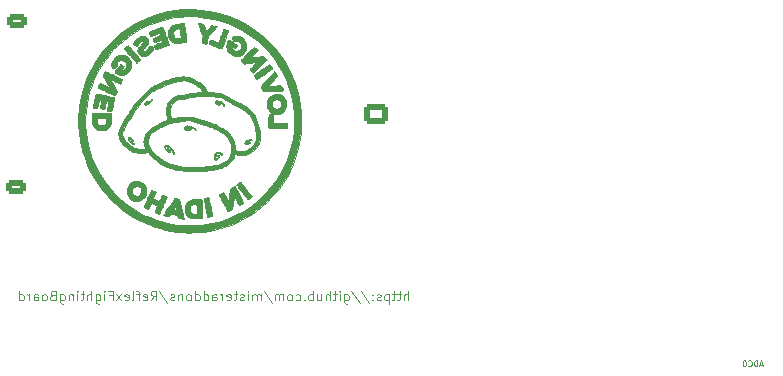
<source format=gbr>
%TF.GenerationSoftware,KiCad,Pcbnew,(7.0.0-0)*%
%TF.CreationDate,2023-06-11T14:21:35-06:00*%
%TF.ProjectId,ReflexFightingBoard,5265666c-6578-4466-9967-6874696e6742,rev?*%
%TF.SameCoordinates,Original*%
%TF.FileFunction,Legend,Bot*%
%TF.FilePolarity,Positive*%
%FSLAX46Y46*%
G04 Gerber Fmt 4.6, Leading zero omitted, Abs format (unit mm)*
G04 Created by KiCad (PCBNEW (7.0.0-0)) date 2023-06-11 14:21:35*
%MOMM*%
%LPD*%
G01*
G04 APERTURE LIST*
G04 Aperture macros list*
%AMRoundRect*
0 Rectangle with rounded corners*
0 $1 Rounding radius*
0 $2 $3 $4 $5 $6 $7 $8 $9 X,Y pos of 4 corners*
0 Add a 4 corners polygon primitive as box body*
4,1,4,$2,$3,$4,$5,$6,$7,$8,$9,$2,$3,0*
0 Add four circle primitives for the rounded corners*
1,1,$1+$1,$2,$3*
1,1,$1+$1,$4,$5*
1,1,$1+$1,$6,$7*
1,1,$1+$1,$8,$9*
0 Add four rect primitives between the rounded corners*
20,1,$1+$1,$2,$3,$4,$5,0*
20,1,$1+$1,$4,$5,$6,$7,0*
20,1,$1+$1,$6,$7,$8,$9,0*
20,1,$1+$1,$8,$9,$2,$3,0*%
G04 Aperture macros list end*
%ADD10C,0.125000*%
%ADD11C,0.010000*%
%ADD12R,1.700000X1.700000*%
%ADD13O,1.700000X1.700000*%
%ADD14RoundRect,0.249999X-0.625001X0.350001X-0.625001X-0.350001X0.625001X-0.350001X0.625001X0.350001X0*%
%ADD15O,1.750000X1.200000*%
%ADD16RoundRect,0.250000X0.625000X-0.350000X0.625000X0.350000X-0.625000X0.350000X-0.625000X-0.350000X0*%
%ADD17R,2.300000X2.300000*%
%ADD18C,2.300000*%
%ADD19C,7.000000*%
%ADD20R,1.600000X1.600000*%
%ADD21C,1.600000*%
%ADD22C,4.000000*%
%ADD23C,1.200000*%
%ADD24RoundRect,0.250000X-0.725000X0.600000X-0.725000X-0.600000X0.725000X-0.600000X0.725000X0.600000X0*%
%ADD25O,1.950000X1.700000*%
%ADD26C,0.650000*%
%ADD27O,2.100000X1.000000*%
%ADD28O,1.800000X1.000000*%
G04 APERTURE END LIST*
D10*
X146227145Y-114603904D02*
X146227145Y-113803904D01*
X145884288Y-114603904D02*
X145884288Y-114184857D01*
X145884288Y-114184857D02*
X145922383Y-114108666D01*
X145922383Y-114108666D02*
X145998574Y-114070571D01*
X145998574Y-114070571D02*
X146112860Y-114070571D01*
X146112860Y-114070571D02*
X146189050Y-114108666D01*
X146189050Y-114108666D02*
X146227145Y-114146761D01*
X145617621Y-114070571D02*
X145312859Y-114070571D01*
X145503335Y-113803904D02*
X145503335Y-114489619D01*
X145503335Y-114489619D02*
X145465240Y-114565809D01*
X145465240Y-114565809D02*
X145389050Y-114603904D01*
X145389050Y-114603904D02*
X145312859Y-114603904D01*
X145160478Y-114070571D02*
X144855716Y-114070571D01*
X145046192Y-113803904D02*
X145046192Y-114489619D01*
X145046192Y-114489619D02*
X145008097Y-114565809D01*
X145008097Y-114565809D02*
X144931907Y-114603904D01*
X144931907Y-114603904D02*
X144855716Y-114603904D01*
X144589049Y-114070571D02*
X144589049Y-114870571D01*
X144589049Y-114108666D02*
X144512859Y-114070571D01*
X144512859Y-114070571D02*
X144360478Y-114070571D01*
X144360478Y-114070571D02*
X144284287Y-114108666D01*
X144284287Y-114108666D02*
X144246192Y-114146761D01*
X144246192Y-114146761D02*
X144208097Y-114222952D01*
X144208097Y-114222952D02*
X144208097Y-114451523D01*
X144208097Y-114451523D02*
X144246192Y-114527714D01*
X144246192Y-114527714D02*
X144284287Y-114565809D01*
X144284287Y-114565809D02*
X144360478Y-114603904D01*
X144360478Y-114603904D02*
X144512859Y-114603904D01*
X144512859Y-114603904D02*
X144589049Y-114565809D01*
X143903335Y-114565809D02*
X143827144Y-114603904D01*
X143827144Y-114603904D02*
X143674763Y-114603904D01*
X143674763Y-114603904D02*
X143598573Y-114565809D01*
X143598573Y-114565809D02*
X143560477Y-114489619D01*
X143560477Y-114489619D02*
X143560477Y-114451523D01*
X143560477Y-114451523D02*
X143598573Y-114375333D01*
X143598573Y-114375333D02*
X143674763Y-114337238D01*
X143674763Y-114337238D02*
X143789049Y-114337238D01*
X143789049Y-114337238D02*
X143865239Y-114299142D01*
X143865239Y-114299142D02*
X143903335Y-114222952D01*
X143903335Y-114222952D02*
X143903335Y-114184857D01*
X143903335Y-114184857D02*
X143865239Y-114108666D01*
X143865239Y-114108666D02*
X143789049Y-114070571D01*
X143789049Y-114070571D02*
X143674763Y-114070571D01*
X143674763Y-114070571D02*
X143598573Y-114108666D01*
X143217620Y-114527714D02*
X143179525Y-114565809D01*
X143179525Y-114565809D02*
X143217620Y-114603904D01*
X143217620Y-114603904D02*
X143255716Y-114565809D01*
X143255716Y-114565809D02*
X143217620Y-114527714D01*
X143217620Y-114527714D02*
X143217620Y-114603904D01*
X143217620Y-114108666D02*
X143179525Y-114146761D01*
X143179525Y-114146761D02*
X143217620Y-114184857D01*
X143217620Y-114184857D02*
X143255716Y-114146761D01*
X143255716Y-114146761D02*
X143217620Y-114108666D01*
X143217620Y-114108666D02*
X143217620Y-114184857D01*
X142265240Y-113765809D02*
X142950954Y-114794380D01*
X141427145Y-113765809D02*
X142112859Y-114794380D01*
X140817621Y-114070571D02*
X140817621Y-114718190D01*
X140817621Y-114718190D02*
X140855716Y-114794380D01*
X140855716Y-114794380D02*
X140893812Y-114832476D01*
X140893812Y-114832476D02*
X140970002Y-114870571D01*
X140970002Y-114870571D02*
X141084288Y-114870571D01*
X141084288Y-114870571D02*
X141160478Y-114832476D01*
X140817621Y-114565809D02*
X140893812Y-114603904D01*
X140893812Y-114603904D02*
X141046193Y-114603904D01*
X141046193Y-114603904D02*
X141122383Y-114565809D01*
X141122383Y-114565809D02*
X141160478Y-114527714D01*
X141160478Y-114527714D02*
X141198574Y-114451523D01*
X141198574Y-114451523D02*
X141198574Y-114222952D01*
X141198574Y-114222952D02*
X141160478Y-114146761D01*
X141160478Y-114146761D02*
X141122383Y-114108666D01*
X141122383Y-114108666D02*
X141046193Y-114070571D01*
X141046193Y-114070571D02*
X140893812Y-114070571D01*
X140893812Y-114070571D02*
X140817621Y-114108666D01*
X140436668Y-114603904D02*
X140436668Y-114070571D01*
X140436668Y-113803904D02*
X140474764Y-113842000D01*
X140474764Y-113842000D02*
X140436668Y-113880095D01*
X140436668Y-113880095D02*
X140398573Y-113842000D01*
X140398573Y-113842000D02*
X140436668Y-113803904D01*
X140436668Y-113803904D02*
X140436668Y-113880095D01*
X140170002Y-114070571D02*
X139865240Y-114070571D01*
X140055716Y-113803904D02*
X140055716Y-114489619D01*
X140055716Y-114489619D02*
X140017621Y-114565809D01*
X140017621Y-114565809D02*
X139941431Y-114603904D01*
X139941431Y-114603904D02*
X139865240Y-114603904D01*
X139598573Y-114603904D02*
X139598573Y-113803904D01*
X139255716Y-114603904D02*
X139255716Y-114184857D01*
X139255716Y-114184857D02*
X139293811Y-114108666D01*
X139293811Y-114108666D02*
X139370002Y-114070571D01*
X139370002Y-114070571D02*
X139484288Y-114070571D01*
X139484288Y-114070571D02*
X139560478Y-114108666D01*
X139560478Y-114108666D02*
X139598573Y-114146761D01*
X138531906Y-114070571D02*
X138531906Y-114603904D01*
X138874763Y-114070571D02*
X138874763Y-114489619D01*
X138874763Y-114489619D02*
X138836668Y-114565809D01*
X138836668Y-114565809D02*
X138760478Y-114603904D01*
X138760478Y-114603904D02*
X138646192Y-114603904D01*
X138646192Y-114603904D02*
X138570001Y-114565809D01*
X138570001Y-114565809D02*
X138531906Y-114527714D01*
X138150953Y-114603904D02*
X138150953Y-113803904D01*
X138150953Y-114108666D02*
X138074763Y-114070571D01*
X138074763Y-114070571D02*
X137922382Y-114070571D01*
X137922382Y-114070571D02*
X137846191Y-114108666D01*
X137846191Y-114108666D02*
X137808096Y-114146761D01*
X137808096Y-114146761D02*
X137770001Y-114222952D01*
X137770001Y-114222952D02*
X137770001Y-114451523D01*
X137770001Y-114451523D02*
X137808096Y-114527714D01*
X137808096Y-114527714D02*
X137846191Y-114565809D01*
X137846191Y-114565809D02*
X137922382Y-114603904D01*
X137922382Y-114603904D02*
X138074763Y-114603904D01*
X138074763Y-114603904D02*
X138150953Y-114565809D01*
X137427143Y-114527714D02*
X137389048Y-114565809D01*
X137389048Y-114565809D02*
X137427143Y-114603904D01*
X137427143Y-114603904D02*
X137465239Y-114565809D01*
X137465239Y-114565809D02*
X137427143Y-114527714D01*
X137427143Y-114527714D02*
X137427143Y-114603904D01*
X136703334Y-114565809D02*
X136779525Y-114603904D01*
X136779525Y-114603904D02*
X136931906Y-114603904D01*
X136931906Y-114603904D02*
X137008096Y-114565809D01*
X137008096Y-114565809D02*
X137046191Y-114527714D01*
X137046191Y-114527714D02*
X137084287Y-114451523D01*
X137084287Y-114451523D02*
X137084287Y-114222952D01*
X137084287Y-114222952D02*
X137046191Y-114146761D01*
X137046191Y-114146761D02*
X137008096Y-114108666D01*
X137008096Y-114108666D02*
X136931906Y-114070571D01*
X136931906Y-114070571D02*
X136779525Y-114070571D01*
X136779525Y-114070571D02*
X136703334Y-114108666D01*
X136246192Y-114603904D02*
X136322382Y-114565809D01*
X136322382Y-114565809D02*
X136360477Y-114527714D01*
X136360477Y-114527714D02*
X136398573Y-114451523D01*
X136398573Y-114451523D02*
X136398573Y-114222952D01*
X136398573Y-114222952D02*
X136360477Y-114146761D01*
X136360477Y-114146761D02*
X136322382Y-114108666D01*
X136322382Y-114108666D02*
X136246192Y-114070571D01*
X136246192Y-114070571D02*
X136131906Y-114070571D01*
X136131906Y-114070571D02*
X136055715Y-114108666D01*
X136055715Y-114108666D02*
X136017620Y-114146761D01*
X136017620Y-114146761D02*
X135979525Y-114222952D01*
X135979525Y-114222952D02*
X135979525Y-114451523D01*
X135979525Y-114451523D02*
X136017620Y-114527714D01*
X136017620Y-114527714D02*
X136055715Y-114565809D01*
X136055715Y-114565809D02*
X136131906Y-114603904D01*
X136131906Y-114603904D02*
X136246192Y-114603904D01*
X135636667Y-114603904D02*
X135636667Y-114070571D01*
X135636667Y-114146761D02*
X135598572Y-114108666D01*
X135598572Y-114108666D02*
X135522382Y-114070571D01*
X135522382Y-114070571D02*
X135408096Y-114070571D01*
X135408096Y-114070571D02*
X135331905Y-114108666D01*
X135331905Y-114108666D02*
X135293810Y-114184857D01*
X135293810Y-114184857D02*
X135293810Y-114603904D01*
X135293810Y-114184857D02*
X135255715Y-114108666D01*
X135255715Y-114108666D02*
X135179524Y-114070571D01*
X135179524Y-114070571D02*
X135065239Y-114070571D01*
X135065239Y-114070571D02*
X134989048Y-114108666D01*
X134989048Y-114108666D02*
X134950953Y-114184857D01*
X134950953Y-114184857D02*
X134950953Y-114603904D01*
X133998572Y-113765809D02*
X134684286Y-114794380D01*
X133731905Y-114603904D02*
X133731905Y-114070571D01*
X133731905Y-114146761D02*
X133693810Y-114108666D01*
X133693810Y-114108666D02*
X133617620Y-114070571D01*
X133617620Y-114070571D02*
X133503334Y-114070571D01*
X133503334Y-114070571D02*
X133427143Y-114108666D01*
X133427143Y-114108666D02*
X133389048Y-114184857D01*
X133389048Y-114184857D02*
X133389048Y-114603904D01*
X133389048Y-114184857D02*
X133350953Y-114108666D01*
X133350953Y-114108666D02*
X133274762Y-114070571D01*
X133274762Y-114070571D02*
X133160477Y-114070571D01*
X133160477Y-114070571D02*
X133084286Y-114108666D01*
X133084286Y-114108666D02*
X133046191Y-114184857D01*
X133046191Y-114184857D02*
X133046191Y-114603904D01*
X132665238Y-114603904D02*
X132665238Y-114070571D01*
X132665238Y-113803904D02*
X132703334Y-113842000D01*
X132703334Y-113842000D02*
X132665238Y-113880095D01*
X132665238Y-113880095D02*
X132627143Y-113842000D01*
X132627143Y-113842000D02*
X132665238Y-113803904D01*
X132665238Y-113803904D02*
X132665238Y-113880095D01*
X132322382Y-114565809D02*
X132246191Y-114603904D01*
X132246191Y-114603904D02*
X132093810Y-114603904D01*
X132093810Y-114603904D02*
X132017620Y-114565809D01*
X132017620Y-114565809D02*
X131979524Y-114489619D01*
X131979524Y-114489619D02*
X131979524Y-114451523D01*
X131979524Y-114451523D02*
X132017620Y-114375333D01*
X132017620Y-114375333D02*
X132093810Y-114337238D01*
X132093810Y-114337238D02*
X132208096Y-114337238D01*
X132208096Y-114337238D02*
X132284286Y-114299142D01*
X132284286Y-114299142D02*
X132322382Y-114222952D01*
X132322382Y-114222952D02*
X132322382Y-114184857D01*
X132322382Y-114184857D02*
X132284286Y-114108666D01*
X132284286Y-114108666D02*
X132208096Y-114070571D01*
X132208096Y-114070571D02*
X132093810Y-114070571D01*
X132093810Y-114070571D02*
X132017620Y-114108666D01*
X131750953Y-114070571D02*
X131446191Y-114070571D01*
X131636667Y-113803904D02*
X131636667Y-114489619D01*
X131636667Y-114489619D02*
X131598572Y-114565809D01*
X131598572Y-114565809D02*
X131522382Y-114603904D01*
X131522382Y-114603904D02*
X131446191Y-114603904D01*
X130874762Y-114565809D02*
X130950953Y-114603904D01*
X130950953Y-114603904D02*
X131103334Y-114603904D01*
X131103334Y-114603904D02*
X131179524Y-114565809D01*
X131179524Y-114565809D02*
X131217620Y-114489619D01*
X131217620Y-114489619D02*
X131217620Y-114184857D01*
X131217620Y-114184857D02*
X131179524Y-114108666D01*
X131179524Y-114108666D02*
X131103334Y-114070571D01*
X131103334Y-114070571D02*
X130950953Y-114070571D01*
X130950953Y-114070571D02*
X130874762Y-114108666D01*
X130874762Y-114108666D02*
X130836667Y-114184857D01*
X130836667Y-114184857D02*
X130836667Y-114261047D01*
X130836667Y-114261047D02*
X131217620Y-114337238D01*
X130493810Y-114603904D02*
X130493810Y-114070571D01*
X130493810Y-114222952D02*
X130455715Y-114146761D01*
X130455715Y-114146761D02*
X130417620Y-114108666D01*
X130417620Y-114108666D02*
X130341429Y-114070571D01*
X130341429Y-114070571D02*
X130265239Y-114070571D01*
X129655715Y-114603904D02*
X129655715Y-114184857D01*
X129655715Y-114184857D02*
X129693810Y-114108666D01*
X129693810Y-114108666D02*
X129770001Y-114070571D01*
X129770001Y-114070571D02*
X129922382Y-114070571D01*
X129922382Y-114070571D02*
X129998572Y-114108666D01*
X129655715Y-114565809D02*
X129731906Y-114603904D01*
X129731906Y-114603904D02*
X129922382Y-114603904D01*
X129922382Y-114603904D02*
X129998572Y-114565809D01*
X129998572Y-114565809D02*
X130036668Y-114489619D01*
X130036668Y-114489619D02*
X130036668Y-114413428D01*
X130036668Y-114413428D02*
X129998572Y-114337238D01*
X129998572Y-114337238D02*
X129922382Y-114299142D01*
X129922382Y-114299142D02*
X129731906Y-114299142D01*
X129731906Y-114299142D02*
X129655715Y-114261047D01*
X128931905Y-114603904D02*
X128931905Y-113803904D01*
X128931905Y-114565809D02*
X129008096Y-114603904D01*
X129008096Y-114603904D02*
X129160477Y-114603904D01*
X129160477Y-114603904D02*
X129236667Y-114565809D01*
X129236667Y-114565809D02*
X129274762Y-114527714D01*
X129274762Y-114527714D02*
X129312858Y-114451523D01*
X129312858Y-114451523D02*
X129312858Y-114222952D01*
X129312858Y-114222952D02*
X129274762Y-114146761D01*
X129274762Y-114146761D02*
X129236667Y-114108666D01*
X129236667Y-114108666D02*
X129160477Y-114070571D01*
X129160477Y-114070571D02*
X129008096Y-114070571D01*
X129008096Y-114070571D02*
X128931905Y-114108666D01*
X128208095Y-114603904D02*
X128208095Y-113803904D01*
X128208095Y-114565809D02*
X128284286Y-114603904D01*
X128284286Y-114603904D02*
X128436667Y-114603904D01*
X128436667Y-114603904D02*
X128512857Y-114565809D01*
X128512857Y-114565809D02*
X128550952Y-114527714D01*
X128550952Y-114527714D02*
X128589048Y-114451523D01*
X128589048Y-114451523D02*
X128589048Y-114222952D01*
X128589048Y-114222952D02*
X128550952Y-114146761D01*
X128550952Y-114146761D02*
X128512857Y-114108666D01*
X128512857Y-114108666D02*
X128436667Y-114070571D01*
X128436667Y-114070571D02*
X128284286Y-114070571D01*
X128284286Y-114070571D02*
X128208095Y-114108666D01*
X127712857Y-114603904D02*
X127789047Y-114565809D01*
X127789047Y-114565809D02*
X127827142Y-114527714D01*
X127827142Y-114527714D02*
X127865238Y-114451523D01*
X127865238Y-114451523D02*
X127865238Y-114222952D01*
X127865238Y-114222952D02*
X127827142Y-114146761D01*
X127827142Y-114146761D02*
X127789047Y-114108666D01*
X127789047Y-114108666D02*
X127712857Y-114070571D01*
X127712857Y-114070571D02*
X127598571Y-114070571D01*
X127598571Y-114070571D02*
X127522380Y-114108666D01*
X127522380Y-114108666D02*
X127484285Y-114146761D01*
X127484285Y-114146761D02*
X127446190Y-114222952D01*
X127446190Y-114222952D02*
X127446190Y-114451523D01*
X127446190Y-114451523D02*
X127484285Y-114527714D01*
X127484285Y-114527714D02*
X127522380Y-114565809D01*
X127522380Y-114565809D02*
X127598571Y-114603904D01*
X127598571Y-114603904D02*
X127712857Y-114603904D01*
X127103332Y-114070571D02*
X127103332Y-114603904D01*
X127103332Y-114146761D02*
X127065237Y-114108666D01*
X127065237Y-114108666D02*
X126989047Y-114070571D01*
X126989047Y-114070571D02*
X126874761Y-114070571D01*
X126874761Y-114070571D02*
X126798570Y-114108666D01*
X126798570Y-114108666D02*
X126760475Y-114184857D01*
X126760475Y-114184857D02*
X126760475Y-114603904D01*
X126417618Y-114565809D02*
X126341427Y-114603904D01*
X126341427Y-114603904D02*
X126189046Y-114603904D01*
X126189046Y-114603904D02*
X126112856Y-114565809D01*
X126112856Y-114565809D02*
X126074760Y-114489619D01*
X126074760Y-114489619D02*
X126074760Y-114451523D01*
X126074760Y-114451523D02*
X126112856Y-114375333D01*
X126112856Y-114375333D02*
X126189046Y-114337238D01*
X126189046Y-114337238D02*
X126303332Y-114337238D01*
X126303332Y-114337238D02*
X126379522Y-114299142D01*
X126379522Y-114299142D02*
X126417618Y-114222952D01*
X126417618Y-114222952D02*
X126417618Y-114184857D01*
X126417618Y-114184857D02*
X126379522Y-114108666D01*
X126379522Y-114108666D02*
X126303332Y-114070571D01*
X126303332Y-114070571D02*
X126189046Y-114070571D01*
X126189046Y-114070571D02*
X126112856Y-114108666D01*
X125160475Y-113765809D02*
X125846189Y-114794380D01*
X124436665Y-114603904D02*
X124703332Y-114222952D01*
X124893808Y-114603904D02*
X124893808Y-113803904D01*
X124893808Y-113803904D02*
X124589046Y-113803904D01*
X124589046Y-113803904D02*
X124512856Y-113842000D01*
X124512856Y-113842000D02*
X124474761Y-113880095D01*
X124474761Y-113880095D02*
X124436665Y-113956285D01*
X124436665Y-113956285D02*
X124436665Y-114070571D01*
X124436665Y-114070571D02*
X124474761Y-114146761D01*
X124474761Y-114146761D02*
X124512856Y-114184857D01*
X124512856Y-114184857D02*
X124589046Y-114222952D01*
X124589046Y-114222952D02*
X124893808Y-114222952D01*
X123789046Y-114565809D02*
X123865237Y-114603904D01*
X123865237Y-114603904D02*
X124017618Y-114603904D01*
X124017618Y-114603904D02*
X124093808Y-114565809D01*
X124093808Y-114565809D02*
X124131904Y-114489619D01*
X124131904Y-114489619D02*
X124131904Y-114184857D01*
X124131904Y-114184857D02*
X124093808Y-114108666D01*
X124093808Y-114108666D02*
X124017618Y-114070571D01*
X124017618Y-114070571D02*
X123865237Y-114070571D01*
X123865237Y-114070571D02*
X123789046Y-114108666D01*
X123789046Y-114108666D02*
X123750951Y-114184857D01*
X123750951Y-114184857D02*
X123750951Y-114261047D01*
X123750951Y-114261047D02*
X124131904Y-114337238D01*
X123522380Y-114070571D02*
X123217618Y-114070571D01*
X123408094Y-114603904D02*
X123408094Y-113918190D01*
X123408094Y-113918190D02*
X123369999Y-113842000D01*
X123369999Y-113842000D02*
X123293809Y-113803904D01*
X123293809Y-113803904D02*
X123217618Y-113803904D01*
X122836666Y-114603904D02*
X122912856Y-114565809D01*
X122912856Y-114565809D02*
X122950951Y-114489619D01*
X122950951Y-114489619D02*
X122950951Y-113803904D01*
X122227141Y-114565809D02*
X122303332Y-114603904D01*
X122303332Y-114603904D02*
X122455713Y-114603904D01*
X122455713Y-114603904D02*
X122531903Y-114565809D01*
X122531903Y-114565809D02*
X122569999Y-114489619D01*
X122569999Y-114489619D02*
X122569999Y-114184857D01*
X122569999Y-114184857D02*
X122531903Y-114108666D01*
X122531903Y-114108666D02*
X122455713Y-114070571D01*
X122455713Y-114070571D02*
X122303332Y-114070571D01*
X122303332Y-114070571D02*
X122227141Y-114108666D01*
X122227141Y-114108666D02*
X122189046Y-114184857D01*
X122189046Y-114184857D02*
X122189046Y-114261047D01*
X122189046Y-114261047D02*
X122569999Y-114337238D01*
X121922380Y-114603904D02*
X121503332Y-114070571D01*
X121922380Y-114070571D02*
X121503332Y-114603904D01*
X120931904Y-114184857D02*
X121198570Y-114184857D01*
X121198570Y-114603904D02*
X121198570Y-113803904D01*
X121198570Y-113803904D02*
X120817618Y-113803904D01*
X120512856Y-114603904D02*
X120512856Y-114070571D01*
X120512856Y-113803904D02*
X120550952Y-113842000D01*
X120550952Y-113842000D02*
X120512856Y-113880095D01*
X120512856Y-113880095D02*
X120474761Y-113842000D01*
X120474761Y-113842000D02*
X120512856Y-113803904D01*
X120512856Y-113803904D02*
X120512856Y-113880095D01*
X119789047Y-114070571D02*
X119789047Y-114718190D01*
X119789047Y-114718190D02*
X119827142Y-114794380D01*
X119827142Y-114794380D02*
X119865238Y-114832476D01*
X119865238Y-114832476D02*
X119941428Y-114870571D01*
X119941428Y-114870571D02*
X120055714Y-114870571D01*
X120055714Y-114870571D02*
X120131904Y-114832476D01*
X119789047Y-114565809D02*
X119865238Y-114603904D01*
X119865238Y-114603904D02*
X120017619Y-114603904D01*
X120017619Y-114603904D02*
X120093809Y-114565809D01*
X120093809Y-114565809D02*
X120131904Y-114527714D01*
X120131904Y-114527714D02*
X120170000Y-114451523D01*
X120170000Y-114451523D02*
X120170000Y-114222952D01*
X120170000Y-114222952D02*
X120131904Y-114146761D01*
X120131904Y-114146761D02*
X120093809Y-114108666D01*
X120093809Y-114108666D02*
X120017619Y-114070571D01*
X120017619Y-114070571D02*
X119865238Y-114070571D01*
X119865238Y-114070571D02*
X119789047Y-114108666D01*
X119408094Y-114603904D02*
X119408094Y-113803904D01*
X119065237Y-114603904D02*
X119065237Y-114184857D01*
X119065237Y-114184857D02*
X119103332Y-114108666D01*
X119103332Y-114108666D02*
X119179523Y-114070571D01*
X119179523Y-114070571D02*
X119293809Y-114070571D01*
X119293809Y-114070571D02*
X119369999Y-114108666D01*
X119369999Y-114108666D02*
X119408094Y-114146761D01*
X118798570Y-114070571D02*
X118493808Y-114070571D01*
X118684284Y-113803904D02*
X118684284Y-114489619D01*
X118684284Y-114489619D02*
X118646189Y-114565809D01*
X118646189Y-114565809D02*
X118569999Y-114603904D01*
X118569999Y-114603904D02*
X118493808Y-114603904D01*
X118227141Y-114603904D02*
X118227141Y-114070571D01*
X118227141Y-113803904D02*
X118265237Y-113842000D01*
X118265237Y-113842000D02*
X118227141Y-113880095D01*
X118227141Y-113880095D02*
X118189046Y-113842000D01*
X118189046Y-113842000D02*
X118227141Y-113803904D01*
X118227141Y-113803904D02*
X118227141Y-113880095D01*
X117846189Y-114070571D02*
X117846189Y-114603904D01*
X117846189Y-114146761D02*
X117808094Y-114108666D01*
X117808094Y-114108666D02*
X117731904Y-114070571D01*
X117731904Y-114070571D02*
X117617618Y-114070571D01*
X117617618Y-114070571D02*
X117541427Y-114108666D01*
X117541427Y-114108666D02*
X117503332Y-114184857D01*
X117503332Y-114184857D02*
X117503332Y-114603904D01*
X116779522Y-114070571D02*
X116779522Y-114718190D01*
X116779522Y-114718190D02*
X116817617Y-114794380D01*
X116817617Y-114794380D02*
X116855713Y-114832476D01*
X116855713Y-114832476D02*
X116931903Y-114870571D01*
X116931903Y-114870571D02*
X117046189Y-114870571D01*
X117046189Y-114870571D02*
X117122379Y-114832476D01*
X116779522Y-114565809D02*
X116855713Y-114603904D01*
X116855713Y-114603904D02*
X117008094Y-114603904D01*
X117008094Y-114603904D02*
X117084284Y-114565809D01*
X117084284Y-114565809D02*
X117122379Y-114527714D01*
X117122379Y-114527714D02*
X117160475Y-114451523D01*
X117160475Y-114451523D02*
X117160475Y-114222952D01*
X117160475Y-114222952D02*
X117122379Y-114146761D01*
X117122379Y-114146761D02*
X117084284Y-114108666D01*
X117084284Y-114108666D02*
X117008094Y-114070571D01*
X117008094Y-114070571D02*
X116855713Y-114070571D01*
X116855713Y-114070571D02*
X116779522Y-114108666D01*
X116131903Y-114184857D02*
X116017617Y-114222952D01*
X116017617Y-114222952D02*
X115979522Y-114261047D01*
X115979522Y-114261047D02*
X115941426Y-114337238D01*
X115941426Y-114337238D02*
X115941426Y-114451523D01*
X115941426Y-114451523D02*
X115979522Y-114527714D01*
X115979522Y-114527714D02*
X116017617Y-114565809D01*
X116017617Y-114565809D02*
X116093807Y-114603904D01*
X116093807Y-114603904D02*
X116398569Y-114603904D01*
X116398569Y-114603904D02*
X116398569Y-113803904D01*
X116398569Y-113803904D02*
X116131903Y-113803904D01*
X116131903Y-113803904D02*
X116055712Y-113842000D01*
X116055712Y-113842000D02*
X116017617Y-113880095D01*
X116017617Y-113880095D02*
X115979522Y-113956285D01*
X115979522Y-113956285D02*
X115979522Y-114032476D01*
X115979522Y-114032476D02*
X116017617Y-114108666D01*
X116017617Y-114108666D02*
X116055712Y-114146761D01*
X116055712Y-114146761D02*
X116131903Y-114184857D01*
X116131903Y-114184857D02*
X116398569Y-114184857D01*
X115484284Y-114603904D02*
X115560474Y-114565809D01*
X115560474Y-114565809D02*
X115598569Y-114527714D01*
X115598569Y-114527714D02*
X115636665Y-114451523D01*
X115636665Y-114451523D02*
X115636665Y-114222952D01*
X115636665Y-114222952D02*
X115598569Y-114146761D01*
X115598569Y-114146761D02*
X115560474Y-114108666D01*
X115560474Y-114108666D02*
X115484284Y-114070571D01*
X115484284Y-114070571D02*
X115369998Y-114070571D01*
X115369998Y-114070571D02*
X115293807Y-114108666D01*
X115293807Y-114108666D02*
X115255712Y-114146761D01*
X115255712Y-114146761D02*
X115217617Y-114222952D01*
X115217617Y-114222952D02*
X115217617Y-114451523D01*
X115217617Y-114451523D02*
X115255712Y-114527714D01*
X115255712Y-114527714D02*
X115293807Y-114565809D01*
X115293807Y-114565809D02*
X115369998Y-114603904D01*
X115369998Y-114603904D02*
X115484284Y-114603904D01*
X114531902Y-114603904D02*
X114531902Y-114184857D01*
X114531902Y-114184857D02*
X114569997Y-114108666D01*
X114569997Y-114108666D02*
X114646188Y-114070571D01*
X114646188Y-114070571D02*
X114798569Y-114070571D01*
X114798569Y-114070571D02*
X114874759Y-114108666D01*
X114531902Y-114565809D02*
X114608093Y-114603904D01*
X114608093Y-114603904D02*
X114798569Y-114603904D01*
X114798569Y-114603904D02*
X114874759Y-114565809D01*
X114874759Y-114565809D02*
X114912855Y-114489619D01*
X114912855Y-114489619D02*
X114912855Y-114413428D01*
X114912855Y-114413428D02*
X114874759Y-114337238D01*
X114874759Y-114337238D02*
X114798569Y-114299142D01*
X114798569Y-114299142D02*
X114608093Y-114299142D01*
X114608093Y-114299142D02*
X114531902Y-114261047D01*
X114150949Y-114603904D02*
X114150949Y-114070571D01*
X114150949Y-114222952D02*
X114112854Y-114146761D01*
X114112854Y-114146761D02*
X114074759Y-114108666D01*
X114074759Y-114108666D02*
X113998568Y-114070571D01*
X113998568Y-114070571D02*
X113922378Y-114070571D01*
X113312854Y-114603904D02*
X113312854Y-113803904D01*
X113312854Y-114565809D02*
X113389045Y-114603904D01*
X113389045Y-114603904D02*
X113541426Y-114603904D01*
X113541426Y-114603904D02*
X113617616Y-114565809D01*
X113617616Y-114565809D02*
X113655711Y-114527714D01*
X113655711Y-114527714D02*
X113693807Y-114451523D01*
X113693807Y-114451523D02*
X113693807Y-114222952D01*
X113693807Y-114222952D02*
X113655711Y-114146761D01*
X113655711Y-114146761D02*
X113617616Y-114108666D01*
X113617616Y-114108666D02*
X113541426Y-114070571D01*
X113541426Y-114070571D02*
X113389045Y-114070571D01*
X113389045Y-114070571D02*
X113312854Y-114108666D01*
X176257141Y-120040833D02*
X176019046Y-120040833D01*
X176304760Y-120183690D02*
X176138094Y-119683690D01*
X176138094Y-119683690D02*
X175971427Y-120183690D01*
X175804761Y-120183690D02*
X175804761Y-119683690D01*
X175804761Y-119683690D02*
X175685713Y-119683690D01*
X175685713Y-119683690D02*
X175614285Y-119707500D01*
X175614285Y-119707500D02*
X175566666Y-119755119D01*
X175566666Y-119755119D02*
X175542856Y-119802738D01*
X175542856Y-119802738D02*
X175519047Y-119897976D01*
X175519047Y-119897976D02*
X175519047Y-119969404D01*
X175519047Y-119969404D02*
X175542856Y-120064642D01*
X175542856Y-120064642D02*
X175566666Y-120112261D01*
X175566666Y-120112261D02*
X175614285Y-120159880D01*
X175614285Y-120159880D02*
X175685713Y-120183690D01*
X175685713Y-120183690D02*
X175804761Y-120183690D01*
X175019047Y-120136071D02*
X175042856Y-120159880D01*
X175042856Y-120159880D02*
X175114285Y-120183690D01*
X175114285Y-120183690D02*
X175161904Y-120183690D01*
X175161904Y-120183690D02*
X175233332Y-120159880D01*
X175233332Y-120159880D02*
X175280951Y-120112261D01*
X175280951Y-120112261D02*
X175304761Y-120064642D01*
X175304761Y-120064642D02*
X175328570Y-119969404D01*
X175328570Y-119969404D02*
X175328570Y-119897976D01*
X175328570Y-119897976D02*
X175304761Y-119802738D01*
X175304761Y-119802738D02*
X175280951Y-119755119D01*
X175280951Y-119755119D02*
X175233332Y-119707500D01*
X175233332Y-119707500D02*
X175161904Y-119683690D01*
X175161904Y-119683690D02*
X175114285Y-119683690D01*
X175114285Y-119683690D02*
X175042856Y-119707500D01*
X175042856Y-119707500D02*
X175019047Y-119731309D01*
X174709523Y-119683690D02*
X174661904Y-119683690D01*
X174661904Y-119683690D02*
X174614285Y-119707500D01*
X174614285Y-119707500D02*
X174590475Y-119731309D01*
X174590475Y-119731309D02*
X174566666Y-119778928D01*
X174566666Y-119778928D02*
X174542856Y-119874166D01*
X174542856Y-119874166D02*
X174542856Y-119993214D01*
X174542856Y-119993214D02*
X174566666Y-120088452D01*
X174566666Y-120088452D02*
X174590475Y-120136071D01*
X174590475Y-120136071D02*
X174614285Y-120159880D01*
X174614285Y-120159880D02*
X174661904Y-120183690D01*
X174661904Y-120183690D02*
X174709523Y-120183690D01*
X174709523Y-120183690D02*
X174757142Y-120159880D01*
X174757142Y-120159880D02*
X174780951Y-120136071D01*
X174780951Y-120136071D02*
X174804761Y-120088452D01*
X174804761Y-120088452D02*
X174828570Y-119993214D01*
X174828570Y-119993214D02*
X174828570Y-119874166D01*
X174828570Y-119874166D02*
X174804761Y-119778928D01*
X174804761Y-119778928D02*
X174780951Y-119731309D01*
X174780951Y-119731309D02*
X174757142Y-119707500D01*
X174757142Y-119707500D02*
X174709523Y-119683690D01*
%TO.C,Ref\u002A\u002A*%
G36*
X122678065Y-100799346D02*
G01*
X122750328Y-100838709D01*
X122768666Y-100853111D01*
X122832286Y-100912744D01*
X122883403Y-100974796D01*
X122915029Y-101029818D01*
X122920177Y-101068363D01*
X122913337Y-101082691D01*
X122896113Y-101094603D01*
X122868510Y-101083793D01*
X122824764Y-101047155D01*
X122759112Y-100981584D01*
X122729652Y-100952598D01*
X122662057Y-100897467D01*
X122607400Y-100867564D01*
X122570134Y-100862546D01*
X122554714Y-100882067D01*
X122565594Y-100925782D01*
X122607228Y-100993346D01*
X122615774Y-101004576D01*
X122703222Y-101096201D01*
X122815941Y-101184848D01*
X122939791Y-101259216D01*
X122982264Y-101283534D01*
X123028481Y-101322874D01*
X123039858Y-101356193D01*
X123013875Y-101379403D01*
X122996282Y-101379407D01*
X122945364Y-101362169D01*
X122875660Y-101327911D01*
X122796592Y-101281885D01*
X122717584Y-101229341D01*
X122648057Y-101175532D01*
X122645343Y-101173198D01*
X122567474Y-101093175D01*
X122510263Y-101008824D01*
X122476874Y-100927756D01*
X122470476Y-100857578D01*
X122494233Y-100805900D01*
X122533239Y-100784912D01*
X122601162Y-100780832D01*
X122678065Y-100799346D01*
G37*
D11*
X122678065Y-100799346D02*
X122750328Y-100838709D01*
X122768666Y-100853111D01*
X122832286Y-100912744D01*
X122883403Y-100974796D01*
X122915029Y-101029818D01*
X122920177Y-101068363D01*
X122913337Y-101082691D01*
X122896113Y-101094603D01*
X122868510Y-101083793D01*
X122824764Y-101047155D01*
X122759112Y-100981584D01*
X122729652Y-100952598D01*
X122662057Y-100897467D01*
X122607400Y-100867564D01*
X122570134Y-100862546D01*
X122554714Y-100882067D01*
X122565594Y-100925782D01*
X122607228Y-100993346D01*
X122615774Y-101004576D01*
X122703222Y-101096201D01*
X122815941Y-101184848D01*
X122939791Y-101259216D01*
X122982264Y-101283534D01*
X123028481Y-101322874D01*
X123039858Y-101356193D01*
X123013875Y-101379403D01*
X122996282Y-101379407D01*
X122945364Y-101362169D01*
X122875660Y-101327911D01*
X122796592Y-101281885D01*
X122717584Y-101229341D01*
X122648057Y-101175532D01*
X122645343Y-101173198D01*
X122567474Y-101093175D01*
X122510263Y-101008824D01*
X122476874Y-100927756D01*
X122470476Y-100857578D01*
X122494233Y-100805900D01*
X122533239Y-100784912D01*
X122601162Y-100780832D01*
X122678065Y-100799346D01*
G36*
X124522000Y-97590890D02*
G01*
X124518108Y-97603970D01*
X124491412Y-97647194D01*
X124445582Y-97706781D01*
X124387927Y-97773993D01*
X124325761Y-97840093D01*
X124266393Y-97896343D01*
X124254978Y-97905984D01*
X124182666Y-97959184D01*
X124109250Y-98003830D01*
X124014110Y-98040858D01*
X123935337Y-98045274D01*
X123877928Y-98016738D01*
X123871390Y-98009905D01*
X123847855Y-97968169D01*
X123856469Y-97922253D01*
X123898560Y-97862199D01*
X123924194Y-97837000D01*
X123980997Y-97794988D01*
X124048734Y-97754482D01*
X124116157Y-97721393D01*
X124172020Y-97701631D01*
X124205076Y-97701107D01*
X124220806Y-97715003D01*
X124219860Y-97744425D01*
X124179569Y-97780033D01*
X124098881Y-97823037D01*
X124036976Y-97855781D01*
X123979693Y-97894628D01*
X123948515Y-97926708D01*
X123947104Y-97929355D01*
X123935563Y-97957313D01*
X123948855Y-97964878D01*
X123995179Y-97957456D01*
X124013984Y-97952963D01*
X124114156Y-97907082D01*
X124224741Y-97821817D01*
X124346551Y-97696566D01*
X124352637Y-97689669D01*
X124424675Y-97614556D01*
X124477830Y-97572504D01*
X124510729Y-97564340D01*
X124522000Y-97590890D01*
G37*
X124522000Y-97590890D02*
X124518108Y-97603970D01*
X124491412Y-97647194D01*
X124445582Y-97706781D01*
X124387927Y-97773993D01*
X124325761Y-97840093D01*
X124266393Y-97896343D01*
X124254978Y-97905984D01*
X124182666Y-97959184D01*
X124109250Y-98003830D01*
X124014110Y-98040858D01*
X123935337Y-98045274D01*
X123877928Y-98016738D01*
X123871390Y-98009905D01*
X123847855Y-97968169D01*
X123856469Y-97922253D01*
X123898560Y-97862199D01*
X123924194Y-97837000D01*
X123980997Y-97794988D01*
X124048734Y-97754482D01*
X124116157Y-97721393D01*
X124172020Y-97701631D01*
X124205076Y-97701107D01*
X124220806Y-97715003D01*
X124219860Y-97744425D01*
X124179569Y-97780033D01*
X124098881Y-97823037D01*
X124036976Y-97855781D01*
X123979693Y-97894628D01*
X123948515Y-97926708D01*
X123947104Y-97929355D01*
X123935563Y-97957313D01*
X123948855Y-97964878D01*
X123995179Y-97957456D01*
X124013984Y-97952963D01*
X124114156Y-97907082D01*
X124224741Y-97821817D01*
X124346551Y-97696566D01*
X124352637Y-97689669D01*
X124424675Y-97614556D01*
X124477830Y-97572504D01*
X124510729Y-97564340D01*
X124522000Y-97590890D01*
G36*
X132006266Y-104557394D02*
G01*
X132037720Y-104588778D01*
X132089219Y-104647444D01*
X132157183Y-104728779D01*
X132238030Y-104828169D01*
X132328179Y-104941001D01*
X132424050Y-105062661D01*
X132522062Y-105188534D01*
X132618632Y-105314009D01*
X132710182Y-105434471D01*
X132793128Y-105545307D01*
X132863892Y-105641902D01*
X132918890Y-105719645D01*
X132954544Y-105773920D01*
X132967270Y-105800114D01*
X132965427Y-105807167D01*
X132939740Y-105841467D01*
X132890111Y-105889224D01*
X132824625Y-105942373D01*
X132801187Y-105959751D01*
X132735527Y-106005817D01*
X132684188Y-106038069D01*
X132656691Y-106050384D01*
X132646955Y-106042816D01*
X132613664Y-106006248D01*
X132560892Y-105943455D01*
X132492152Y-105858975D01*
X132410957Y-105757351D01*
X132320819Y-105643122D01*
X132225254Y-105520830D01*
X132127774Y-105395014D01*
X132031892Y-105270216D01*
X131941122Y-105150975D01*
X131858977Y-105041834D01*
X131788970Y-104947331D01*
X131734616Y-104872009D01*
X131699427Y-104820407D01*
X131686916Y-104797065D01*
X131696158Y-104778478D01*
X131732643Y-104739210D01*
X131787789Y-104690493D01*
X131851825Y-104639940D01*
X131914983Y-104595164D01*
X131967493Y-104563779D01*
X131999586Y-104553398D01*
X132006266Y-104557394D01*
G37*
X132006266Y-104557394D02*
X132037720Y-104588778D01*
X132089219Y-104647444D01*
X132157183Y-104728779D01*
X132238030Y-104828169D01*
X132328179Y-104941001D01*
X132424050Y-105062661D01*
X132522062Y-105188534D01*
X132618632Y-105314009D01*
X132710182Y-105434471D01*
X132793128Y-105545307D01*
X132863892Y-105641902D01*
X132918890Y-105719645D01*
X132954544Y-105773920D01*
X132967270Y-105800114D01*
X132965427Y-105807167D01*
X132939740Y-105841467D01*
X132890111Y-105889224D01*
X132824625Y-105942373D01*
X132801187Y-105959751D01*
X132735527Y-106005817D01*
X132684188Y-106038069D01*
X132656691Y-106050384D01*
X132646955Y-106042816D01*
X132613664Y-106006248D01*
X132560892Y-105943455D01*
X132492152Y-105858975D01*
X132410957Y-105757351D01*
X132320819Y-105643122D01*
X132225254Y-105520830D01*
X132127774Y-105395014D01*
X132031892Y-105270216D01*
X131941122Y-105150975D01*
X131858977Y-105041834D01*
X131788970Y-104947331D01*
X131734616Y-104872009D01*
X131699427Y-104820407D01*
X131686916Y-104797065D01*
X131696158Y-104778478D01*
X131732643Y-104739210D01*
X131787789Y-104690493D01*
X131851825Y-104639940D01*
X131914983Y-104595164D01*
X131967493Y-104563779D01*
X131999586Y-104553398D01*
X132006266Y-104557394D01*
G36*
X122499478Y-93020862D02*
G01*
X122532841Y-93051428D01*
X122587731Y-93107935D01*
X122660306Y-93185973D01*
X122746726Y-93281135D01*
X122843147Y-93389009D01*
X122945729Y-93505187D01*
X123050630Y-93625259D01*
X123154008Y-93744817D01*
X123252022Y-93859450D01*
X123340830Y-93964749D01*
X123416589Y-94056305D01*
X123475460Y-94129709D01*
X123513600Y-94180551D01*
X123527166Y-94204422D01*
X123524894Y-94211870D01*
X123499215Y-94246630D01*
X123451015Y-94296704D01*
X123387890Y-94353938D01*
X123361598Y-94376157D01*
X123300870Y-94425608D01*
X123255423Y-94459963D01*
X123233547Y-94472834D01*
X123217288Y-94462865D01*
X123176040Y-94424637D01*
X123115014Y-94361800D01*
X123037913Y-94278663D01*
X122948442Y-94179537D01*
X122850306Y-94068730D01*
X122747207Y-93950551D01*
X122642852Y-93829311D01*
X122540944Y-93709319D01*
X122445188Y-93594883D01*
X122359287Y-93490314D01*
X122286947Y-93399921D01*
X122231872Y-93328013D01*
X122197766Y-93278901D01*
X122188333Y-93256892D01*
X122194105Y-93248289D01*
X122231320Y-93207268D01*
X122286512Y-93156967D01*
X122349947Y-93105073D01*
X122411892Y-93059275D01*
X122462615Y-93027262D01*
X122492382Y-93016720D01*
X122499478Y-93020862D01*
G37*
X122499478Y-93020862D02*
X122532841Y-93051428D01*
X122587731Y-93107935D01*
X122660306Y-93185973D01*
X122746726Y-93281135D01*
X122843147Y-93389009D01*
X122945729Y-93505187D01*
X123050630Y-93625259D01*
X123154008Y-93744817D01*
X123252022Y-93859450D01*
X123340830Y-93964749D01*
X123416589Y-94056305D01*
X123475460Y-94129709D01*
X123513600Y-94180551D01*
X123527166Y-94204422D01*
X123524894Y-94211870D01*
X123499215Y-94246630D01*
X123451015Y-94296704D01*
X123387890Y-94353938D01*
X123361598Y-94376157D01*
X123300870Y-94425608D01*
X123255423Y-94459963D01*
X123233547Y-94472834D01*
X123217288Y-94462865D01*
X123176040Y-94424637D01*
X123115014Y-94361800D01*
X123037913Y-94278663D01*
X122948442Y-94179537D01*
X122850306Y-94068730D01*
X122747207Y-93950551D01*
X122642852Y-93829311D01*
X122540944Y-93709319D01*
X122445188Y-93594883D01*
X122359287Y-93490314D01*
X122286947Y-93399921D01*
X122231872Y-93328013D01*
X122197766Y-93278901D01*
X122188333Y-93256892D01*
X122194105Y-93248289D01*
X122231320Y-93207268D01*
X122286512Y-93156967D01*
X122349947Y-93105073D01*
X122411892Y-93059275D01*
X122462615Y-93027262D01*
X122492382Y-93016720D01*
X122499478Y-93020862D01*
G36*
X134487475Y-94621417D02*
G01*
X134512565Y-94642676D01*
X134551583Y-94689134D01*
X134597809Y-94751099D01*
X134644525Y-94818880D01*
X134685014Y-94882786D01*
X134712557Y-94933124D01*
X134720435Y-94960203D01*
X134720390Y-94960314D01*
X134701130Y-94976713D01*
X134650727Y-95013845D01*
X134573125Y-95068959D01*
X134472272Y-95139301D01*
X134352112Y-95222120D01*
X134216591Y-95314663D01*
X134069655Y-95414177D01*
X134066832Y-95416081D01*
X133919491Y-95515015D01*
X133782773Y-95605968D01*
X133660740Y-95686303D01*
X133557455Y-95753378D01*
X133476982Y-95804557D01*
X133423382Y-95837200D01*
X133400719Y-95848667D01*
X133381172Y-95836214D01*
X133345296Y-95795414D01*
X133301777Y-95735978D01*
X133257218Y-95668047D01*
X133218220Y-95601762D01*
X133191384Y-95547264D01*
X133183311Y-95514693D01*
X133188929Y-95507540D01*
X133224023Y-95477921D01*
X133287101Y-95429979D01*
X133373381Y-95367000D01*
X133478077Y-95292266D01*
X133596405Y-95209063D01*
X133723579Y-95120674D01*
X133854816Y-95030385D01*
X133985330Y-94941478D01*
X134110336Y-94857239D01*
X134225051Y-94780951D01*
X134324689Y-94715899D01*
X134404466Y-94665367D01*
X134459597Y-94632639D01*
X134485297Y-94621000D01*
X134487475Y-94621417D01*
G37*
X134487475Y-94621417D02*
X134512565Y-94642676D01*
X134551583Y-94689134D01*
X134597809Y-94751099D01*
X134644525Y-94818880D01*
X134685014Y-94882786D01*
X134712557Y-94933124D01*
X134720435Y-94960203D01*
X134720390Y-94960314D01*
X134701130Y-94976713D01*
X134650727Y-95013845D01*
X134573125Y-95068959D01*
X134472272Y-95139301D01*
X134352112Y-95222120D01*
X134216591Y-95314663D01*
X134069655Y-95414177D01*
X134066832Y-95416081D01*
X133919491Y-95515015D01*
X133782773Y-95605968D01*
X133660740Y-95686303D01*
X133557455Y-95753378D01*
X133476982Y-95804557D01*
X133423382Y-95837200D01*
X133400719Y-95848667D01*
X133381172Y-95836214D01*
X133345296Y-95795414D01*
X133301777Y-95735978D01*
X133257218Y-95668047D01*
X133218220Y-95601762D01*
X133191384Y-95547264D01*
X133183311Y-95514693D01*
X133188929Y-95507540D01*
X133224023Y-95477921D01*
X133287101Y-95429979D01*
X133373381Y-95367000D01*
X133478077Y-95292266D01*
X133596405Y-95209063D01*
X133723579Y-95120674D01*
X133854816Y-95030385D01*
X133985330Y-94941478D01*
X134110336Y-94857239D01*
X134225051Y-94780951D01*
X134324689Y-94715899D01*
X134404466Y-94665367D01*
X134459597Y-94632639D01*
X134485297Y-94621000D01*
X134487475Y-94621417D01*
G36*
X134804197Y-99177125D02*
G01*
X134806065Y-99285511D01*
X134808377Y-99393037D01*
X134810727Y-99478729D01*
X134812924Y-99535755D01*
X134814780Y-99557283D01*
X134815395Y-99557461D01*
X134842561Y-99559101D01*
X134905868Y-99561323D01*
X134999902Y-99563983D01*
X135119252Y-99566938D01*
X135258505Y-99570044D01*
X135412250Y-99573158D01*
X136004916Y-99584584D01*
X136011049Y-99783898D01*
X136012286Y-99838390D01*
X136010883Y-99925136D01*
X136003593Y-99977940D01*
X135989882Y-100002287D01*
X135986810Y-100003771D01*
X135948806Y-100009459D01*
X135879009Y-100012416D01*
X135786104Y-100012444D01*
X135678778Y-100009347D01*
X135656672Y-100008467D01*
X135539662Y-100004928D01*
X135394353Y-100001869D01*
X135232115Y-99999467D01*
X135064317Y-99997896D01*
X134902330Y-99997334D01*
X134801179Y-99997259D01*
X134667088Y-99996651D01*
X134567086Y-99995113D01*
X134496060Y-99992268D01*
X134448897Y-99987741D01*
X134420484Y-99981153D01*
X134405709Y-99972129D01*
X134399460Y-99960292D01*
X134397340Y-99932825D01*
X134396259Y-99868118D01*
X134396356Y-99772719D01*
X134397592Y-99652625D01*
X134399928Y-99513831D01*
X134403325Y-99362334D01*
X134417416Y-98801417D01*
X134798416Y-98801417D01*
X134804197Y-99177125D01*
G37*
X134804197Y-99177125D02*
X134806065Y-99285511D01*
X134808377Y-99393037D01*
X134810727Y-99478729D01*
X134812924Y-99535755D01*
X134814780Y-99557283D01*
X134815395Y-99557461D01*
X134842561Y-99559101D01*
X134905868Y-99561323D01*
X134999902Y-99563983D01*
X135119252Y-99566938D01*
X135258505Y-99570044D01*
X135412250Y-99573158D01*
X136004916Y-99584584D01*
X136011049Y-99783898D01*
X136012286Y-99838390D01*
X136010883Y-99925136D01*
X136003593Y-99977940D01*
X135989882Y-100002287D01*
X135986810Y-100003771D01*
X135948806Y-100009459D01*
X135879009Y-100012416D01*
X135786104Y-100012444D01*
X135678778Y-100009347D01*
X135656672Y-100008467D01*
X135539662Y-100004928D01*
X135394353Y-100001869D01*
X135232115Y-99999467D01*
X135064317Y-99997896D01*
X134902330Y-99997334D01*
X134801179Y-99997259D01*
X134667088Y-99996651D01*
X134567086Y-99995113D01*
X134496060Y-99992268D01*
X134448897Y-99987741D01*
X134420484Y-99981153D01*
X134405709Y-99972129D01*
X134399460Y-99960292D01*
X134397340Y-99932825D01*
X134396259Y-99868118D01*
X134396356Y-99772719D01*
X134397592Y-99652625D01*
X134399928Y-99513831D01*
X134403325Y-99362334D01*
X134417416Y-98801417D01*
X134798416Y-98801417D01*
X134804197Y-99177125D01*
G36*
X129306622Y-105885627D02*
G01*
X129313835Y-105898182D01*
X129329761Y-105947416D01*
X129351528Y-106028545D01*
X129377948Y-106135944D01*
X129407832Y-106263988D01*
X129439991Y-106407055D01*
X129473238Y-106559520D01*
X129506383Y-106715758D01*
X129538237Y-106870147D01*
X129567612Y-107017061D01*
X129593320Y-107150877D01*
X129614171Y-107265970D01*
X129628978Y-107356717D01*
X129636551Y-107417494D01*
X129635701Y-107442676D01*
X129634534Y-107443657D01*
X129603580Y-107456643D01*
X129544202Y-107474467D01*
X129468100Y-107493574D01*
X129398903Y-107509141D01*
X129322389Y-107524214D01*
X129274156Y-107529355D01*
X129246583Y-107525169D01*
X129232051Y-107512258D01*
X129227084Y-107498846D01*
X129213661Y-107447812D01*
X129194480Y-107365290D01*
X129170660Y-107256889D01*
X129143320Y-107128215D01*
X129113579Y-106984876D01*
X129082555Y-106832480D01*
X129051367Y-106676635D01*
X129021133Y-106522949D01*
X128992973Y-106377027D01*
X128968005Y-106244480D01*
X128947347Y-106130914D01*
X128932119Y-106041936D01*
X128923439Y-105983155D01*
X128922425Y-105960178D01*
X128934166Y-105953332D01*
X128981780Y-105937685D01*
X129052038Y-105920512D01*
X129132296Y-105904265D01*
X129209909Y-105891400D01*
X129272233Y-105884370D01*
X129306622Y-105885627D01*
G37*
X129306622Y-105885627D02*
X129313835Y-105898182D01*
X129329761Y-105947416D01*
X129351528Y-106028545D01*
X129377948Y-106135944D01*
X129407832Y-106263988D01*
X129439991Y-106407055D01*
X129473238Y-106559520D01*
X129506383Y-106715758D01*
X129538237Y-106870147D01*
X129567612Y-107017061D01*
X129593320Y-107150877D01*
X129614171Y-107265970D01*
X129628978Y-107356717D01*
X129636551Y-107417494D01*
X129635701Y-107442676D01*
X129634534Y-107443657D01*
X129603580Y-107456643D01*
X129544202Y-107474467D01*
X129468100Y-107493574D01*
X129398903Y-107509141D01*
X129322389Y-107524214D01*
X129274156Y-107529355D01*
X129246583Y-107525169D01*
X129232051Y-107512258D01*
X129227084Y-107498846D01*
X129213661Y-107447812D01*
X129194480Y-107365290D01*
X129170660Y-107256889D01*
X129143320Y-107128215D01*
X129113579Y-106984876D01*
X129082555Y-106832480D01*
X129051367Y-106676635D01*
X129021133Y-106522949D01*
X128992973Y-106377027D01*
X128968005Y-106244480D01*
X128947347Y-106130914D01*
X128932119Y-106041936D01*
X128923439Y-105983155D01*
X128922425Y-105960178D01*
X128934166Y-105953332D01*
X128981780Y-105937685D01*
X129052038Y-105920512D01*
X129132296Y-105904265D01*
X129209909Y-105891400D01*
X129272233Y-105884370D01*
X129306622Y-105885627D01*
G36*
X130120300Y-97679236D02*
G01*
X130226565Y-97707585D01*
X130334139Y-97750319D01*
X130434057Y-97804215D01*
X130517354Y-97866053D01*
X130575066Y-97932611D01*
X130595157Y-97973175D01*
X130614126Y-98040830D01*
X130617597Y-98102384D01*
X130603448Y-98142163D01*
X130580289Y-98152528D01*
X130551568Y-98128618D01*
X130522332Y-98063127D01*
X130520312Y-98057366D01*
X130473173Y-97965838D01*
X130401115Y-97895632D01*
X130295540Y-97838218D01*
X130252904Y-97821973D01*
X130175640Y-97799806D01*
X130097580Y-97784186D01*
X130029045Y-97776567D01*
X129980356Y-97778406D01*
X129961833Y-97791157D01*
X129966622Y-97803256D01*
X129995103Y-97837480D01*
X130037541Y-97876918D01*
X130080337Y-97909461D01*
X130109893Y-97923000D01*
X130125186Y-97925039D01*
X130166477Y-97936431D01*
X130183863Y-97942076D01*
X130190545Y-97939942D01*
X130163715Y-97917555D01*
X130152038Y-97908001D01*
X130134525Y-97881422D01*
X130149970Y-97851765D01*
X130167278Y-97834461D01*
X130193481Y-97830199D01*
X130237629Y-97849242D01*
X130264212Y-97865372D01*
X130307041Y-97912977D01*
X130312831Y-97964187D01*
X130279677Y-98011645D01*
X130277149Y-98013675D01*
X130233795Y-98040497D01*
X130188749Y-98046751D01*
X130130755Y-98031585D01*
X130048557Y-97994145D01*
X129965448Y-97942533D01*
X129901851Y-97878309D01*
X129870616Y-97812040D01*
X129874209Y-97749249D01*
X129915099Y-97695459D01*
X129947553Y-97678576D01*
X130024307Y-97668492D01*
X130120300Y-97679236D01*
G37*
X130120300Y-97679236D02*
X130226565Y-97707585D01*
X130334139Y-97750319D01*
X130434057Y-97804215D01*
X130517354Y-97866053D01*
X130575066Y-97932611D01*
X130595157Y-97973175D01*
X130614126Y-98040830D01*
X130617597Y-98102384D01*
X130603448Y-98142163D01*
X130580289Y-98152528D01*
X130551568Y-98128618D01*
X130522332Y-98063127D01*
X130520312Y-98057366D01*
X130473173Y-97965838D01*
X130401115Y-97895632D01*
X130295540Y-97838218D01*
X130252904Y-97821973D01*
X130175640Y-97799806D01*
X130097580Y-97784186D01*
X130029045Y-97776567D01*
X129980356Y-97778406D01*
X129961833Y-97791157D01*
X129966622Y-97803256D01*
X129995103Y-97837480D01*
X130037541Y-97876918D01*
X130080337Y-97909461D01*
X130109893Y-97923000D01*
X130125186Y-97925039D01*
X130166477Y-97936431D01*
X130183863Y-97942076D01*
X130190545Y-97939942D01*
X130163715Y-97917555D01*
X130152038Y-97908001D01*
X130134525Y-97881422D01*
X130149970Y-97851765D01*
X130167278Y-97834461D01*
X130193481Y-97830199D01*
X130237629Y-97849242D01*
X130264212Y-97865372D01*
X130307041Y-97912977D01*
X130312831Y-97964187D01*
X130279677Y-98011645D01*
X130277149Y-98013675D01*
X130233795Y-98040497D01*
X130188749Y-98046751D01*
X130130755Y-98031585D01*
X130048557Y-97994145D01*
X129965448Y-97942533D01*
X129901851Y-97878309D01*
X129870616Y-97812040D01*
X129874209Y-97749249D01*
X129915099Y-97695459D01*
X129947553Y-97678576D01*
X130024307Y-97668492D01*
X130120300Y-97679236D01*
G36*
X132821632Y-101218801D02*
G01*
X132821577Y-101232737D01*
X132804424Y-101257189D01*
X132756759Y-101297123D01*
X132692368Y-101336125D01*
X132644017Y-101358540D01*
X132541656Y-101388646D01*
X132455637Y-101389065D01*
X132392375Y-101359303D01*
X132375205Y-101341393D01*
X132356374Y-101296830D01*
X132357712Y-101290988D01*
X132471621Y-101290988D01*
X132480863Y-101302491D01*
X132498493Y-101306604D01*
X132533351Y-101298182D01*
X132596572Y-101275878D01*
X132633555Y-101261173D01*
X132681487Y-101237406D01*
X132706657Y-101218801D01*
X132703934Y-101209747D01*
X132668184Y-101214634D01*
X132657038Y-101216968D01*
X132610425Y-101213384D01*
X132593056Y-101187433D01*
X132611136Y-101146524D01*
X132623453Y-101130941D01*
X132624499Y-101121931D01*
X132593433Y-101136734D01*
X132588897Y-101139260D01*
X132543889Y-101173931D01*
X132502883Y-101218953D01*
X132475565Y-101262060D01*
X132471621Y-101290988D01*
X132357712Y-101290988D01*
X132368834Y-101242442D01*
X132413507Y-101169968D01*
X132457456Y-101118392D01*
X132566524Y-101035587D01*
X132697216Y-100981835D01*
X132839857Y-100961857D01*
X132846296Y-100961794D01*
X132918413Y-100962457D01*
X132958896Y-100968269D01*
X132977717Y-100982405D01*
X132984847Y-101008042D01*
X132985852Y-101033102D01*
X132973286Y-101048257D01*
X132937295Y-101054590D01*
X132868430Y-101055991D01*
X132815096Y-101057940D01*
X132751208Y-101065531D01*
X132713500Y-101076834D01*
X132706365Y-101081645D01*
X132697951Y-101094312D01*
X132728175Y-101097676D01*
X132743715Y-101099385D01*
X132792225Y-101127155D01*
X132821799Y-101176842D01*
X132821632Y-101218801D01*
G37*
X132821632Y-101218801D02*
X132821577Y-101232737D01*
X132804424Y-101257189D01*
X132756759Y-101297123D01*
X132692368Y-101336125D01*
X132644017Y-101358540D01*
X132541656Y-101388646D01*
X132455637Y-101389065D01*
X132392375Y-101359303D01*
X132375205Y-101341393D01*
X132356374Y-101296830D01*
X132357712Y-101290988D01*
X132471621Y-101290988D01*
X132480863Y-101302491D01*
X132498493Y-101306604D01*
X132533351Y-101298182D01*
X132596572Y-101275878D01*
X132633555Y-101261173D01*
X132681487Y-101237406D01*
X132706657Y-101218801D01*
X132703934Y-101209747D01*
X132668184Y-101214634D01*
X132657038Y-101216968D01*
X132610425Y-101213384D01*
X132593056Y-101187433D01*
X132611136Y-101146524D01*
X132623453Y-101130941D01*
X132624499Y-101121931D01*
X132593433Y-101136734D01*
X132588897Y-101139260D01*
X132543889Y-101173931D01*
X132502883Y-101218953D01*
X132475565Y-101262060D01*
X132471621Y-101290988D01*
X132357712Y-101290988D01*
X132368834Y-101242442D01*
X132413507Y-101169968D01*
X132457456Y-101118392D01*
X132566524Y-101035587D01*
X132697216Y-100981835D01*
X132839857Y-100961857D01*
X132846296Y-100961794D01*
X132918413Y-100962457D01*
X132958896Y-100968269D01*
X132977717Y-100982405D01*
X132984847Y-101008042D01*
X132985852Y-101033102D01*
X132973286Y-101048257D01*
X132937295Y-101054590D01*
X132868430Y-101055991D01*
X132815096Y-101057940D01*
X132751208Y-101065531D01*
X132713500Y-101076834D01*
X132706365Y-101081645D01*
X132697951Y-101094312D01*
X132728175Y-101097676D01*
X132743715Y-101099385D01*
X132792225Y-101127155D01*
X132821799Y-101176842D01*
X132821632Y-101218801D01*
G36*
X130291031Y-102046527D02*
G01*
X130386112Y-102094213D01*
X130456017Y-102164953D01*
X130484197Y-102220158D01*
X130486604Y-102260497D01*
X130462996Y-102274433D01*
X130419032Y-102259184D01*
X130360369Y-102211969D01*
X130321608Y-102178038D01*
X130227850Y-102128713D01*
X130132179Y-102116931D01*
X130040888Y-102140361D01*
X129960271Y-102196674D01*
X129896622Y-102283538D01*
X129856233Y-102398625D01*
X129847731Y-102452663D01*
X129848065Y-102530538D01*
X129866348Y-102582149D01*
X129901104Y-102600834D01*
X129931766Y-102593688D01*
X129988973Y-102561381D01*
X130047092Y-102512695D01*
X130091783Y-102458345D01*
X130110806Y-102423826D01*
X130122416Y-102378285D01*
X130102878Y-102359679D01*
X130052887Y-102369596D01*
X130049815Y-102370732D01*
X129997059Y-102377921D01*
X129967401Y-102358424D01*
X129968700Y-102317137D01*
X129973237Y-102308506D01*
X130013114Y-102279472D01*
X130074796Y-102265622D01*
X130142666Y-102271089D01*
X130155944Y-102275186D01*
X130203657Y-102312312D01*
X130219892Y-102373331D01*
X130202801Y-102452667D01*
X130184411Y-102488259D01*
X130135056Y-102553933D01*
X130072632Y-102617290D01*
X130008818Y-102667039D01*
X129955294Y-102691892D01*
X129929014Y-102696749D01*
X129876939Y-102701098D01*
X129840770Y-102688574D01*
X129802121Y-102654712D01*
X129777090Y-102621713D01*
X129750174Y-102540209D01*
X129748438Y-102442226D01*
X129769510Y-102337303D01*
X129811020Y-102234980D01*
X129870598Y-102144797D01*
X129945872Y-102076293D01*
X129970274Y-102061876D01*
X130071557Y-102028350D01*
X130182328Y-102023904D01*
X130291031Y-102046527D01*
G37*
X130291031Y-102046527D02*
X130386112Y-102094213D01*
X130456017Y-102164953D01*
X130484197Y-102220158D01*
X130486604Y-102260497D01*
X130462996Y-102274433D01*
X130419032Y-102259184D01*
X130360369Y-102211969D01*
X130321608Y-102178038D01*
X130227850Y-102128713D01*
X130132179Y-102116931D01*
X130040888Y-102140361D01*
X129960271Y-102196674D01*
X129896622Y-102283538D01*
X129856233Y-102398625D01*
X129847731Y-102452663D01*
X129848065Y-102530538D01*
X129866348Y-102582149D01*
X129901104Y-102600834D01*
X129931766Y-102593688D01*
X129988973Y-102561381D01*
X130047092Y-102512695D01*
X130091783Y-102458345D01*
X130110806Y-102423826D01*
X130122416Y-102378285D01*
X130102878Y-102359679D01*
X130052887Y-102369596D01*
X130049815Y-102370732D01*
X129997059Y-102377921D01*
X129967401Y-102358424D01*
X129968700Y-102317137D01*
X129973237Y-102308506D01*
X130013114Y-102279472D01*
X130074796Y-102265622D01*
X130142666Y-102271089D01*
X130155944Y-102275186D01*
X130203657Y-102312312D01*
X130219892Y-102373331D01*
X130202801Y-102452667D01*
X130184411Y-102488259D01*
X130135056Y-102553933D01*
X130072632Y-102617290D01*
X130008818Y-102667039D01*
X129955294Y-102691892D01*
X129929014Y-102696749D01*
X129876939Y-102701098D01*
X129840770Y-102688574D01*
X129802121Y-102654712D01*
X129777090Y-102621713D01*
X129750174Y-102540209D01*
X129748438Y-102442226D01*
X129769510Y-102337303D01*
X129811020Y-102234980D01*
X129870598Y-102144797D01*
X129945872Y-102076293D01*
X129970274Y-102061876D01*
X130071557Y-102028350D01*
X130182328Y-102023904D01*
X130291031Y-102046527D01*
G36*
X127509674Y-99785837D02*
G01*
X127604237Y-99797370D01*
X127718957Y-99824078D01*
X127838594Y-99861851D01*
X127947907Y-99906580D01*
X127983110Y-99924240D01*
X128073239Y-99979047D01*
X128149712Y-100038780D01*
X128206457Y-100097513D01*
X128237403Y-100149318D01*
X128236479Y-100188271D01*
X128234359Y-100191487D01*
X128204763Y-100207855D01*
X128161337Y-100189059D01*
X128101174Y-100133931D01*
X128059148Y-100094781D01*
X127972096Y-100034239D01*
X127871088Y-99982518D01*
X127762586Y-99940915D01*
X127653050Y-99910725D01*
X127548941Y-99893247D01*
X127456721Y-99889775D01*
X127382850Y-99901607D01*
X127333789Y-99930039D01*
X127316000Y-99976368D01*
X127331980Y-100013272D01*
X127376302Y-100048597D01*
X127395700Y-100057977D01*
X127471699Y-100086572D01*
X127552418Y-100107714D01*
X127623391Y-100118151D01*
X127670151Y-100114634D01*
X127688026Y-100106196D01*
X127688969Y-100092897D01*
X127654666Y-100071185D01*
X127651058Y-100069276D01*
X127591113Y-100045807D01*
X127522375Y-100028522D01*
X127502293Y-100024120D01*
X127455803Y-100001854D01*
X127442091Y-99972720D01*
X127465669Y-99943488D01*
X127467766Y-99942252D01*
X127521471Y-99931898D01*
X127591608Y-99943868D01*
X127666495Y-99972604D01*
X127734450Y-100012550D01*
X127783790Y-100058150D01*
X127802833Y-100103848D01*
X127795661Y-100135588D01*
X127757159Y-100174491D01*
X127692553Y-100198059D01*
X127610033Y-100206470D01*
X127517787Y-100199902D01*
X127424003Y-100178535D01*
X127336870Y-100142545D01*
X127264576Y-100092113D01*
X127247284Y-100074069D01*
X127214340Y-100009683D01*
X127217214Y-99944229D01*
X127251538Y-99883403D01*
X127312944Y-99832903D01*
X127397064Y-99798425D01*
X127499531Y-99785667D01*
X127509674Y-99785837D01*
G37*
X127509674Y-99785837D02*
X127604237Y-99797370D01*
X127718957Y-99824078D01*
X127838594Y-99861851D01*
X127947907Y-99906580D01*
X127983110Y-99924240D01*
X128073239Y-99979047D01*
X128149712Y-100038780D01*
X128206457Y-100097513D01*
X128237403Y-100149318D01*
X128236479Y-100188271D01*
X128234359Y-100191487D01*
X128204763Y-100207855D01*
X128161337Y-100189059D01*
X128101174Y-100133931D01*
X128059148Y-100094781D01*
X127972096Y-100034239D01*
X127871088Y-99982518D01*
X127762586Y-99940915D01*
X127653050Y-99910725D01*
X127548941Y-99893247D01*
X127456721Y-99889775D01*
X127382850Y-99901607D01*
X127333789Y-99930039D01*
X127316000Y-99976368D01*
X127331980Y-100013272D01*
X127376302Y-100048597D01*
X127395700Y-100057977D01*
X127471699Y-100086572D01*
X127552418Y-100107714D01*
X127623391Y-100118151D01*
X127670151Y-100114634D01*
X127688026Y-100106196D01*
X127688969Y-100092897D01*
X127654666Y-100071185D01*
X127651058Y-100069276D01*
X127591113Y-100045807D01*
X127522375Y-100028522D01*
X127502293Y-100024120D01*
X127455803Y-100001854D01*
X127442091Y-99972720D01*
X127465669Y-99943488D01*
X127467766Y-99942252D01*
X127521471Y-99931898D01*
X127591608Y-99943868D01*
X127666495Y-99972604D01*
X127734450Y-100012550D01*
X127783790Y-100058150D01*
X127802833Y-100103848D01*
X127795661Y-100135588D01*
X127757159Y-100174491D01*
X127692553Y-100198059D01*
X127610033Y-100206470D01*
X127517787Y-100199902D01*
X127424003Y-100178535D01*
X127336870Y-100142545D01*
X127264576Y-100092113D01*
X127247284Y-100074069D01*
X127214340Y-100009683D01*
X127217214Y-99944229D01*
X127251538Y-99883403D01*
X127312944Y-99832903D01*
X127397064Y-99798425D01*
X127499531Y-99785667D01*
X127509674Y-99785837D01*
G36*
X135898388Y-97895563D02*
G01*
X135899083Y-97965334D01*
X135898298Y-98057822D01*
X135894173Y-98135956D01*
X135884519Y-98195303D01*
X135867159Y-98248471D01*
X135839916Y-98308069D01*
X135828388Y-98330758D01*
X135723135Y-98489283D01*
X135590373Y-98620432D01*
X135435542Y-98719720D01*
X135264083Y-98782663D01*
X135250597Y-98785877D01*
X135125452Y-98806703D01*
X135010847Y-98804658D01*
X134883823Y-98779554D01*
X134730819Y-98726382D01*
X134569690Y-98633871D01*
X134437638Y-98513477D01*
X134337222Y-98368245D01*
X134271000Y-98201217D01*
X134242418Y-98021029D01*
X134664478Y-98021029D01*
X134691317Y-98128986D01*
X134749913Y-98225867D01*
X134841095Y-98304214D01*
X134894857Y-98331400D01*
X135013659Y-98360187D01*
X135138196Y-98356319D01*
X135256336Y-98320951D01*
X135355950Y-98255236D01*
X135394792Y-98212218D01*
X135450716Y-98114053D01*
X135481479Y-98004334D01*
X135484318Y-97895563D01*
X135456473Y-97800241D01*
X135453608Y-97794853D01*
X135377135Y-97693722D01*
X135276666Y-97619897D01*
X135161046Y-97576745D01*
X135039120Y-97567632D01*
X134919734Y-97595927D01*
X134858135Y-97627624D01*
X134766225Y-97705294D01*
X134702761Y-97801725D01*
X134668569Y-97909456D01*
X134664478Y-98021029D01*
X134242418Y-98021029D01*
X134241531Y-98015437D01*
X134244649Y-97876118D01*
X134282116Y-97696552D01*
X134355198Y-97534416D01*
X134460808Y-97393579D01*
X134595859Y-97277911D01*
X134757263Y-97191281D01*
X134941936Y-97137557D01*
X134973370Y-97132503D01*
X135143818Y-97129321D01*
X135312055Y-97164145D01*
X135471778Y-97233604D01*
X135616683Y-97334328D01*
X135740464Y-97462945D01*
X135836819Y-97616084D01*
X135864245Y-97675321D01*
X135882907Y-97729117D01*
X135893414Y-97786858D01*
X135898046Y-97861334D01*
X135898388Y-97895563D01*
G37*
X135898388Y-97895563D02*
X135899083Y-97965334D01*
X135898298Y-98057822D01*
X135894173Y-98135956D01*
X135884519Y-98195303D01*
X135867159Y-98248471D01*
X135839916Y-98308069D01*
X135828388Y-98330758D01*
X135723135Y-98489283D01*
X135590373Y-98620432D01*
X135435542Y-98719720D01*
X135264083Y-98782663D01*
X135250597Y-98785877D01*
X135125452Y-98806703D01*
X135010847Y-98804658D01*
X134883823Y-98779554D01*
X134730819Y-98726382D01*
X134569690Y-98633871D01*
X134437638Y-98513477D01*
X134337222Y-98368245D01*
X134271000Y-98201217D01*
X134242418Y-98021029D01*
X134664478Y-98021029D01*
X134691317Y-98128986D01*
X134749913Y-98225867D01*
X134841095Y-98304214D01*
X134894857Y-98331400D01*
X135013659Y-98360187D01*
X135138196Y-98356319D01*
X135256336Y-98320951D01*
X135355950Y-98255236D01*
X135394792Y-98212218D01*
X135450716Y-98114053D01*
X135481479Y-98004334D01*
X135484318Y-97895563D01*
X135456473Y-97800241D01*
X135453608Y-97794853D01*
X135377135Y-97693722D01*
X135276666Y-97619897D01*
X135161046Y-97576745D01*
X135039120Y-97567632D01*
X134919734Y-97595927D01*
X134858135Y-97627624D01*
X134766225Y-97705294D01*
X134702761Y-97801725D01*
X134668569Y-97909456D01*
X134664478Y-98021029D01*
X134242418Y-98021029D01*
X134241531Y-98015437D01*
X134244649Y-97876118D01*
X134282116Y-97696552D01*
X134355198Y-97534416D01*
X134460808Y-97393579D01*
X134595859Y-97277911D01*
X134757263Y-97191281D01*
X134941936Y-97137557D01*
X134973370Y-97132503D01*
X135143818Y-97129321D01*
X135312055Y-97164145D01*
X135471778Y-97233604D01*
X135616683Y-97334328D01*
X135740464Y-97462945D01*
X135836819Y-97616084D01*
X135864245Y-97675321D01*
X135882907Y-97729117D01*
X135893414Y-97786858D01*
X135898046Y-97861334D01*
X135898388Y-97895563D01*
G36*
X125765758Y-101454205D02*
G01*
X125861421Y-101480923D01*
X125963224Y-101530118D01*
X126065254Y-101598587D01*
X126161595Y-101683128D01*
X126246333Y-101780537D01*
X126313552Y-101887610D01*
X126316984Y-101894433D01*
X126354210Y-101981914D01*
X126381399Y-102070195D01*
X126396617Y-102149469D01*
X126397931Y-102209933D01*
X126383406Y-102241779D01*
X126379827Y-102243856D01*
X126341756Y-102246148D01*
X126312577Y-102209163D01*
X126294224Y-102135213D01*
X126288807Y-102106278D01*
X126265725Y-102027641D01*
X126234318Y-101950318D01*
X126232190Y-101945960D01*
X126179565Y-101859550D01*
X126111652Y-101777233D01*
X126033936Y-101702401D01*
X125951899Y-101638445D01*
X125871026Y-101588759D01*
X125796800Y-101556733D01*
X125734705Y-101545760D01*
X125690225Y-101559231D01*
X125668842Y-101600539D01*
X125668057Y-101609794D01*
X125681944Y-101675539D01*
X125721792Y-101749640D01*
X125779395Y-101819535D01*
X125846549Y-101872659D01*
X125907730Y-101905633D01*
X125951318Y-101920980D01*
X125961491Y-101910905D01*
X125937538Y-101876593D01*
X125878742Y-101819229D01*
X125820776Y-101763518D01*
X125783146Y-101714861D01*
X125777536Y-101682562D01*
X125786759Y-101665276D01*
X125809458Y-101648334D01*
X125820427Y-101650771D01*
X125863048Y-101674948D01*
X125918897Y-101717517D01*
X125977181Y-101769173D01*
X126027110Y-101820612D01*
X126057891Y-101862529D01*
X126076910Y-101904524D01*
X126078001Y-101939417D01*
X126055879Y-101980461D01*
X126033158Y-102009622D01*
X125999104Y-102025716D01*
X125943712Y-102021708D01*
X125900013Y-102011340D01*
X125807521Y-101968404D01*
X125723589Y-101903564D01*
X125652936Y-101823937D01*
X125600282Y-101736635D01*
X125570347Y-101648775D01*
X125567851Y-101567472D01*
X125597514Y-101499840D01*
X125616515Y-101481016D01*
X125682151Y-101453169D01*
X125765758Y-101454205D01*
G37*
X125765758Y-101454205D02*
X125861421Y-101480923D01*
X125963224Y-101530118D01*
X126065254Y-101598587D01*
X126161595Y-101683128D01*
X126246333Y-101780537D01*
X126313552Y-101887610D01*
X126316984Y-101894433D01*
X126354210Y-101981914D01*
X126381399Y-102070195D01*
X126396617Y-102149469D01*
X126397931Y-102209933D01*
X126383406Y-102241779D01*
X126379827Y-102243856D01*
X126341756Y-102246148D01*
X126312577Y-102209163D01*
X126294224Y-102135213D01*
X126288807Y-102106278D01*
X126265725Y-102027641D01*
X126234318Y-101950318D01*
X126232190Y-101945960D01*
X126179565Y-101859550D01*
X126111652Y-101777233D01*
X126033936Y-101702401D01*
X125951899Y-101638445D01*
X125871026Y-101588759D01*
X125796800Y-101556733D01*
X125734705Y-101545760D01*
X125690225Y-101559231D01*
X125668842Y-101600539D01*
X125668057Y-101609794D01*
X125681944Y-101675539D01*
X125721792Y-101749640D01*
X125779395Y-101819535D01*
X125846549Y-101872659D01*
X125907730Y-101905633D01*
X125951318Y-101920980D01*
X125961491Y-101910905D01*
X125937538Y-101876593D01*
X125878742Y-101819229D01*
X125820776Y-101763518D01*
X125783146Y-101714861D01*
X125777536Y-101682562D01*
X125786759Y-101665276D01*
X125809458Y-101648334D01*
X125820427Y-101650771D01*
X125863048Y-101674948D01*
X125918897Y-101717517D01*
X125977181Y-101769173D01*
X126027110Y-101820612D01*
X126057891Y-101862529D01*
X126076910Y-101904524D01*
X126078001Y-101939417D01*
X126055879Y-101980461D01*
X126033158Y-102009622D01*
X125999104Y-102025716D01*
X125943712Y-102021708D01*
X125900013Y-102011340D01*
X125807521Y-101968404D01*
X125723589Y-101903564D01*
X125652936Y-101823937D01*
X125600282Y-101736635D01*
X125570347Y-101648775D01*
X125567851Y-101567472D01*
X125597514Y-101499840D01*
X125616515Y-101481016D01*
X125682151Y-101453169D01*
X125765758Y-101454205D01*
G36*
X124069147Y-105320502D02*
G01*
X124072752Y-105401424D01*
X124039837Y-105578012D01*
X123966645Y-105745278D01*
X123853945Y-105899814D01*
X123793683Y-105957824D01*
X123678964Y-106041640D01*
X123551635Y-106111198D01*
X123429424Y-106155807D01*
X123426940Y-106156410D01*
X123362705Y-106165387D01*
X123275419Y-106169780D01*
X123183224Y-106168644D01*
X123023857Y-106145902D01*
X122855238Y-106084157D01*
X122706395Y-105986797D01*
X122581096Y-105856368D01*
X122483108Y-105695415D01*
X122481845Y-105692747D01*
X122451560Y-105625236D01*
X122432281Y-105568650D01*
X122421552Y-105509677D01*
X122416916Y-105435009D01*
X122416087Y-105349113D01*
X122839393Y-105349113D01*
X122841050Y-105397244D01*
X122865401Y-105519992D01*
X122920429Y-105616496D01*
X123008191Y-105690924D01*
X123058859Y-105715192D01*
X123157210Y-105740015D01*
X123259924Y-105745826D01*
X123347250Y-105730330D01*
X123350605Y-105729080D01*
X123470065Y-105663403D01*
X123559860Y-105570001D01*
X123616381Y-105453995D01*
X123636024Y-105320502D01*
X123626534Y-105219502D01*
X123587557Y-105120407D01*
X123513181Y-105031055D01*
X123436662Y-104975280D01*
X123326529Y-104936029D01*
X123210012Y-104931633D01*
X123095198Y-104960963D01*
X122990176Y-105022888D01*
X122903033Y-105116280D01*
X122878600Y-105153509D01*
X122853488Y-105206390D01*
X122842050Y-105265624D01*
X122839393Y-105349113D01*
X122416087Y-105349113D01*
X122415916Y-105331334D01*
X122416514Y-105250819D01*
X122420335Y-105167666D01*
X122429553Y-105104689D01*
X122446284Y-105049085D01*
X122472644Y-104988051D01*
X122489109Y-104955064D01*
X122588945Y-104807511D01*
X122717872Y-104681196D01*
X122866093Y-104586126D01*
X123004036Y-104535695D01*
X123170375Y-104507772D01*
X123339743Y-104508435D01*
X123496515Y-104538856D01*
X123569239Y-104565796D01*
X123724430Y-104654211D01*
X123856986Y-104774988D01*
X123962276Y-104923354D01*
X124035673Y-105094540D01*
X124064621Y-105218923D01*
X124069147Y-105320502D01*
G37*
X124069147Y-105320502D02*
X124072752Y-105401424D01*
X124039837Y-105578012D01*
X123966645Y-105745278D01*
X123853945Y-105899814D01*
X123793683Y-105957824D01*
X123678964Y-106041640D01*
X123551635Y-106111198D01*
X123429424Y-106155807D01*
X123426940Y-106156410D01*
X123362705Y-106165387D01*
X123275419Y-106169780D01*
X123183224Y-106168644D01*
X123023857Y-106145902D01*
X122855238Y-106084157D01*
X122706395Y-105986797D01*
X122581096Y-105856368D01*
X122483108Y-105695415D01*
X122481845Y-105692747D01*
X122451560Y-105625236D01*
X122432281Y-105568650D01*
X122421552Y-105509677D01*
X122416916Y-105435009D01*
X122416087Y-105349113D01*
X122839393Y-105349113D01*
X122841050Y-105397244D01*
X122865401Y-105519992D01*
X122920429Y-105616496D01*
X123008191Y-105690924D01*
X123058859Y-105715192D01*
X123157210Y-105740015D01*
X123259924Y-105745826D01*
X123347250Y-105730330D01*
X123350605Y-105729080D01*
X123470065Y-105663403D01*
X123559860Y-105570001D01*
X123616381Y-105453995D01*
X123636024Y-105320502D01*
X123626534Y-105219502D01*
X123587557Y-105120407D01*
X123513181Y-105031055D01*
X123436662Y-104975280D01*
X123326529Y-104936029D01*
X123210012Y-104931633D01*
X123095198Y-104960963D01*
X122990176Y-105022888D01*
X122903033Y-105116280D01*
X122878600Y-105153509D01*
X122853488Y-105206390D01*
X122842050Y-105265624D01*
X122839393Y-105349113D01*
X122416087Y-105349113D01*
X122415916Y-105331334D01*
X122416514Y-105250819D01*
X122420335Y-105167666D01*
X122429553Y-105104689D01*
X122446284Y-105049085D01*
X122472644Y-104988051D01*
X122489109Y-104955064D01*
X122588945Y-104807511D01*
X122717872Y-104681196D01*
X122866093Y-104586126D01*
X123004036Y-104535695D01*
X123170375Y-104507772D01*
X123339743Y-104508435D01*
X123496515Y-104538856D01*
X123569239Y-104565796D01*
X123724430Y-104654211D01*
X123856986Y-104774988D01*
X123962276Y-104923354D01*
X124035673Y-105094540D01*
X124064621Y-105218923D01*
X124069147Y-105320502D01*
G36*
X130640600Y-91639227D02*
G01*
X130707565Y-91656623D01*
X130783840Y-91680310D01*
X130857804Y-91706573D01*
X130917836Y-91731695D01*
X130952312Y-91751960D01*
X130954180Y-91754243D01*
X130957552Y-91771161D01*
X130953854Y-91803414D01*
X130942042Y-91854499D01*
X130921074Y-91927915D01*
X130889906Y-92027159D01*
X130847495Y-92155729D01*
X130792797Y-92317122D01*
X130724770Y-92514836D01*
X130721945Y-92523007D01*
X130664236Y-92690125D01*
X130611208Y-92844041D01*
X130564392Y-92980289D01*
X130525317Y-93094401D01*
X130495512Y-93181913D01*
X130476508Y-93238357D01*
X130469833Y-93259267D01*
X130463404Y-93265676D01*
X130437342Y-93264978D01*
X130388131Y-93254417D01*
X130312452Y-93233046D01*
X130206990Y-93199917D01*
X130068427Y-93154082D01*
X129893445Y-93094595D01*
X129785518Y-93057254D01*
X129654460Y-93010973D01*
X129539907Y-92969466D01*
X129447761Y-92934917D01*
X129383930Y-92909505D01*
X129354316Y-92895414D01*
X129341859Y-92885077D01*
X129331802Y-92866526D01*
X129333393Y-92836294D01*
X129347669Y-92785049D01*
X129375668Y-92703461D01*
X129384592Y-92678394D01*
X129411880Y-92604847D01*
X129433578Y-92550858D01*
X129445630Y-92526675D01*
X129456600Y-92526889D01*
X129501918Y-92537624D01*
X129575600Y-92559107D01*
X129670680Y-92589269D01*
X129780194Y-92626042D01*
X129850107Y-92649835D01*
X129955144Y-92684485D01*
X130043138Y-92712171D01*
X130106463Y-92730523D01*
X130137492Y-92737167D01*
X130140979Y-92737145D01*
X130154585Y-92735469D01*
X130167331Y-92728039D01*
X130181051Y-92710572D01*
X130197575Y-92678782D01*
X130218734Y-92628387D01*
X130246360Y-92555104D01*
X130282285Y-92454648D01*
X130328340Y-92322735D01*
X130386356Y-92155084D01*
X130426944Y-92038822D01*
X130472702Y-91910718D01*
X130513167Y-91800618D01*
X130546268Y-91714046D01*
X130569932Y-91656524D01*
X130582085Y-91633575D01*
X130594568Y-91631840D01*
X130640600Y-91639227D01*
G37*
X130640600Y-91639227D02*
X130707565Y-91656623D01*
X130783840Y-91680310D01*
X130857804Y-91706573D01*
X130917836Y-91731695D01*
X130952312Y-91751960D01*
X130954180Y-91754243D01*
X130957552Y-91771161D01*
X130953854Y-91803414D01*
X130942042Y-91854499D01*
X130921074Y-91927915D01*
X130889906Y-92027159D01*
X130847495Y-92155729D01*
X130792797Y-92317122D01*
X130724770Y-92514836D01*
X130721945Y-92523007D01*
X130664236Y-92690125D01*
X130611208Y-92844041D01*
X130564392Y-92980289D01*
X130525317Y-93094401D01*
X130495512Y-93181913D01*
X130476508Y-93238357D01*
X130469833Y-93259267D01*
X130463404Y-93265676D01*
X130437342Y-93264978D01*
X130388131Y-93254417D01*
X130312452Y-93233046D01*
X130206990Y-93199917D01*
X130068427Y-93154082D01*
X129893445Y-93094595D01*
X129785518Y-93057254D01*
X129654460Y-93010973D01*
X129539907Y-92969466D01*
X129447761Y-92934917D01*
X129383930Y-92909505D01*
X129354316Y-92895414D01*
X129341859Y-92885077D01*
X129331802Y-92866526D01*
X129333393Y-92836294D01*
X129347669Y-92785049D01*
X129375668Y-92703461D01*
X129384592Y-92678394D01*
X129411880Y-92604847D01*
X129433578Y-92550858D01*
X129445630Y-92526675D01*
X129456600Y-92526889D01*
X129501918Y-92537624D01*
X129575600Y-92559107D01*
X129670680Y-92589269D01*
X129780194Y-92626042D01*
X129850107Y-92649835D01*
X129955144Y-92684485D01*
X130043138Y-92712171D01*
X130106463Y-92730523D01*
X130137492Y-92737167D01*
X130140979Y-92737145D01*
X130154585Y-92735469D01*
X130167331Y-92728039D01*
X130181051Y-92710572D01*
X130197575Y-92678782D01*
X130218734Y-92628387D01*
X130246360Y-92555104D01*
X130282285Y-92454648D01*
X130328340Y-92322735D01*
X130386356Y-92155084D01*
X130426944Y-92038822D01*
X130472702Y-91910718D01*
X130513167Y-91800618D01*
X130546268Y-91714046D01*
X130569932Y-91656524D01*
X130582085Y-91633575D01*
X130594568Y-91631840D01*
X130640600Y-91639227D01*
G36*
X121065698Y-99336012D02*
G01*
X121063868Y-99425535D01*
X121060508Y-99520659D01*
X121055631Y-99591363D01*
X121048500Y-99644422D01*
X121038376Y-99686609D01*
X121024520Y-99724699D01*
X121006193Y-99765466D01*
X120953036Y-99862818D01*
X120842472Y-99999786D01*
X120703995Y-100105035D01*
X120536612Y-100179439D01*
X120485333Y-100191378D01*
X120376457Y-100201884D01*
X120235750Y-100202657D01*
X120228973Y-100202459D01*
X120063791Y-100187555D01*
X119926224Y-100151528D01*
X119805502Y-100090373D01*
X119690855Y-100000087D01*
X119648509Y-99957769D01*
X119577012Y-99864044D01*
X119522363Y-99754336D01*
X119483265Y-99623632D01*
X119458420Y-99466919D01*
X119450816Y-99346862D01*
X119865798Y-99346862D01*
X119873368Y-99467013D01*
X119902304Y-99579951D01*
X119954643Y-99663205D01*
X120032232Y-99720925D01*
X120039249Y-99724381D01*
X120144693Y-99756425D01*
X120267631Y-99766079D01*
X120391020Y-99753430D01*
X120497818Y-99718565D01*
X120500934Y-99717005D01*
X120580799Y-99659881D01*
X120633386Y-99580606D01*
X120660840Y-99474283D01*
X120665305Y-99336012D01*
X120659083Y-99182417D01*
X120309833Y-99176373D01*
X120230622Y-99175321D01*
X120116770Y-99174969D01*
X120020344Y-99176056D01*
X119949640Y-99178462D01*
X119912958Y-99182068D01*
X119905047Y-99184191D01*
X119883457Y-99195574D01*
X119871582Y-99219969D01*
X119866628Y-99267143D01*
X119865798Y-99346862D01*
X119450816Y-99346862D01*
X119446530Y-99279185D01*
X119446297Y-99055417D01*
X119452583Y-98759084D01*
X120234015Y-98742309D01*
X120239680Y-98742187D01*
X120417995Y-98738695D01*
X120583396Y-98736063D01*
X120730981Y-98734322D01*
X120855849Y-98733506D01*
X120953100Y-98733647D01*
X121017833Y-98734778D01*
X121045146Y-98736931D01*
X121049666Y-98739728D01*
X121058497Y-98755954D01*
X121064691Y-98789625D01*
X121068497Y-98845711D01*
X121070160Y-98929188D01*
X121069928Y-99045029D01*
X121068048Y-99198206D01*
X121066451Y-99299215D01*
X121065698Y-99336012D01*
G37*
X121065698Y-99336012D02*
X121063868Y-99425535D01*
X121060508Y-99520659D01*
X121055631Y-99591363D01*
X121048500Y-99644422D01*
X121038376Y-99686609D01*
X121024520Y-99724699D01*
X121006193Y-99765466D01*
X120953036Y-99862818D01*
X120842472Y-99999786D01*
X120703995Y-100105035D01*
X120536612Y-100179439D01*
X120485333Y-100191378D01*
X120376457Y-100201884D01*
X120235750Y-100202657D01*
X120228973Y-100202459D01*
X120063791Y-100187555D01*
X119926224Y-100151528D01*
X119805502Y-100090373D01*
X119690855Y-100000087D01*
X119648509Y-99957769D01*
X119577012Y-99864044D01*
X119522363Y-99754336D01*
X119483265Y-99623632D01*
X119458420Y-99466919D01*
X119450816Y-99346862D01*
X119865798Y-99346862D01*
X119873368Y-99467013D01*
X119902304Y-99579951D01*
X119954643Y-99663205D01*
X120032232Y-99720925D01*
X120039249Y-99724381D01*
X120144693Y-99756425D01*
X120267631Y-99766079D01*
X120391020Y-99753430D01*
X120497818Y-99718565D01*
X120500934Y-99717005D01*
X120580799Y-99659881D01*
X120633386Y-99580606D01*
X120660840Y-99474283D01*
X120665305Y-99336012D01*
X120659083Y-99182417D01*
X120309833Y-99176373D01*
X120230622Y-99175321D01*
X120116770Y-99174969D01*
X120020344Y-99176056D01*
X119949640Y-99178462D01*
X119912958Y-99182068D01*
X119905047Y-99184191D01*
X119883457Y-99195574D01*
X119871582Y-99219969D01*
X119866628Y-99267143D01*
X119865798Y-99346862D01*
X119450816Y-99346862D01*
X119446530Y-99279185D01*
X119446297Y-99055417D01*
X119452583Y-98759084D01*
X120234015Y-98742309D01*
X120239680Y-98742187D01*
X120417995Y-98738695D01*
X120583396Y-98736063D01*
X120730981Y-98734322D01*
X120855849Y-98733506D01*
X120953100Y-98733647D01*
X121017833Y-98734778D01*
X121045146Y-98736931D01*
X121049666Y-98739728D01*
X121058497Y-98755954D01*
X121064691Y-98789625D01*
X121068497Y-98845711D01*
X121070160Y-98929188D01*
X121069928Y-99045029D01*
X121068048Y-99198206D01*
X121066451Y-99299215D01*
X121065698Y-99336012D01*
G36*
X128464291Y-91113951D02*
G01*
X128469454Y-91115109D01*
X128518840Y-91124579D01*
X128593504Y-91137511D01*
X128679421Y-91151458D01*
X128687692Y-91152788D01*
X128774676Y-91170694D01*
X128843168Y-91191676D01*
X128881343Y-91212177D01*
X128882883Y-91213866D01*
X128903958Y-91250034D01*
X128934190Y-91316543D01*
X128969772Y-91404508D01*
X129006894Y-91505043D01*
X129012458Y-91520753D01*
X129047542Y-91616614D01*
X129078497Y-91696061D01*
X129102147Y-91751210D01*
X129115313Y-91774174D01*
X129119874Y-91773262D01*
X129147842Y-91750295D01*
X129195135Y-91702081D01*
X129256517Y-91634125D01*
X129326753Y-91551929D01*
X129344530Y-91530566D01*
X129418628Y-91442140D01*
X129475355Y-91380828D01*
X129523717Y-91342911D01*
X129572723Y-91324666D01*
X129631378Y-91322372D01*
X129708690Y-91332307D01*
X129813666Y-91350750D01*
X129848029Y-91356787D01*
X129923540Y-91369919D01*
X129977113Y-91379044D01*
X129998875Y-91382471D01*
X130001324Y-91382698D01*
X130005218Y-91395508D01*
X129986383Y-91429593D01*
X129943131Y-91487230D01*
X129873774Y-91570696D01*
X129776625Y-91682266D01*
X129677420Y-91794848D01*
X129554515Y-91935357D01*
X129456216Y-92049342D01*
X129380199Y-92139633D01*
X129324139Y-92209059D01*
X129285712Y-92260450D01*
X129262592Y-92296638D01*
X129252456Y-92320452D01*
X129245971Y-92350768D01*
X129233452Y-92414845D01*
X129217850Y-92498071D01*
X129200992Y-92590320D01*
X129184702Y-92681470D01*
X129170807Y-92761397D01*
X129161131Y-92819975D01*
X129157500Y-92847083D01*
X129149369Y-92855842D01*
X129109629Y-92861748D01*
X129046155Y-92859773D01*
X128969443Y-92851460D01*
X128889989Y-92838353D01*
X128818289Y-92821995D01*
X128764841Y-92803930D01*
X128740140Y-92785702D01*
X128739389Y-92782453D01*
X128740026Y-92744075D01*
X128746997Y-92674553D01*
X128759293Y-92582599D01*
X128775907Y-92476923D01*
X128822907Y-92197417D01*
X128619787Y-91684409D01*
X128570603Y-91559164D01*
X128520741Y-91429869D01*
X128478333Y-91317399D01*
X128445463Y-91227366D01*
X128424213Y-91165386D01*
X128416666Y-91137072D01*
X128426509Y-91113730D01*
X128464291Y-91113951D01*
G37*
X128464291Y-91113951D02*
X128469454Y-91115109D01*
X128518840Y-91124579D01*
X128593504Y-91137511D01*
X128679421Y-91151458D01*
X128687692Y-91152788D01*
X128774676Y-91170694D01*
X128843168Y-91191676D01*
X128881343Y-91212177D01*
X128882883Y-91213866D01*
X128903958Y-91250034D01*
X128934190Y-91316543D01*
X128969772Y-91404508D01*
X129006894Y-91505043D01*
X129012458Y-91520753D01*
X129047542Y-91616614D01*
X129078497Y-91696061D01*
X129102147Y-91751210D01*
X129115313Y-91774174D01*
X129119874Y-91773262D01*
X129147842Y-91750295D01*
X129195135Y-91702081D01*
X129256517Y-91634125D01*
X129326753Y-91551929D01*
X129344530Y-91530566D01*
X129418628Y-91442140D01*
X129475355Y-91380828D01*
X129523717Y-91342911D01*
X129572723Y-91324666D01*
X129631378Y-91322372D01*
X129708690Y-91332307D01*
X129813666Y-91350750D01*
X129848029Y-91356787D01*
X129923540Y-91369919D01*
X129977113Y-91379044D01*
X129998875Y-91382471D01*
X130001324Y-91382698D01*
X130005218Y-91395508D01*
X129986383Y-91429593D01*
X129943131Y-91487230D01*
X129873774Y-91570696D01*
X129776625Y-91682266D01*
X129677420Y-91794848D01*
X129554515Y-91935357D01*
X129456216Y-92049342D01*
X129380199Y-92139633D01*
X129324139Y-92209059D01*
X129285712Y-92260450D01*
X129262592Y-92296638D01*
X129252456Y-92320452D01*
X129245971Y-92350768D01*
X129233452Y-92414845D01*
X129217850Y-92498071D01*
X129200992Y-92590320D01*
X129184702Y-92681470D01*
X129170807Y-92761397D01*
X129161131Y-92819975D01*
X129157500Y-92847083D01*
X129149369Y-92855842D01*
X129109629Y-92861748D01*
X129046155Y-92859773D01*
X128969443Y-92851460D01*
X128889989Y-92838353D01*
X128818289Y-92821995D01*
X128764841Y-92803930D01*
X128740140Y-92785702D01*
X128739389Y-92782453D01*
X128740026Y-92744075D01*
X128746997Y-92674553D01*
X128759293Y-92582599D01*
X128775907Y-92476923D01*
X128822907Y-92197417D01*
X128619787Y-91684409D01*
X128570603Y-91559164D01*
X128520741Y-91429869D01*
X128478333Y-91317399D01*
X128445463Y-91227366D01*
X128424213Y-91165386D01*
X128416666Y-91137072D01*
X128426509Y-91113730D01*
X128464291Y-91113951D01*
G36*
X134907951Y-95199355D02*
G01*
X134930809Y-95228534D01*
X134963644Y-95282783D01*
X135001537Y-95352485D01*
X135039571Y-95428027D01*
X135072827Y-95499791D01*
X135096387Y-95558165D01*
X135105333Y-95593532D01*
X135099337Y-95603575D01*
X135069057Y-95641826D01*
X135016724Y-95703772D01*
X134946263Y-95784860D01*
X134861602Y-95880538D01*
X134766666Y-95986250D01*
X134704384Y-96055686D01*
X134615433Y-96156985D01*
X134539364Y-96246206D01*
X134480132Y-96318590D01*
X134441692Y-96369376D01*
X134428000Y-96393805D01*
X134428530Y-96398348D01*
X134436083Y-96407661D01*
X134456462Y-96414235D01*
X134494580Y-96418258D01*
X134555349Y-96419914D01*
X134643683Y-96419391D01*
X134764493Y-96416875D01*
X134922693Y-96412551D01*
X135005256Y-96410374D01*
X135140960Y-96407754D01*
X135260169Y-96406645D01*
X135356431Y-96407049D01*
X135423293Y-96408968D01*
X135454301Y-96412404D01*
X135455922Y-96413150D01*
X135481590Y-96440903D01*
X135516289Y-96496368D01*
X135554916Y-96568859D01*
X135592368Y-96647685D01*
X135623543Y-96722160D01*
X135643338Y-96781595D01*
X135646649Y-96815301D01*
X135641348Y-96820480D01*
X135618651Y-96827432D01*
X135575209Y-96833138D01*
X135507424Y-96837765D01*
X135411698Y-96841478D01*
X135284434Y-96844445D01*
X135122033Y-96846830D01*
X134920898Y-96848800D01*
X134811342Y-96849744D01*
X134639222Y-96851409D01*
X134478880Y-96853174D01*
X134336426Y-96854961D01*
X134217971Y-96856692D01*
X134129627Y-96858286D01*
X134077504Y-96859666D01*
X134032280Y-96860109D01*
X133958304Y-96853476D01*
X133914102Y-96838209D01*
X133889804Y-96807659D01*
X133855975Y-96749742D01*
X133819049Y-96677341D01*
X133785124Y-96603089D01*
X133760297Y-96539621D01*
X133750666Y-96499571D01*
X133752169Y-96495768D01*
X133774314Y-96464864D01*
X133820075Y-96408105D01*
X133885802Y-96329624D01*
X133967841Y-96233550D01*
X134062541Y-96124013D01*
X134166250Y-96005144D01*
X134275316Y-95881074D01*
X134386087Y-95755932D01*
X134494911Y-95633850D01*
X134598136Y-95518957D01*
X134692110Y-95415384D01*
X134773181Y-95327261D01*
X134837697Y-95258719D01*
X134882006Y-95213889D01*
X134902457Y-95196899D01*
X134907951Y-95199355D01*
G37*
X134907951Y-95199355D02*
X134930809Y-95228534D01*
X134963644Y-95282783D01*
X135001537Y-95352485D01*
X135039571Y-95428027D01*
X135072827Y-95499791D01*
X135096387Y-95558165D01*
X135105333Y-95593532D01*
X135099337Y-95603575D01*
X135069057Y-95641826D01*
X135016724Y-95703772D01*
X134946263Y-95784860D01*
X134861602Y-95880538D01*
X134766666Y-95986250D01*
X134704384Y-96055686D01*
X134615433Y-96156985D01*
X134539364Y-96246206D01*
X134480132Y-96318590D01*
X134441692Y-96369376D01*
X134428000Y-96393805D01*
X134428530Y-96398348D01*
X134436083Y-96407661D01*
X134456462Y-96414235D01*
X134494580Y-96418258D01*
X134555349Y-96419914D01*
X134643683Y-96419391D01*
X134764493Y-96416875D01*
X134922693Y-96412551D01*
X135005256Y-96410374D01*
X135140960Y-96407754D01*
X135260169Y-96406645D01*
X135356431Y-96407049D01*
X135423293Y-96408968D01*
X135454301Y-96412404D01*
X135455922Y-96413150D01*
X135481590Y-96440903D01*
X135516289Y-96496368D01*
X135554916Y-96568859D01*
X135592368Y-96647685D01*
X135623543Y-96722160D01*
X135643338Y-96781595D01*
X135646649Y-96815301D01*
X135641348Y-96820480D01*
X135618651Y-96827432D01*
X135575209Y-96833138D01*
X135507424Y-96837765D01*
X135411698Y-96841478D01*
X135284434Y-96844445D01*
X135122033Y-96846830D01*
X134920898Y-96848800D01*
X134811342Y-96849744D01*
X134639222Y-96851409D01*
X134478880Y-96853174D01*
X134336426Y-96854961D01*
X134217971Y-96856692D01*
X134129627Y-96858286D01*
X134077504Y-96859666D01*
X134032280Y-96860109D01*
X133958304Y-96853476D01*
X133914102Y-96838209D01*
X133889804Y-96807659D01*
X133855975Y-96749742D01*
X133819049Y-96677341D01*
X133785124Y-96603089D01*
X133760297Y-96539621D01*
X133750666Y-96499571D01*
X133752169Y-96495768D01*
X133774314Y-96464864D01*
X133820075Y-96408105D01*
X133885802Y-96329624D01*
X133967841Y-96233550D01*
X134062541Y-96124013D01*
X134166250Y-96005144D01*
X134275316Y-95881074D01*
X134386087Y-95755932D01*
X134494911Y-95633850D01*
X134598136Y-95518957D01*
X134692110Y-95415384D01*
X134773181Y-95327261D01*
X134837697Y-95258719D01*
X134882006Y-95213889D01*
X134902457Y-95196899D01*
X134907951Y-95199355D01*
G36*
X128771591Y-106977675D02*
G01*
X128773808Y-107044854D01*
X128778207Y-107194036D01*
X128781616Y-107329590D01*
X128783830Y-107445784D01*
X128784644Y-107536887D01*
X128783853Y-107597168D01*
X128781251Y-107620895D01*
X128765597Y-107627642D01*
X128716656Y-107637479D01*
X128649500Y-107644988D01*
X128624994Y-107646448D01*
X128546525Y-107649005D01*
X128441458Y-107650673D01*
X128320514Y-107651315D01*
X128194416Y-107650794D01*
X128069985Y-107649142D01*
X127970577Y-107646027D01*
X127897490Y-107640606D01*
X127842462Y-107631948D01*
X127797228Y-107619124D01*
X127753525Y-107601206D01*
X127666723Y-107555730D01*
X127526954Y-107448615D01*
X127419480Y-107315179D01*
X127345273Y-107157191D01*
X127305302Y-106976424D01*
X127301120Y-106799307D01*
X127740691Y-106799307D01*
X127744148Y-106890114D01*
X127755879Y-106993880D01*
X127781205Y-107076556D01*
X127825740Y-107142115D01*
X127895636Y-107203276D01*
X127912517Y-107214604D01*
X127960736Y-107234944D01*
X128028505Y-107247280D01*
X128127161Y-107254100D01*
X128152195Y-107254966D01*
X128230546Y-107255278D01*
X128288897Y-107251877D01*
X128316125Y-107245280D01*
X128322232Y-107221138D01*
X128327105Y-107162460D01*
X128330222Y-107078390D01*
X128331552Y-106977675D01*
X128331065Y-106869060D01*
X128328731Y-106761290D01*
X128324520Y-106663112D01*
X128318401Y-106583272D01*
X128304803Y-106453167D01*
X128154360Y-106453632D01*
X128137374Y-106453792D01*
X128006968Y-106465233D01*
X127908455Y-106496795D01*
X127835568Y-106551487D01*
X127782038Y-106632316D01*
X127762333Y-106676662D01*
X127745936Y-106733709D01*
X127740691Y-106799307D01*
X127301120Y-106799307D01*
X127300538Y-106774648D01*
X127301736Y-106757742D01*
X127335347Y-106575044D01*
X127403812Y-106414819D01*
X127504701Y-106279666D01*
X127635583Y-106172187D01*
X127794026Y-106094980D01*
X127977600Y-106050646D01*
X128034925Y-106044537D01*
X128123176Y-106038340D01*
X128227511Y-106033179D01*
X128339594Y-106029238D01*
X128451089Y-106026700D01*
X128553659Y-106025747D01*
X128638968Y-106026564D01*
X128698680Y-106029333D01*
X128724459Y-106034237D01*
X128727601Y-106048546D01*
X128732533Y-106100424D01*
X128738117Y-106184525D01*
X128744147Y-106295117D01*
X128750417Y-106426470D01*
X128756724Y-106572851D01*
X128762861Y-106728530D01*
X128768624Y-106887774D01*
X128771591Y-106977675D01*
G37*
X128771591Y-106977675D02*
X128773808Y-107044854D01*
X128778207Y-107194036D01*
X128781616Y-107329590D01*
X128783830Y-107445784D01*
X128784644Y-107536887D01*
X128783853Y-107597168D01*
X128781251Y-107620895D01*
X128765597Y-107627642D01*
X128716656Y-107637479D01*
X128649500Y-107644988D01*
X128624994Y-107646448D01*
X128546525Y-107649005D01*
X128441458Y-107650673D01*
X128320514Y-107651315D01*
X128194416Y-107650794D01*
X128069985Y-107649142D01*
X127970577Y-107646027D01*
X127897490Y-107640606D01*
X127842462Y-107631948D01*
X127797228Y-107619124D01*
X127753525Y-107601206D01*
X127666723Y-107555730D01*
X127526954Y-107448615D01*
X127419480Y-107315179D01*
X127345273Y-107157191D01*
X127305302Y-106976424D01*
X127301120Y-106799307D01*
X127740691Y-106799307D01*
X127744148Y-106890114D01*
X127755879Y-106993880D01*
X127781205Y-107076556D01*
X127825740Y-107142115D01*
X127895636Y-107203276D01*
X127912517Y-107214604D01*
X127960736Y-107234944D01*
X128028505Y-107247280D01*
X128127161Y-107254100D01*
X128152195Y-107254966D01*
X128230546Y-107255278D01*
X128288897Y-107251877D01*
X128316125Y-107245280D01*
X128322232Y-107221138D01*
X128327105Y-107162460D01*
X128330222Y-107078390D01*
X128331552Y-106977675D01*
X128331065Y-106869060D01*
X128328731Y-106761290D01*
X128324520Y-106663112D01*
X128318401Y-106583272D01*
X128304803Y-106453167D01*
X128154360Y-106453632D01*
X128137374Y-106453792D01*
X128006968Y-106465233D01*
X127908455Y-106496795D01*
X127835568Y-106551487D01*
X127782038Y-106632316D01*
X127762333Y-106676662D01*
X127745936Y-106733709D01*
X127740691Y-106799307D01*
X127301120Y-106799307D01*
X127300538Y-106774648D01*
X127301736Y-106757742D01*
X127335347Y-106575044D01*
X127403812Y-106414819D01*
X127504701Y-106279666D01*
X127635583Y-106172187D01*
X127794026Y-106094980D01*
X127977600Y-106050646D01*
X128034925Y-106044537D01*
X128123176Y-106038340D01*
X128227511Y-106033179D01*
X128339594Y-106029238D01*
X128451089Y-106026700D01*
X128553659Y-106025747D01*
X128638968Y-106026564D01*
X128698680Y-106029333D01*
X128724459Y-106034237D01*
X128727601Y-106048546D01*
X128732533Y-106100424D01*
X128738117Y-106184525D01*
X128744147Y-106295117D01*
X128750417Y-106426470D01*
X128756724Y-106572851D01*
X128762861Y-106728530D01*
X128768624Y-106887774D01*
X128771591Y-106977675D01*
G36*
X127420025Y-92316385D02*
G01*
X127423874Y-92344084D01*
X127440504Y-92469322D01*
X127452672Y-92567798D01*
X127459709Y-92634488D01*
X127460952Y-92664366D01*
X127458732Y-92672073D01*
X127445647Y-92688194D01*
X127416452Y-92702268D01*
X127364685Y-92716214D01*
X127283884Y-92731948D01*
X127167587Y-92751387D01*
X127143241Y-92755233D01*
X126931286Y-92782045D01*
X126740385Y-92794063D01*
X126575212Y-92791342D01*
X126440437Y-92773935D01*
X126340734Y-92741895D01*
X126308689Y-92725520D01*
X126179112Y-92638441D01*
X126075120Y-92526969D01*
X125988383Y-92382611D01*
X125961464Y-92327426D01*
X125935985Y-92268904D01*
X125920334Y-92216690D01*
X125912118Y-92158624D01*
X125908943Y-92082546D01*
X125908416Y-91976296D01*
X125908417Y-91974875D01*
X125908470Y-91969011D01*
X126336045Y-91969011D01*
X126341442Y-92044198D01*
X126373628Y-92169636D01*
X126431073Y-92274986D01*
X126509505Y-92350845D01*
X126546878Y-92372224D01*
X126612637Y-92391825D01*
X126700005Y-92395714D01*
X126767800Y-92393062D01*
X126877386Y-92381587D01*
X126945635Y-92362059D01*
X126972430Y-92334504D01*
X126972947Y-92316385D01*
X126968393Y-92260420D01*
X126958466Y-92178374D01*
X126944529Y-92078753D01*
X126927944Y-91970064D01*
X126910072Y-91860813D01*
X126892276Y-91759508D01*
X126875917Y-91674654D01*
X126862358Y-91614758D01*
X126852961Y-91588328D01*
X126822494Y-91579951D01*
X126762545Y-91582307D01*
X126685794Y-91593913D01*
X126604179Y-91612471D01*
X126529641Y-91635683D01*
X126474118Y-91661250D01*
X126447192Y-91679744D01*
X126382995Y-91750270D01*
X126346825Y-91844731D01*
X126336045Y-91969011D01*
X125908470Y-91969011D01*
X125909418Y-91864796D01*
X125913480Y-91785883D01*
X125922239Y-91727114D01*
X125937328Y-91677466D01*
X125960383Y-91625917D01*
X126028684Y-91517159D01*
X126127384Y-91407793D01*
X126240595Y-91316997D01*
X126356203Y-91256088D01*
X126381902Y-91247614D01*
X126455603Y-91228373D01*
X126552919Y-91206978D01*
X126665720Y-91184796D01*
X126785880Y-91163197D01*
X126905270Y-91143549D01*
X127015763Y-91127221D01*
X127109230Y-91115583D01*
X127177543Y-91110003D01*
X127212575Y-91111851D01*
X127215388Y-91113768D01*
X127226277Y-91134641D01*
X127239315Y-91179830D01*
X127255059Y-91252277D01*
X127274063Y-91354927D01*
X127296882Y-91490723D01*
X127324071Y-91662609D01*
X127356186Y-91873528D01*
X127379886Y-92033427D01*
X127403446Y-92197111D01*
X127420025Y-92316385D01*
G37*
X127420025Y-92316385D02*
X127423874Y-92344084D01*
X127440504Y-92469322D01*
X127452672Y-92567798D01*
X127459709Y-92634488D01*
X127460952Y-92664366D01*
X127458732Y-92672073D01*
X127445647Y-92688194D01*
X127416452Y-92702268D01*
X127364685Y-92716214D01*
X127283884Y-92731948D01*
X127167587Y-92751387D01*
X127143241Y-92755233D01*
X126931286Y-92782045D01*
X126740385Y-92794063D01*
X126575212Y-92791342D01*
X126440437Y-92773935D01*
X126340734Y-92741895D01*
X126308689Y-92725520D01*
X126179112Y-92638441D01*
X126075120Y-92526969D01*
X125988383Y-92382611D01*
X125961464Y-92327426D01*
X125935985Y-92268904D01*
X125920334Y-92216690D01*
X125912118Y-92158624D01*
X125908943Y-92082546D01*
X125908416Y-91976296D01*
X125908417Y-91974875D01*
X125908470Y-91969011D01*
X126336045Y-91969011D01*
X126341442Y-92044198D01*
X126373628Y-92169636D01*
X126431073Y-92274986D01*
X126509505Y-92350845D01*
X126546878Y-92372224D01*
X126612637Y-92391825D01*
X126700005Y-92395714D01*
X126767800Y-92393062D01*
X126877386Y-92381587D01*
X126945635Y-92362059D01*
X126972430Y-92334504D01*
X126972947Y-92316385D01*
X126968393Y-92260420D01*
X126958466Y-92178374D01*
X126944529Y-92078753D01*
X126927944Y-91970064D01*
X126910072Y-91860813D01*
X126892276Y-91759508D01*
X126875917Y-91674654D01*
X126862358Y-91614758D01*
X126852961Y-91588328D01*
X126822494Y-91579951D01*
X126762545Y-91582307D01*
X126685794Y-91593913D01*
X126604179Y-91612471D01*
X126529641Y-91635683D01*
X126474118Y-91661250D01*
X126447192Y-91679744D01*
X126382995Y-91750270D01*
X126346825Y-91844731D01*
X126336045Y-91969011D01*
X125908470Y-91969011D01*
X125909418Y-91864796D01*
X125913480Y-91785883D01*
X125922239Y-91727114D01*
X125937328Y-91677466D01*
X125960383Y-91625917D01*
X126028684Y-91517159D01*
X126127384Y-91407793D01*
X126240595Y-91316997D01*
X126356203Y-91256088D01*
X126381902Y-91247614D01*
X126455603Y-91228373D01*
X126552919Y-91206978D01*
X126665720Y-91184796D01*
X126785880Y-91163197D01*
X126905270Y-91143549D01*
X127015763Y-91127221D01*
X127109230Y-91115583D01*
X127177543Y-91110003D01*
X127212575Y-91111851D01*
X127215388Y-91113768D01*
X127226277Y-91134641D01*
X127239315Y-91179830D01*
X127255059Y-91252277D01*
X127274063Y-91354927D01*
X127296882Y-91490723D01*
X127324071Y-91662609D01*
X127356186Y-91873528D01*
X127379886Y-92033427D01*
X127403446Y-92197111D01*
X127420025Y-92316385D01*
G36*
X123831906Y-92217369D02*
G01*
X123958799Y-92257575D01*
X124067194Y-92329450D01*
X124151519Y-92427912D01*
X124206201Y-92547873D01*
X124225666Y-92684250D01*
X124222907Y-92742936D01*
X124207642Y-92819494D01*
X124175445Y-92894836D01*
X124122301Y-92975897D01*
X124044196Y-93069614D01*
X123937116Y-93182926D01*
X123921113Y-93199374D01*
X123849749Y-93275812D01*
X123791855Y-93342796D01*
X123753020Y-93393602D01*
X123738833Y-93421505D01*
X123750902Y-93450580D01*
X123788677Y-93480452D01*
X123798848Y-93484197D01*
X123861160Y-93482726D01*
X123936350Y-93451002D01*
X124017602Y-93394441D01*
X124098103Y-93318461D01*
X124171038Y-93228479D01*
X124229594Y-93129913D01*
X124246418Y-93097697D01*
X124277457Y-93048894D01*
X124300644Y-93025503D01*
X124315824Y-93024275D01*
X124365507Y-93035820D01*
X124432624Y-93061026D01*
X124505674Y-93094430D01*
X124573155Y-93130571D01*
X124623566Y-93163988D01*
X124645405Y-93189218D01*
X124645621Y-93190621D01*
X124639223Y-93229908D01*
X124617482Y-93292732D01*
X124584820Y-93366172D01*
X124512168Y-93486567D01*
X124392274Y-93627031D01*
X124248654Y-93749867D01*
X124091083Y-93846961D01*
X123929333Y-93910205D01*
X123785010Y-93932050D01*
X123652674Y-93914918D01*
X123535310Y-93858278D01*
X123433295Y-93762311D01*
X123347003Y-93627200D01*
X123326739Y-93572826D01*
X123312269Y-93464455D01*
X123321401Y-93347593D01*
X123353847Y-93238666D01*
X123382715Y-93189394D01*
X123436770Y-93116050D01*
X123507696Y-93030518D01*
X123588433Y-92941736D01*
X123613399Y-92915314D01*
X123698596Y-92819931D01*
X123753069Y-92747623D01*
X123778432Y-92695329D01*
X123776298Y-92659992D01*
X123748278Y-92638551D01*
X123741447Y-92636437D01*
X123684968Y-92641232D01*
X123613988Y-92673964D01*
X123536409Y-92728380D01*
X123460131Y-92798227D01*
X123393057Y-92877254D01*
X123343087Y-92959207D01*
X123336182Y-92972572D01*
X123304375Y-93015989D01*
X123275062Y-93033500D01*
X123271140Y-93033361D01*
X123224065Y-93023189D01*
X123157862Y-93000547D01*
X123084399Y-92970575D01*
X123015546Y-92938410D01*
X122963170Y-92909193D01*
X122939140Y-92888061D01*
X122940205Y-92854055D01*
X122962419Y-92792524D01*
X123002024Y-92715641D01*
X123053759Y-92632517D01*
X123112360Y-92552260D01*
X123172567Y-92483981D01*
X123208569Y-92450343D01*
X123325238Y-92363013D01*
X123456194Y-92289791D01*
X123588304Y-92237334D01*
X123708436Y-92212300D01*
X123831906Y-92217369D01*
G37*
X123831906Y-92217369D02*
X123958799Y-92257575D01*
X124067194Y-92329450D01*
X124151519Y-92427912D01*
X124206201Y-92547873D01*
X124225666Y-92684250D01*
X124222907Y-92742936D01*
X124207642Y-92819494D01*
X124175445Y-92894836D01*
X124122301Y-92975897D01*
X124044196Y-93069614D01*
X123937116Y-93182926D01*
X123921113Y-93199374D01*
X123849749Y-93275812D01*
X123791855Y-93342796D01*
X123753020Y-93393602D01*
X123738833Y-93421505D01*
X123750902Y-93450580D01*
X123788677Y-93480452D01*
X123798848Y-93484197D01*
X123861160Y-93482726D01*
X123936350Y-93451002D01*
X124017602Y-93394441D01*
X124098103Y-93318461D01*
X124171038Y-93228479D01*
X124229594Y-93129913D01*
X124246418Y-93097697D01*
X124277457Y-93048894D01*
X124300644Y-93025503D01*
X124315824Y-93024275D01*
X124365507Y-93035820D01*
X124432624Y-93061026D01*
X124505674Y-93094430D01*
X124573155Y-93130571D01*
X124623566Y-93163988D01*
X124645405Y-93189218D01*
X124645621Y-93190621D01*
X124639223Y-93229908D01*
X124617482Y-93292732D01*
X124584820Y-93366172D01*
X124512168Y-93486567D01*
X124392274Y-93627031D01*
X124248654Y-93749867D01*
X124091083Y-93846961D01*
X123929333Y-93910205D01*
X123785010Y-93932050D01*
X123652674Y-93914918D01*
X123535310Y-93858278D01*
X123433295Y-93762311D01*
X123347003Y-93627200D01*
X123326739Y-93572826D01*
X123312269Y-93464455D01*
X123321401Y-93347593D01*
X123353847Y-93238666D01*
X123382715Y-93189394D01*
X123436770Y-93116050D01*
X123507696Y-93030518D01*
X123588433Y-92941736D01*
X123613399Y-92915314D01*
X123698596Y-92819931D01*
X123753069Y-92747623D01*
X123778432Y-92695329D01*
X123776298Y-92659992D01*
X123748278Y-92638551D01*
X123741447Y-92636437D01*
X123684968Y-92641232D01*
X123613988Y-92673964D01*
X123536409Y-92728380D01*
X123460131Y-92798227D01*
X123393057Y-92877254D01*
X123343087Y-92959207D01*
X123336182Y-92972572D01*
X123304375Y-93015989D01*
X123275062Y-93033500D01*
X123271140Y-93033361D01*
X123224065Y-93023189D01*
X123157862Y-93000547D01*
X123084399Y-92970575D01*
X123015546Y-92938410D01*
X122963170Y-92909193D01*
X122939140Y-92888061D01*
X122940205Y-92854055D01*
X122962419Y-92792524D01*
X123002024Y-92715641D01*
X123053759Y-92632517D01*
X123112360Y-92552260D01*
X123172567Y-92483981D01*
X123208569Y-92450343D01*
X123325238Y-92363013D01*
X123456194Y-92289791D01*
X123588304Y-92237334D01*
X123708436Y-92212300D01*
X123831906Y-92217369D01*
G36*
X127061200Y-106941841D02*
G01*
X127063909Y-106953637D01*
X127099773Y-107111736D01*
X127133121Y-107260835D01*
X127162719Y-107395574D01*
X127187334Y-107510595D01*
X127205732Y-107600537D01*
X127216681Y-107660043D01*
X127218946Y-107683752D01*
X127214534Y-107690844D01*
X127206146Y-107697950D01*
X127188666Y-107699898D01*
X127153942Y-107696157D01*
X127093820Y-107686196D01*
X127000149Y-107669482D01*
X126925117Y-107655649D01*
X126837239Y-107636650D01*
X126779464Y-107617751D01*
X126744592Y-107595313D01*
X126725419Y-107565697D01*
X126714743Y-107525264D01*
X126702045Y-107472736D01*
X126679732Y-107427214D01*
X126642591Y-107393360D01*
X126583810Y-107367089D01*
X126496578Y-107344315D01*
X126374083Y-107320953D01*
X126120083Y-107276328D01*
X126077750Y-107327579D01*
X126040588Y-107372714D01*
X125998582Y-107423999D01*
X125984359Y-107439904D01*
X125959023Y-107457770D01*
X125924075Y-107465890D01*
X125871562Y-107464525D01*
X125793529Y-107453935D01*
X125682021Y-107434382D01*
X125609378Y-107420638D01*
X125546847Y-107406264D01*
X125512908Y-107392714D01*
X125500104Y-107376718D01*
X125500980Y-107355007D01*
X125501699Y-107352482D01*
X125518982Y-107318087D01*
X125556071Y-107255140D01*
X125609916Y-107168224D01*
X125677467Y-107061923D01*
X125755675Y-106940821D01*
X125768366Y-106921401D01*
X126337002Y-106921401D01*
X126345437Y-106927070D01*
X126387923Y-106941677D01*
X126448107Y-106954104D01*
X126511317Y-106962254D01*
X126562881Y-106964026D01*
X126588125Y-106957323D01*
X126590231Y-106941841D01*
X126585784Y-106894489D01*
X126574644Y-106828717D01*
X126559426Y-106756578D01*
X126542746Y-106690126D01*
X126527219Y-106641416D01*
X126515463Y-106622500D01*
X126501145Y-106633127D01*
X126471190Y-106671433D01*
X126433878Y-106727700D01*
X126395505Y-106791379D01*
X126362369Y-106851920D01*
X126340769Y-106898777D01*
X126337002Y-106921401D01*
X125768366Y-106921401D01*
X125841492Y-106809499D01*
X125931866Y-106672542D01*
X126023751Y-106534533D01*
X126114094Y-106400055D01*
X126199849Y-106273691D01*
X126277965Y-106160025D01*
X126345392Y-106063640D01*
X126399082Y-105989119D01*
X126435985Y-105941046D01*
X126453052Y-105924004D01*
X126470824Y-105925182D01*
X126526249Y-105933158D01*
X126599481Y-105946540D01*
X126678615Y-105962817D01*
X126751742Y-105979482D01*
X126806956Y-105994025D01*
X126832350Y-106003936D01*
X126834415Y-106007924D01*
X126846008Y-106045097D01*
X126864952Y-106116143D01*
X126890013Y-106215703D01*
X126919958Y-106338418D01*
X126953553Y-106478927D01*
X126989566Y-106631873D01*
X127026763Y-106791896D01*
X127061200Y-106941841D01*
G37*
X127061200Y-106941841D02*
X127063909Y-106953637D01*
X127099773Y-107111736D01*
X127133121Y-107260835D01*
X127162719Y-107395574D01*
X127187334Y-107510595D01*
X127205732Y-107600537D01*
X127216681Y-107660043D01*
X127218946Y-107683752D01*
X127214534Y-107690844D01*
X127206146Y-107697950D01*
X127188666Y-107699898D01*
X127153942Y-107696157D01*
X127093820Y-107686196D01*
X127000149Y-107669482D01*
X126925117Y-107655649D01*
X126837239Y-107636650D01*
X126779464Y-107617751D01*
X126744592Y-107595313D01*
X126725419Y-107565697D01*
X126714743Y-107525264D01*
X126702045Y-107472736D01*
X126679732Y-107427214D01*
X126642591Y-107393360D01*
X126583810Y-107367089D01*
X126496578Y-107344315D01*
X126374083Y-107320953D01*
X126120083Y-107276328D01*
X126077750Y-107327579D01*
X126040588Y-107372714D01*
X125998582Y-107423999D01*
X125984359Y-107439904D01*
X125959023Y-107457770D01*
X125924075Y-107465890D01*
X125871562Y-107464525D01*
X125793529Y-107453935D01*
X125682021Y-107434382D01*
X125609378Y-107420638D01*
X125546847Y-107406264D01*
X125512908Y-107392714D01*
X125500104Y-107376718D01*
X125500980Y-107355007D01*
X125501699Y-107352482D01*
X125518982Y-107318087D01*
X125556071Y-107255140D01*
X125609916Y-107168224D01*
X125677467Y-107061923D01*
X125755675Y-106940821D01*
X125768366Y-106921401D01*
X126337002Y-106921401D01*
X126345437Y-106927070D01*
X126387923Y-106941677D01*
X126448107Y-106954104D01*
X126511317Y-106962254D01*
X126562881Y-106964026D01*
X126588125Y-106957323D01*
X126590231Y-106941841D01*
X126585784Y-106894489D01*
X126574644Y-106828717D01*
X126559426Y-106756578D01*
X126542746Y-106690126D01*
X126527219Y-106641416D01*
X126515463Y-106622500D01*
X126501145Y-106633127D01*
X126471190Y-106671433D01*
X126433878Y-106727700D01*
X126395505Y-106791379D01*
X126362369Y-106851920D01*
X126340769Y-106898777D01*
X126337002Y-106921401D01*
X125768366Y-106921401D01*
X125841492Y-106809499D01*
X125931866Y-106672542D01*
X126023751Y-106534533D01*
X126114094Y-106400055D01*
X126199849Y-106273691D01*
X126277965Y-106160025D01*
X126345392Y-106063640D01*
X126399082Y-105989119D01*
X126435985Y-105941046D01*
X126453052Y-105924004D01*
X126470824Y-105925182D01*
X126526249Y-105933158D01*
X126599481Y-105946540D01*
X126678615Y-105962817D01*
X126751742Y-105979482D01*
X126806956Y-105994025D01*
X126832350Y-106003936D01*
X126834415Y-106007924D01*
X126846008Y-106045097D01*
X126864952Y-106116143D01*
X126890013Y-106215703D01*
X126919958Y-106338418D01*
X126953553Y-106478927D01*
X126989566Y-106631873D01*
X127026763Y-106791896D01*
X127061200Y-106941841D01*
G36*
X122080023Y-93833667D02*
G01*
X122149100Y-93847653D01*
X122328266Y-93910871D01*
X122484204Y-94007755D01*
X122613697Y-94135971D01*
X122713528Y-94293187D01*
X122718598Y-94303567D01*
X122744755Y-94361522D01*
X122761455Y-94413351D01*
X122770792Y-94471165D01*
X122774859Y-94547076D01*
X122775750Y-94653195D01*
X122775689Y-94693521D01*
X122774121Y-94786831D01*
X122768678Y-94854527D01*
X122757046Y-94909038D01*
X122736913Y-94962794D01*
X122705966Y-95028225D01*
X122694733Y-95050320D01*
X122587540Y-95211215D01*
X122451941Y-95341962D01*
X122291305Y-95439885D01*
X122109000Y-95502311D01*
X121970133Y-95519876D01*
X121798583Y-95505650D01*
X121634222Y-95454022D01*
X121486509Y-95367045D01*
X121477554Y-95360230D01*
X121423722Y-95318868D01*
X121386682Y-95284731D01*
X121367742Y-95252009D01*
X121368213Y-95214894D01*
X121389405Y-95167577D01*
X121432628Y-95104248D01*
X121499191Y-95019098D01*
X121590404Y-94906319D01*
X121591561Y-94904890D01*
X121671979Y-94806725D01*
X121744676Y-94720263D01*
X121804995Y-94650861D01*
X121848280Y-94603879D01*
X121869876Y-94584674D01*
X121875668Y-94584174D01*
X121911097Y-94599227D01*
X121962867Y-94633829D01*
X122020820Y-94679583D01*
X122074794Y-94728093D01*
X122114630Y-94770960D01*
X122130166Y-94799789D01*
X122120147Y-94825238D01*
X122089530Y-94874158D01*
X122045500Y-94933474D01*
X122038474Y-94942342D01*
X121987434Y-95011855D01*
X121965115Y-95056249D01*
X121970304Y-95079770D01*
X122001789Y-95086667D01*
X122028105Y-95084681D01*
X122116024Y-95055753D01*
X122204147Y-94999221D01*
X122280667Y-94923909D01*
X122333774Y-94838638D01*
X122344722Y-94808848D01*
X122361120Y-94694728D01*
X122346022Y-94574942D01*
X122302397Y-94463222D01*
X122233212Y-94373302D01*
X122141263Y-94309754D01*
X122026145Y-94271123D01*
X121906079Y-94265392D01*
X121789934Y-94291665D01*
X121686583Y-94349049D01*
X121604895Y-94436649D01*
X121585659Y-94468028D01*
X121561134Y-94524821D01*
X121546381Y-94594413D01*
X121537500Y-94691548D01*
X121526916Y-94860761D01*
X121355002Y-94918430D01*
X121324488Y-94928336D01*
X121247957Y-94950106D01*
X121189822Y-94962236D01*
X121160777Y-94962310D01*
X121140887Y-94936847D01*
X121119769Y-94875907D01*
X121104597Y-94793232D01*
X121097329Y-94700221D01*
X121099926Y-94608273D01*
X121135882Y-94435171D01*
X121206953Y-94275641D01*
X121307947Y-94133806D01*
X121433670Y-94013769D01*
X121578932Y-93919633D01*
X121738539Y-93855501D01*
X121907300Y-93825478D01*
X122080023Y-93833667D01*
G37*
X122080023Y-93833667D02*
X122149100Y-93847653D01*
X122328266Y-93910871D01*
X122484204Y-94007755D01*
X122613697Y-94135971D01*
X122713528Y-94293187D01*
X122718598Y-94303567D01*
X122744755Y-94361522D01*
X122761455Y-94413351D01*
X122770792Y-94471165D01*
X122774859Y-94547076D01*
X122775750Y-94653195D01*
X122775689Y-94693521D01*
X122774121Y-94786831D01*
X122768678Y-94854527D01*
X122757046Y-94909038D01*
X122736913Y-94962794D01*
X122705966Y-95028225D01*
X122694733Y-95050320D01*
X122587540Y-95211215D01*
X122451941Y-95341962D01*
X122291305Y-95439885D01*
X122109000Y-95502311D01*
X121970133Y-95519876D01*
X121798583Y-95505650D01*
X121634222Y-95454022D01*
X121486509Y-95367045D01*
X121477554Y-95360230D01*
X121423722Y-95318868D01*
X121386682Y-95284731D01*
X121367742Y-95252009D01*
X121368213Y-95214894D01*
X121389405Y-95167577D01*
X121432628Y-95104248D01*
X121499191Y-95019098D01*
X121590404Y-94906319D01*
X121591561Y-94904890D01*
X121671979Y-94806725D01*
X121744676Y-94720263D01*
X121804995Y-94650861D01*
X121848280Y-94603879D01*
X121869876Y-94584674D01*
X121875668Y-94584174D01*
X121911097Y-94599227D01*
X121962867Y-94633829D01*
X122020820Y-94679583D01*
X122074794Y-94728093D01*
X122114630Y-94770960D01*
X122130166Y-94799789D01*
X122120147Y-94825238D01*
X122089530Y-94874158D01*
X122045500Y-94933474D01*
X122038474Y-94942342D01*
X121987434Y-95011855D01*
X121965115Y-95056249D01*
X121970304Y-95079770D01*
X122001789Y-95086667D01*
X122028105Y-95084681D01*
X122116024Y-95055753D01*
X122204147Y-94999221D01*
X122280667Y-94923909D01*
X122333774Y-94838638D01*
X122344722Y-94808848D01*
X122361120Y-94694728D01*
X122346022Y-94574942D01*
X122302397Y-94463222D01*
X122233212Y-94373302D01*
X122141263Y-94309754D01*
X122026145Y-94271123D01*
X121906079Y-94265392D01*
X121789934Y-94291665D01*
X121686583Y-94349049D01*
X121604895Y-94436649D01*
X121585659Y-94468028D01*
X121561134Y-94524821D01*
X121546381Y-94594413D01*
X121537500Y-94691548D01*
X121526916Y-94860761D01*
X121355002Y-94918430D01*
X121324488Y-94928336D01*
X121247957Y-94950106D01*
X121189822Y-94962236D01*
X121160777Y-94962310D01*
X121140887Y-94936847D01*
X121119769Y-94875907D01*
X121104597Y-94793232D01*
X121097329Y-94700221D01*
X121099926Y-94608273D01*
X121135882Y-94435171D01*
X121206953Y-94275641D01*
X121307947Y-94133806D01*
X121433670Y-94013769D01*
X121578932Y-93919633D01*
X121738539Y-93855501D01*
X121907300Y-93825478D01*
X122080023Y-93833667D01*
G36*
X131768619Y-92201472D02*
G01*
X131931182Y-92243053D01*
X132087219Y-92316939D01*
X132229425Y-92418964D01*
X132350492Y-92544958D01*
X132443114Y-92690754D01*
X132454717Y-92714517D01*
X132481620Y-92774378D01*
X132498542Y-92826929D01*
X132507783Y-92884577D01*
X132511641Y-92959733D01*
X132512416Y-93064805D01*
X132512413Y-93074131D01*
X132511298Y-93178054D01*
X132506808Y-93252537D01*
X132496934Y-93309553D01*
X132479669Y-93361079D01*
X132453004Y-93419088D01*
X132444538Y-93435859D01*
X132342216Y-93589535D01*
X132211058Y-93715863D01*
X132056629Y-93810440D01*
X131884493Y-93868866D01*
X131808172Y-93885044D01*
X131746147Y-93895428D01*
X131695403Y-93897800D01*
X131639928Y-93892760D01*
X131563710Y-93880910D01*
X131426312Y-93846580D01*
X131262650Y-93771750D01*
X131118710Y-93667220D01*
X130998966Y-93538039D01*
X130907894Y-93389253D01*
X130849969Y-93225909D01*
X130829666Y-93053055D01*
X130837413Y-92966017D01*
X130859077Y-92867177D01*
X130891070Y-92767062D01*
X130929800Y-92674253D01*
X130971674Y-92597335D01*
X131013099Y-92544889D01*
X131050483Y-92525500D01*
X131053784Y-92526001D01*
X131088700Y-92541146D01*
X131150128Y-92574183D01*
X131231052Y-92620765D01*
X131324454Y-92676549D01*
X131423319Y-92737188D01*
X131520631Y-92798340D01*
X131609373Y-92855658D01*
X131682528Y-92904798D01*
X131733081Y-92941414D01*
X131754015Y-92961163D01*
X131754959Y-92965389D01*
X131746005Y-93003713D01*
X131718819Y-93060446D01*
X131680651Y-93124247D01*
X131638755Y-93183772D01*
X131600381Y-93227679D01*
X131572783Y-93244625D01*
X131543392Y-93235785D01*
X131488554Y-93208982D01*
X131423362Y-93170572D01*
X131369903Y-93139300D01*
X131316586Y-93116324D01*
X131288785Y-93116248D01*
X131282136Y-93127189D01*
X131282784Y-93172288D01*
X131305130Y-93232371D01*
X131344001Y-93295906D01*
X131394227Y-93351360D01*
X131418287Y-93371791D01*
X131495739Y-93423683D01*
X131576232Y-93449708D01*
X131678554Y-93456834D01*
X131774378Y-93446106D01*
X131885659Y-93402142D01*
X131975954Y-93330331D01*
X132042089Y-93237273D01*
X132080893Y-93129570D01*
X132089194Y-93013822D01*
X132063820Y-92896631D01*
X132001599Y-92784596D01*
X131996307Y-92777824D01*
X131906311Y-92697640D01*
X131793772Y-92647954D01*
X131667462Y-92631299D01*
X131536153Y-92650210D01*
X131534461Y-92650688D01*
X131482412Y-92659556D01*
X131448155Y-92655377D01*
X131432365Y-92637335D01*
X131404104Y-92588740D01*
X131371482Y-92521974D01*
X131339294Y-92448175D01*
X131312339Y-92378478D01*
X131295413Y-92324018D01*
X131293314Y-92295933D01*
X131296568Y-92291678D01*
X131336303Y-92266024D01*
X131404613Y-92239520D01*
X131490136Y-92215978D01*
X131581510Y-92199212D01*
X131606836Y-92196365D01*
X131768619Y-92201472D01*
G37*
X131768619Y-92201472D02*
X131931182Y-92243053D01*
X132087219Y-92316939D01*
X132229425Y-92418964D01*
X132350492Y-92544958D01*
X132443114Y-92690754D01*
X132454717Y-92714517D01*
X132481620Y-92774378D01*
X132498542Y-92826929D01*
X132507783Y-92884577D01*
X132511641Y-92959733D01*
X132512416Y-93064805D01*
X132512413Y-93074131D01*
X132511298Y-93178054D01*
X132506808Y-93252537D01*
X132496934Y-93309553D01*
X132479669Y-93361079D01*
X132453004Y-93419088D01*
X132444538Y-93435859D01*
X132342216Y-93589535D01*
X132211058Y-93715863D01*
X132056629Y-93810440D01*
X131884493Y-93868866D01*
X131808172Y-93885044D01*
X131746147Y-93895428D01*
X131695403Y-93897800D01*
X131639928Y-93892760D01*
X131563710Y-93880910D01*
X131426312Y-93846580D01*
X131262650Y-93771750D01*
X131118710Y-93667220D01*
X130998966Y-93538039D01*
X130907894Y-93389253D01*
X130849969Y-93225909D01*
X130829666Y-93053055D01*
X130837413Y-92966017D01*
X130859077Y-92867177D01*
X130891070Y-92767062D01*
X130929800Y-92674253D01*
X130971674Y-92597335D01*
X131013099Y-92544889D01*
X131050483Y-92525500D01*
X131053784Y-92526001D01*
X131088700Y-92541146D01*
X131150128Y-92574183D01*
X131231052Y-92620765D01*
X131324454Y-92676549D01*
X131423319Y-92737188D01*
X131520631Y-92798340D01*
X131609373Y-92855658D01*
X131682528Y-92904798D01*
X131733081Y-92941414D01*
X131754015Y-92961163D01*
X131754959Y-92965389D01*
X131746005Y-93003713D01*
X131718819Y-93060446D01*
X131680651Y-93124247D01*
X131638755Y-93183772D01*
X131600381Y-93227679D01*
X131572783Y-93244625D01*
X131543392Y-93235785D01*
X131488554Y-93208982D01*
X131423362Y-93170572D01*
X131369903Y-93139300D01*
X131316586Y-93116324D01*
X131288785Y-93116248D01*
X131282136Y-93127189D01*
X131282784Y-93172288D01*
X131305130Y-93232371D01*
X131344001Y-93295906D01*
X131394227Y-93351360D01*
X131418287Y-93371791D01*
X131495739Y-93423683D01*
X131576232Y-93449708D01*
X131678554Y-93456834D01*
X131774378Y-93446106D01*
X131885659Y-93402142D01*
X131975954Y-93330331D01*
X132042089Y-93237273D01*
X132080893Y-93129570D01*
X132089194Y-93013822D01*
X132063820Y-92896631D01*
X132001599Y-92784596D01*
X131996307Y-92777824D01*
X131906311Y-92697640D01*
X131793772Y-92647954D01*
X131667462Y-92631299D01*
X131536153Y-92650210D01*
X131534461Y-92650688D01*
X131482412Y-92659556D01*
X131448155Y-92655377D01*
X131432365Y-92637335D01*
X131404104Y-92588740D01*
X131371482Y-92521974D01*
X131339294Y-92448175D01*
X131312339Y-92378478D01*
X131295413Y-92324018D01*
X131293314Y-92295933D01*
X131296568Y-92291678D01*
X131336303Y-92266024D01*
X131404613Y-92239520D01*
X131490136Y-92215978D01*
X131581510Y-92199212D01*
X131606836Y-92196365D01*
X131768619Y-92201472D01*
G36*
X131536116Y-104956821D02*
G01*
X131557148Y-104979455D01*
X131586259Y-105021351D01*
X131625255Y-105085611D01*
X131675940Y-105175339D01*
X131740116Y-105293636D01*
X131819590Y-105443605D01*
X131916164Y-105628349D01*
X131993399Y-105777653D01*
X132068403Y-105924493D01*
X132134717Y-106056230D01*
X132190131Y-106168391D01*
X132232439Y-106256508D01*
X132259435Y-106316109D01*
X132268909Y-106342724D01*
X132263530Y-106354220D01*
X132229276Y-106385406D01*
X132172340Y-106424333D01*
X132103196Y-106465019D01*
X132032316Y-106501485D01*
X131970172Y-106527750D01*
X131927236Y-106537834D01*
X131916852Y-106531714D01*
X131885594Y-106492112D01*
X131839083Y-106417826D01*
X131778804Y-106311299D01*
X131706244Y-106174971D01*
X131700351Y-106163656D01*
X131641292Y-106052581D01*
X131588041Y-105956396D01*
X131543926Y-105880820D01*
X131512275Y-105831574D01*
X131496416Y-105814377D01*
X131491997Y-105821335D01*
X131480470Y-105863200D01*
X131465104Y-105937791D01*
X131446990Y-106039210D01*
X131427216Y-106161561D01*
X131406873Y-106298948D01*
X131396466Y-106371984D01*
X131376892Y-106507330D01*
X131359170Y-106627332D01*
X131344298Y-106725343D01*
X131333278Y-106794719D01*
X131327110Y-106828814D01*
X131326831Y-106829913D01*
X131302761Y-106865503D01*
X131245755Y-106908034D01*
X131152070Y-106960318D01*
X131122403Y-106975209D01*
X131048019Y-107009622D01*
X130989588Y-107032557D01*
X130957745Y-107039672D01*
X130951956Y-107034404D01*
X130927459Y-106998169D01*
X130887841Y-106931886D01*
X130835806Y-106840645D01*
X130774059Y-106729537D01*
X130705304Y-106603655D01*
X130632245Y-106468089D01*
X130557587Y-106327930D01*
X130484034Y-106188271D01*
X130414291Y-106054201D01*
X130351063Y-105930813D01*
X130297053Y-105823198D01*
X130254967Y-105736446D01*
X130227508Y-105675650D01*
X130217381Y-105645901D01*
X130217523Y-105644038D01*
X130238042Y-105618629D01*
X130285982Y-105582780D01*
X130351009Y-105542222D01*
X130422786Y-105502683D01*
X130490976Y-105469896D01*
X130545244Y-105449589D01*
X130575253Y-105447495D01*
X130576352Y-105448421D01*
X130594453Y-105475089D01*
X130628109Y-105532656D01*
X130674008Y-105615182D01*
X130728838Y-105716728D01*
X130789289Y-105831356D01*
X130800277Y-105852350D01*
X130859245Y-105962328D01*
X130911755Y-106055929D01*
X130954638Y-106127806D01*
X130984726Y-106172612D01*
X130998851Y-106185000D01*
X131002874Y-106173614D01*
X131013151Y-106125077D01*
X131027349Y-106044444D01*
X131044473Y-105937762D01*
X131063527Y-105811079D01*
X131083517Y-105670445D01*
X131095934Y-105581379D01*
X131114986Y-105447703D01*
X131132095Y-105331226D01*
X131146325Y-105238135D01*
X131156747Y-105174618D01*
X131162426Y-105146865D01*
X131172492Y-105134414D01*
X131213977Y-105103081D01*
X131276744Y-105064037D01*
X131349856Y-105023260D01*
X131422376Y-104986732D01*
X131483368Y-104960430D01*
X131521895Y-104950334D01*
X131536116Y-104956821D01*
G37*
X131536116Y-104956821D02*
X131557148Y-104979455D01*
X131586259Y-105021351D01*
X131625255Y-105085611D01*
X131675940Y-105175339D01*
X131740116Y-105293636D01*
X131819590Y-105443605D01*
X131916164Y-105628349D01*
X131993399Y-105777653D01*
X132068403Y-105924493D01*
X132134717Y-106056230D01*
X132190131Y-106168391D01*
X132232439Y-106256508D01*
X132259435Y-106316109D01*
X132268909Y-106342724D01*
X132263530Y-106354220D01*
X132229276Y-106385406D01*
X132172340Y-106424333D01*
X132103196Y-106465019D01*
X132032316Y-106501485D01*
X131970172Y-106527750D01*
X131927236Y-106537834D01*
X131916852Y-106531714D01*
X131885594Y-106492112D01*
X131839083Y-106417826D01*
X131778804Y-106311299D01*
X131706244Y-106174971D01*
X131700351Y-106163656D01*
X131641292Y-106052581D01*
X131588041Y-105956396D01*
X131543926Y-105880820D01*
X131512275Y-105831574D01*
X131496416Y-105814377D01*
X131491997Y-105821335D01*
X131480470Y-105863200D01*
X131465104Y-105937791D01*
X131446990Y-106039210D01*
X131427216Y-106161561D01*
X131406873Y-106298948D01*
X131396466Y-106371984D01*
X131376892Y-106507330D01*
X131359170Y-106627332D01*
X131344298Y-106725343D01*
X131333278Y-106794719D01*
X131327110Y-106828814D01*
X131326831Y-106829913D01*
X131302761Y-106865503D01*
X131245755Y-106908034D01*
X131152070Y-106960318D01*
X131122403Y-106975209D01*
X131048019Y-107009622D01*
X130989588Y-107032557D01*
X130957745Y-107039672D01*
X130951956Y-107034404D01*
X130927459Y-106998169D01*
X130887841Y-106931886D01*
X130835806Y-106840645D01*
X130774059Y-106729537D01*
X130705304Y-106603655D01*
X130632245Y-106468089D01*
X130557587Y-106327930D01*
X130484034Y-106188271D01*
X130414291Y-106054201D01*
X130351063Y-105930813D01*
X130297053Y-105823198D01*
X130254967Y-105736446D01*
X130227508Y-105675650D01*
X130217381Y-105645901D01*
X130217523Y-105644038D01*
X130238042Y-105618629D01*
X130285982Y-105582780D01*
X130351009Y-105542222D01*
X130422786Y-105502683D01*
X130490976Y-105469896D01*
X130545244Y-105449589D01*
X130575253Y-105447495D01*
X130576352Y-105448421D01*
X130594453Y-105475089D01*
X130628109Y-105532656D01*
X130674008Y-105615182D01*
X130728838Y-105716728D01*
X130789289Y-105831356D01*
X130800277Y-105852350D01*
X130859245Y-105962328D01*
X130911755Y-106055929D01*
X130954638Y-106127806D01*
X130984726Y-106172612D01*
X130998851Y-106185000D01*
X131002874Y-106173614D01*
X131013151Y-106125077D01*
X131027349Y-106044444D01*
X131044473Y-105937762D01*
X131063527Y-105811079D01*
X131083517Y-105670445D01*
X131095934Y-105581379D01*
X131114986Y-105447703D01*
X131132095Y-105331226D01*
X131146325Y-105238135D01*
X131156747Y-105174618D01*
X131162426Y-105146865D01*
X131172492Y-105134414D01*
X131213977Y-105103081D01*
X131276744Y-105064037D01*
X131349856Y-105023260D01*
X131422376Y-104986732D01*
X131483368Y-104960430D01*
X131521895Y-104950334D01*
X131536116Y-104956821D01*
G36*
X133192105Y-93139365D02*
G01*
X133216626Y-93154774D01*
X133260509Y-93193037D01*
X133315354Y-93245620D01*
X133372764Y-93303994D01*
X133424339Y-93359626D01*
X133461682Y-93403986D01*
X133476393Y-93428543D01*
X133476088Y-93429727D01*
X133457507Y-93453115D01*
X133413469Y-93500125D01*
X133348605Y-93566037D01*
X133267548Y-93646132D01*
X133174931Y-93735691D01*
X133158866Y-93751115D01*
X133069113Y-93839058D01*
X132992883Y-93916712D01*
X132934530Y-93979426D01*
X132898406Y-94022546D01*
X132888865Y-94041421D01*
X132890473Y-94042064D01*
X132921658Y-94041627D01*
X132986388Y-94035811D01*
X133077764Y-94025546D01*
X133188883Y-94011762D01*
X133312846Y-93995390D01*
X133442752Y-93977360D01*
X133571700Y-93958603D01*
X133692790Y-93940050D01*
X133799122Y-93922630D01*
X133883794Y-93907273D01*
X133903048Y-93904938D01*
X133933900Y-93910388D01*
X133970233Y-93931842D01*
X134019755Y-93974368D01*
X134090169Y-94043038D01*
X134130094Y-94083742D01*
X134185405Y-94143224D01*
X134223386Y-94188172D01*
X134237500Y-94211124D01*
X134237464Y-94211396D01*
X134221344Y-94231684D01*
X134178207Y-94277722D01*
X134111423Y-94346126D01*
X134024363Y-94433510D01*
X133920399Y-94536489D01*
X133802903Y-94651678D01*
X133675245Y-94775691D01*
X133669254Y-94781484D01*
X133541229Y-94904631D01*
X133422349Y-95017791D01*
X133316137Y-95117699D01*
X133226117Y-95201089D01*
X133155812Y-95264696D01*
X133108745Y-95305255D01*
X133088440Y-95319500D01*
X133063731Y-95305898D01*
X133018756Y-95269134D01*
X132962490Y-95217674D01*
X132903579Y-95159992D01*
X132850674Y-95104562D01*
X132812421Y-95059861D01*
X132797469Y-95034362D01*
X132797758Y-95033049D01*
X132816269Y-95008570D01*
X132860310Y-94960592D01*
X132925228Y-94893909D01*
X133006373Y-94813311D01*
X133099094Y-94723592D01*
X133114946Y-94708394D01*
X133204741Y-94620503D01*
X133280996Y-94542845D01*
X133339356Y-94480080D01*
X133375464Y-94436866D01*
X133384964Y-94417862D01*
X133383656Y-94417269D01*
X133353410Y-94417447D01*
X133289425Y-94423037D01*
X133198592Y-94433116D01*
X133087803Y-94446757D01*
X132963948Y-94463035D01*
X132833918Y-94481022D01*
X132704605Y-94499795D01*
X132582899Y-94518426D01*
X132475691Y-94535990D01*
X132389872Y-94551560D01*
X132369597Y-94553909D01*
X132338836Y-94548019D01*
X132302318Y-94526066D01*
X132252419Y-94483011D01*
X132181513Y-94413812D01*
X132141925Y-94373438D01*
X132082159Y-94306621D01*
X132052274Y-94261718D01*
X132050058Y-94235732D01*
X132057630Y-94226175D01*
X132092798Y-94188476D01*
X132151582Y-94128726D01*
X132229841Y-94050902D01*
X132323433Y-93958981D01*
X132428217Y-93856939D01*
X132540054Y-93748755D01*
X132654801Y-93638404D01*
X132768317Y-93529863D01*
X132876463Y-93427110D01*
X132975096Y-93334121D01*
X133060076Y-93254873D01*
X133127261Y-93193343D01*
X133172512Y-93153507D01*
X133191686Y-93139344D01*
X133192105Y-93139365D01*
G37*
X133192105Y-93139365D02*
X133216626Y-93154774D01*
X133260509Y-93193037D01*
X133315354Y-93245620D01*
X133372764Y-93303994D01*
X133424339Y-93359626D01*
X133461682Y-93403986D01*
X133476393Y-93428543D01*
X133476088Y-93429727D01*
X133457507Y-93453115D01*
X133413469Y-93500125D01*
X133348605Y-93566037D01*
X133267548Y-93646132D01*
X133174931Y-93735691D01*
X133158866Y-93751115D01*
X133069113Y-93839058D01*
X132992883Y-93916712D01*
X132934530Y-93979426D01*
X132898406Y-94022546D01*
X132888865Y-94041421D01*
X132890473Y-94042064D01*
X132921658Y-94041627D01*
X132986388Y-94035811D01*
X133077764Y-94025546D01*
X133188883Y-94011762D01*
X133312846Y-93995390D01*
X133442752Y-93977360D01*
X133571700Y-93958603D01*
X133692790Y-93940050D01*
X133799122Y-93922630D01*
X133883794Y-93907273D01*
X133903048Y-93904938D01*
X133933900Y-93910388D01*
X133970233Y-93931842D01*
X134019755Y-93974368D01*
X134090169Y-94043038D01*
X134130094Y-94083742D01*
X134185405Y-94143224D01*
X134223386Y-94188172D01*
X134237500Y-94211124D01*
X134237464Y-94211396D01*
X134221344Y-94231684D01*
X134178207Y-94277722D01*
X134111423Y-94346126D01*
X134024363Y-94433510D01*
X133920399Y-94536489D01*
X133802903Y-94651678D01*
X133675245Y-94775691D01*
X133669254Y-94781484D01*
X133541229Y-94904631D01*
X133422349Y-95017791D01*
X133316137Y-95117699D01*
X133226117Y-95201089D01*
X133155812Y-95264696D01*
X133108745Y-95305255D01*
X133088440Y-95319500D01*
X133063731Y-95305898D01*
X133018756Y-95269134D01*
X132962490Y-95217674D01*
X132903579Y-95159992D01*
X132850674Y-95104562D01*
X132812421Y-95059861D01*
X132797469Y-95034362D01*
X132797758Y-95033049D01*
X132816269Y-95008570D01*
X132860310Y-94960592D01*
X132925228Y-94893909D01*
X133006373Y-94813311D01*
X133099094Y-94723592D01*
X133114946Y-94708394D01*
X133204741Y-94620503D01*
X133280996Y-94542845D01*
X133339356Y-94480080D01*
X133375464Y-94436866D01*
X133384964Y-94417862D01*
X133383656Y-94417269D01*
X133353410Y-94417447D01*
X133289425Y-94423037D01*
X133198592Y-94433116D01*
X133087803Y-94446757D01*
X132963948Y-94463035D01*
X132833918Y-94481022D01*
X132704605Y-94499795D01*
X132582899Y-94518426D01*
X132475691Y-94535990D01*
X132389872Y-94551560D01*
X132369597Y-94553909D01*
X132338836Y-94548019D01*
X132302318Y-94526066D01*
X132252419Y-94483011D01*
X132181513Y-94413812D01*
X132141925Y-94373438D01*
X132082159Y-94306621D01*
X132052274Y-94261718D01*
X132050058Y-94235732D01*
X132057630Y-94226175D01*
X132092798Y-94188476D01*
X132151582Y-94128726D01*
X132229841Y-94050902D01*
X132323433Y-93958981D01*
X132428217Y-93856939D01*
X132540054Y-93748755D01*
X132654801Y-93638404D01*
X132768317Y-93529863D01*
X132876463Y-93427110D01*
X132975096Y-93334121D01*
X133060076Y-93254873D01*
X133127261Y-93193343D01*
X133172512Y-93153507D01*
X133191686Y-93139344D01*
X133192105Y-93139365D01*
G36*
X120608823Y-95226063D02*
G01*
X120668197Y-95250741D01*
X120757071Y-95289346D01*
X120870797Y-95339813D01*
X121004725Y-95400080D01*
X121154207Y-95468080D01*
X121314596Y-95541750D01*
X121437716Y-95598809D01*
X121617216Y-95683202D01*
X121760391Y-95752346D01*
X121868893Y-95807085D01*
X121944375Y-95848263D01*
X121988489Y-95876724D01*
X122002886Y-95893311D01*
X121997293Y-95921992D01*
X121977114Y-95978555D01*
X121947043Y-96048468D01*
X121912182Y-96121193D01*
X121877631Y-96186189D01*
X121848491Y-96232916D01*
X121829863Y-96250834D01*
X121829420Y-96250811D01*
X121801744Y-96241476D01*
X121742420Y-96217117D01*
X121657831Y-96180495D01*
X121554356Y-96134369D01*
X121438378Y-96081500D01*
X121430242Y-96077754D01*
X121316071Y-96025427D01*
X121215940Y-95979973D01*
X121135940Y-95944124D01*
X121082165Y-95920611D01*
X121060707Y-95912167D01*
X121059471Y-95912219D01*
X121052084Y-95919596D01*
X121055887Y-95941935D01*
X121072650Y-95982790D01*
X121104141Y-96045715D01*
X121152128Y-96134265D01*
X121218380Y-96251993D01*
X121304666Y-96402455D01*
X121352918Y-96486556D01*
X121419180Y-96603579D01*
X121475814Y-96705439D01*
X121519891Y-96786784D01*
X121548485Y-96842267D01*
X121558666Y-96866537D01*
X121556492Y-96876539D01*
X121540370Y-96920323D01*
X121511965Y-96987419D01*
X121475373Y-97067923D01*
X121455103Y-97110345D01*
X121419894Y-97179852D01*
X121392850Y-97227795D01*
X121378602Y-97245667D01*
X121359827Y-97240203D01*
X121306697Y-97218752D01*
X121225567Y-97183329D01*
X121121548Y-97136367D01*
X120999753Y-97080304D01*
X120865294Y-97017574D01*
X120723284Y-96950613D01*
X120578835Y-96881858D01*
X120437060Y-96813744D01*
X120303070Y-96748707D01*
X120181977Y-96689183D01*
X120078895Y-96637606D01*
X119998936Y-96596414D01*
X119947211Y-96568041D01*
X119928833Y-96554925D01*
X119933226Y-96530988D01*
X119953923Y-96475953D01*
X119986438Y-96407512D01*
X120025020Y-96336105D01*
X120063918Y-96272174D01*
X120097380Y-96226159D01*
X120119656Y-96208500D01*
X120141630Y-96214491D01*
X120197467Y-96235980D01*
X120278871Y-96270303D01*
X120378928Y-96314531D01*
X120490723Y-96365732D01*
X120537484Y-96387482D01*
X120660711Y-96444355D01*
X120751771Y-96485210D01*
X120815260Y-96511687D01*
X120855776Y-96525427D01*
X120877918Y-96528072D01*
X120886280Y-96521262D01*
X120885462Y-96506638D01*
X120882065Y-96498047D01*
X120860783Y-96455943D01*
X120822850Y-96385646D01*
X120771384Y-96292811D01*
X120709503Y-96183090D01*
X120640324Y-96062138D01*
X120606681Y-96003573D01*
X120539884Y-95886462D01*
X120481420Y-95782863D01*
X120434515Y-95698552D01*
X120402396Y-95639306D01*
X120388289Y-95610903D01*
X120387032Y-95603381D01*
X120395006Y-95556877D01*
X120419718Y-95483824D01*
X120458527Y-95392437D01*
X120468850Y-95370139D01*
X120507815Y-95290817D01*
X120537001Y-95243174D01*
X120560987Y-95220841D01*
X120584351Y-95217450D01*
X120608823Y-95226063D01*
G37*
X120608823Y-95226063D02*
X120668197Y-95250741D01*
X120757071Y-95289346D01*
X120870797Y-95339813D01*
X121004725Y-95400080D01*
X121154207Y-95468080D01*
X121314596Y-95541750D01*
X121437716Y-95598809D01*
X121617216Y-95683202D01*
X121760391Y-95752346D01*
X121868893Y-95807085D01*
X121944375Y-95848263D01*
X121988489Y-95876724D01*
X122002886Y-95893311D01*
X121997293Y-95921992D01*
X121977114Y-95978555D01*
X121947043Y-96048468D01*
X121912182Y-96121193D01*
X121877631Y-96186189D01*
X121848491Y-96232916D01*
X121829863Y-96250834D01*
X121829420Y-96250811D01*
X121801744Y-96241476D01*
X121742420Y-96217117D01*
X121657831Y-96180495D01*
X121554356Y-96134369D01*
X121438378Y-96081500D01*
X121430242Y-96077754D01*
X121316071Y-96025427D01*
X121215940Y-95979973D01*
X121135940Y-95944124D01*
X121082165Y-95920611D01*
X121060707Y-95912167D01*
X121059471Y-95912219D01*
X121052084Y-95919596D01*
X121055887Y-95941935D01*
X121072650Y-95982790D01*
X121104141Y-96045715D01*
X121152128Y-96134265D01*
X121218380Y-96251993D01*
X121304666Y-96402455D01*
X121352918Y-96486556D01*
X121419180Y-96603579D01*
X121475814Y-96705439D01*
X121519891Y-96786784D01*
X121548485Y-96842267D01*
X121558666Y-96866537D01*
X121556492Y-96876539D01*
X121540370Y-96920323D01*
X121511965Y-96987419D01*
X121475373Y-97067923D01*
X121455103Y-97110345D01*
X121419894Y-97179852D01*
X121392850Y-97227795D01*
X121378602Y-97245667D01*
X121359827Y-97240203D01*
X121306697Y-97218752D01*
X121225567Y-97183329D01*
X121121548Y-97136367D01*
X120999753Y-97080304D01*
X120865294Y-97017574D01*
X120723284Y-96950613D01*
X120578835Y-96881858D01*
X120437060Y-96813744D01*
X120303070Y-96748707D01*
X120181977Y-96689183D01*
X120078895Y-96637606D01*
X119998936Y-96596414D01*
X119947211Y-96568041D01*
X119928833Y-96554925D01*
X119933226Y-96530988D01*
X119953923Y-96475953D01*
X119986438Y-96407512D01*
X120025020Y-96336105D01*
X120063918Y-96272174D01*
X120097380Y-96226159D01*
X120119656Y-96208500D01*
X120141630Y-96214491D01*
X120197467Y-96235980D01*
X120278871Y-96270303D01*
X120378928Y-96314531D01*
X120490723Y-96365732D01*
X120537484Y-96387482D01*
X120660711Y-96444355D01*
X120751771Y-96485210D01*
X120815260Y-96511687D01*
X120855776Y-96525427D01*
X120877918Y-96528072D01*
X120886280Y-96521262D01*
X120885462Y-96506638D01*
X120882065Y-96498047D01*
X120860783Y-96455943D01*
X120822850Y-96385646D01*
X120771384Y-96292811D01*
X120709503Y-96183090D01*
X120640324Y-96062138D01*
X120606681Y-96003573D01*
X120539884Y-95886462D01*
X120481420Y-95782863D01*
X120434515Y-95698552D01*
X120402396Y-95639306D01*
X120388289Y-95610903D01*
X120387032Y-95603381D01*
X120395006Y-95556877D01*
X120419718Y-95483824D01*
X120458527Y-95392437D01*
X120468850Y-95370139D01*
X120507815Y-95290817D01*
X120537001Y-95243174D01*
X120560987Y-95220841D01*
X120584351Y-95217450D01*
X120608823Y-95226063D01*
G36*
X119834984Y-97106045D02*
G01*
X119911090Y-97118522D01*
X120014595Y-97137394D01*
X120139750Y-97161458D01*
X120280811Y-97189508D01*
X120432030Y-97220339D01*
X120587661Y-97252748D01*
X120741958Y-97285528D01*
X120889175Y-97317475D01*
X121023564Y-97347385D01*
X121139381Y-97374053D01*
X121230878Y-97396273D01*
X121292309Y-97412842D01*
X121317927Y-97422555D01*
X121319257Y-97424273D01*
X121323432Y-97447523D01*
X121320513Y-97495184D01*
X121309970Y-97570613D01*
X121291273Y-97677168D01*
X121263893Y-97818206D01*
X121227301Y-97997084D01*
X121197761Y-98138501D01*
X121169188Y-98274072D01*
X121144252Y-98391132D01*
X121124185Y-98483944D01*
X121110217Y-98546770D01*
X121103579Y-98573875D01*
X121081489Y-98591777D01*
X121035456Y-98600003D01*
X121014127Y-98598810D01*
X120951931Y-98590175D01*
X120877692Y-98575751D01*
X120804883Y-98558580D01*
X120746978Y-98541706D01*
X120717450Y-98528172D01*
X120716566Y-98508256D01*
X120722690Y-98452771D01*
X120735312Y-98368867D01*
X120753385Y-98263437D01*
X120775865Y-98143373D01*
X120792757Y-98055962D01*
X120814572Y-97936536D01*
X120826915Y-97850391D01*
X120829109Y-97792346D01*
X120820479Y-97757221D01*
X120800347Y-97739837D01*
X120768037Y-97735013D01*
X120722874Y-97737569D01*
X120659665Y-97743084D01*
X120595874Y-98050000D01*
X120585672Y-98098461D01*
X120562671Y-98203283D01*
X120542246Y-98290544D01*
X120526306Y-98352262D01*
X120516765Y-98380454D01*
X120512742Y-98384546D01*
X120482341Y-98391028D01*
X120421939Y-98385970D01*
X120326265Y-98369057D01*
X120301168Y-98364073D01*
X120232230Y-98348986D01*
X120184788Y-98331377D01*
X120156609Y-98304740D01*
X120145454Y-98262569D01*
X120149089Y-98198359D01*
X120165277Y-98105605D01*
X120191783Y-97977801D01*
X120192727Y-97973296D01*
X120218745Y-97847550D01*
X120235635Y-97756881D01*
X120243041Y-97695137D01*
X120240605Y-97656167D01*
X120227969Y-97633820D01*
X120204776Y-97621945D01*
X120170669Y-97614390D01*
X120161011Y-97612764D01*
X120107502Y-97610430D01*
X120075290Y-97619910D01*
X120068435Y-97634780D01*
X120052971Y-97686187D01*
X120032406Y-97766569D01*
X120008588Y-97868582D01*
X119983368Y-97984882D01*
X119965440Y-98068472D01*
X119941099Y-98175309D01*
X119919518Y-98262614D01*
X119902534Y-98323059D01*
X119891985Y-98349315D01*
X119884378Y-98352855D01*
X119842252Y-98354053D01*
X119777075Y-98346331D01*
X119701285Y-98332213D01*
X119627321Y-98314225D01*
X119567619Y-98294893D01*
X119534618Y-98276742D01*
X119532173Y-98272621D01*
X119529179Y-98245791D01*
X119533175Y-98194688D01*
X119544702Y-98115925D01*
X119564299Y-98006115D01*
X119592508Y-97861870D01*
X119629868Y-97679804D01*
X119642465Y-97619537D01*
X119676644Y-97458745D01*
X119704368Y-97333932D01*
X119726780Y-97240865D01*
X119745024Y-97175312D01*
X119760245Y-97133041D01*
X119773585Y-97109820D01*
X119786189Y-97101415D01*
X119792022Y-97101169D01*
X119834984Y-97106045D01*
G37*
X119834984Y-97106045D02*
X119911090Y-97118522D01*
X120014595Y-97137394D01*
X120139750Y-97161458D01*
X120280811Y-97189508D01*
X120432030Y-97220339D01*
X120587661Y-97252748D01*
X120741958Y-97285528D01*
X120889175Y-97317475D01*
X121023564Y-97347385D01*
X121139381Y-97374053D01*
X121230878Y-97396273D01*
X121292309Y-97412842D01*
X121317927Y-97422555D01*
X121319257Y-97424273D01*
X121323432Y-97447523D01*
X121320513Y-97495184D01*
X121309970Y-97570613D01*
X121291273Y-97677168D01*
X121263893Y-97818206D01*
X121227301Y-97997084D01*
X121197761Y-98138501D01*
X121169188Y-98274072D01*
X121144252Y-98391132D01*
X121124185Y-98483944D01*
X121110217Y-98546770D01*
X121103579Y-98573875D01*
X121081489Y-98591777D01*
X121035456Y-98600003D01*
X121014127Y-98598810D01*
X120951931Y-98590175D01*
X120877692Y-98575751D01*
X120804883Y-98558580D01*
X120746978Y-98541706D01*
X120717450Y-98528172D01*
X120716566Y-98508256D01*
X120722690Y-98452771D01*
X120735312Y-98368867D01*
X120753385Y-98263437D01*
X120775865Y-98143373D01*
X120792757Y-98055962D01*
X120814572Y-97936536D01*
X120826915Y-97850391D01*
X120829109Y-97792346D01*
X120820479Y-97757221D01*
X120800347Y-97739837D01*
X120768037Y-97735013D01*
X120722874Y-97737569D01*
X120659665Y-97743084D01*
X120595874Y-98050000D01*
X120585672Y-98098461D01*
X120562671Y-98203283D01*
X120542246Y-98290544D01*
X120526306Y-98352262D01*
X120516765Y-98380454D01*
X120512742Y-98384546D01*
X120482341Y-98391028D01*
X120421939Y-98385970D01*
X120326265Y-98369057D01*
X120301168Y-98364073D01*
X120232230Y-98348986D01*
X120184788Y-98331377D01*
X120156609Y-98304740D01*
X120145454Y-98262569D01*
X120149089Y-98198359D01*
X120165277Y-98105605D01*
X120191783Y-97977801D01*
X120192727Y-97973296D01*
X120218745Y-97847550D01*
X120235635Y-97756881D01*
X120243041Y-97695137D01*
X120240605Y-97656167D01*
X120227969Y-97633820D01*
X120204776Y-97621945D01*
X120170669Y-97614390D01*
X120161011Y-97612764D01*
X120107502Y-97610430D01*
X120075290Y-97619910D01*
X120068435Y-97634780D01*
X120052971Y-97686187D01*
X120032406Y-97766569D01*
X120008588Y-97868582D01*
X119983368Y-97984882D01*
X119965440Y-98068472D01*
X119941099Y-98175309D01*
X119919518Y-98262614D01*
X119902534Y-98323059D01*
X119891985Y-98349315D01*
X119884378Y-98352855D01*
X119842252Y-98354053D01*
X119777075Y-98346331D01*
X119701285Y-98332213D01*
X119627321Y-98314225D01*
X119567619Y-98294893D01*
X119534618Y-98276742D01*
X119532173Y-98272621D01*
X119529179Y-98245791D01*
X119533175Y-98194688D01*
X119544702Y-98115925D01*
X119564299Y-98006115D01*
X119592508Y-97861870D01*
X119629868Y-97679804D01*
X119642465Y-97619537D01*
X119676644Y-97458745D01*
X119704368Y-97333932D01*
X119726780Y-97240865D01*
X119745024Y-97175312D01*
X119760245Y-97133041D01*
X119773585Y-97109820D01*
X119786189Y-97101415D01*
X119792022Y-97101169D01*
X119834984Y-97106045D01*
G36*
X125421634Y-91450080D02*
G01*
X125428610Y-91460843D01*
X125451186Y-91508263D01*
X125483974Y-91586112D01*
X125525017Y-91689008D01*
X125572360Y-91811574D01*
X125624045Y-91948430D01*
X125678118Y-92094196D01*
X125732620Y-92243494D01*
X125785598Y-92390944D01*
X125835093Y-92531167D01*
X125879149Y-92658783D01*
X125915812Y-92768414D01*
X125943123Y-92854680D01*
X125959127Y-92912201D01*
X125961868Y-92935599D01*
X125941672Y-92946428D01*
X125886283Y-92970689D01*
X125801626Y-93005575D01*
X125693209Y-93048860D01*
X125566538Y-93098319D01*
X125427119Y-93151726D01*
X125304505Y-93197844D01*
X125173202Y-93246242D01*
X125058175Y-93287587D01*
X124965229Y-93319831D01*
X124900167Y-93340925D01*
X124868793Y-93348821D01*
X124846782Y-93345176D01*
X124823714Y-93324001D01*
X124799191Y-93277326D01*
X124768150Y-93197542D01*
X124763614Y-93184968D01*
X124737606Y-93108013D01*
X124719294Y-93045580D01*
X124712398Y-93010173D01*
X124719582Y-92997145D01*
X124753557Y-92973952D01*
X124818367Y-92942933D01*
X124917234Y-92902590D01*
X125053378Y-92851423D01*
X125142627Y-92817953D01*
X125244505Y-92777594D01*
X125326674Y-92742560D01*
X125382390Y-92715753D01*
X125404911Y-92700078D01*
X125408438Y-92687263D01*
X125405498Y-92635099D01*
X125385615Y-92583554D01*
X125355761Y-92553430D01*
X125346398Y-92552880D01*
X125300697Y-92561925D01*
X125227020Y-92583183D01*
X125133196Y-92614287D01*
X125027054Y-92652867D01*
X124988481Y-92667499D01*
X124878746Y-92708494D01*
X124800053Y-92733803D01*
X124745516Y-92742192D01*
X124708253Y-92732424D01*
X124681379Y-92703264D01*
X124658010Y-92653476D01*
X124631263Y-92581825D01*
X124624929Y-92565011D01*
X124602886Y-92508567D01*
X124588419Y-92464953D01*
X124585466Y-92430528D01*
X124597964Y-92401653D01*
X124629849Y-92374686D01*
X124685058Y-92345987D01*
X124767528Y-92311914D01*
X124881197Y-92268829D01*
X125030000Y-92213089D01*
X125080718Y-92193213D01*
X125146329Y-92162507D01*
X125182142Y-92135502D01*
X125195371Y-92107598D01*
X125196354Y-92098267D01*
X125187437Y-92039807D01*
X125158499Y-91993809D01*
X125118220Y-91975167D01*
X125106170Y-91977144D01*
X125056897Y-91991292D01*
X124980057Y-92016822D01*
X124883482Y-92051083D01*
X124775006Y-92091419D01*
X124717963Y-92112868D01*
X124614971Y-92150393D01*
X124528103Y-92180497D01*
X124465132Y-92200529D01*
X124433830Y-92207836D01*
X124413499Y-92196166D01*
X124382851Y-92153099D01*
X124351002Y-92089062D01*
X124322304Y-92015500D01*
X124301107Y-91943860D01*
X124291762Y-91885588D01*
X124298621Y-91852132D01*
X124298623Y-91852130D01*
X124324865Y-91837553D01*
X124385373Y-91810591D01*
X124474684Y-91773469D01*
X124587332Y-91728411D01*
X124717852Y-91677640D01*
X124860781Y-91623379D01*
X124877198Y-91617223D01*
X125038959Y-91557088D01*
X125165856Y-91511162D01*
X125262011Y-91478169D01*
X125331545Y-91456839D01*
X125378579Y-91445896D01*
X125407235Y-91444067D01*
X125421634Y-91450080D01*
G37*
X125421634Y-91450080D02*
X125428610Y-91460843D01*
X125451186Y-91508263D01*
X125483974Y-91586112D01*
X125525017Y-91689008D01*
X125572360Y-91811574D01*
X125624045Y-91948430D01*
X125678118Y-92094196D01*
X125732620Y-92243494D01*
X125785598Y-92390944D01*
X125835093Y-92531167D01*
X125879149Y-92658783D01*
X125915812Y-92768414D01*
X125943123Y-92854680D01*
X125959127Y-92912201D01*
X125961868Y-92935599D01*
X125941672Y-92946428D01*
X125886283Y-92970689D01*
X125801626Y-93005575D01*
X125693209Y-93048860D01*
X125566538Y-93098319D01*
X125427119Y-93151726D01*
X125304505Y-93197844D01*
X125173202Y-93246242D01*
X125058175Y-93287587D01*
X124965229Y-93319831D01*
X124900167Y-93340925D01*
X124868793Y-93348821D01*
X124846782Y-93345176D01*
X124823714Y-93324001D01*
X124799191Y-93277326D01*
X124768150Y-93197542D01*
X124763614Y-93184968D01*
X124737606Y-93108013D01*
X124719294Y-93045580D01*
X124712398Y-93010173D01*
X124719582Y-92997145D01*
X124753557Y-92973952D01*
X124818367Y-92942933D01*
X124917234Y-92902590D01*
X125053378Y-92851423D01*
X125142627Y-92817953D01*
X125244505Y-92777594D01*
X125326674Y-92742560D01*
X125382390Y-92715753D01*
X125404911Y-92700078D01*
X125408438Y-92687263D01*
X125405498Y-92635099D01*
X125385615Y-92583554D01*
X125355761Y-92553430D01*
X125346398Y-92552880D01*
X125300697Y-92561925D01*
X125227020Y-92583183D01*
X125133196Y-92614287D01*
X125027054Y-92652867D01*
X124988481Y-92667499D01*
X124878746Y-92708494D01*
X124800053Y-92733803D01*
X124745516Y-92742192D01*
X124708253Y-92732424D01*
X124681379Y-92703264D01*
X124658010Y-92653476D01*
X124631263Y-92581825D01*
X124624929Y-92565011D01*
X124602886Y-92508567D01*
X124588419Y-92464953D01*
X124585466Y-92430528D01*
X124597964Y-92401653D01*
X124629849Y-92374686D01*
X124685058Y-92345987D01*
X124767528Y-92311914D01*
X124881197Y-92268829D01*
X125030000Y-92213089D01*
X125080718Y-92193213D01*
X125146329Y-92162507D01*
X125182142Y-92135502D01*
X125195371Y-92107598D01*
X125196354Y-92098267D01*
X125187437Y-92039807D01*
X125158499Y-91993809D01*
X125118220Y-91975167D01*
X125106170Y-91977144D01*
X125056897Y-91991292D01*
X124980057Y-92016822D01*
X124883482Y-92051083D01*
X124775006Y-92091419D01*
X124717963Y-92112868D01*
X124614971Y-92150393D01*
X124528103Y-92180497D01*
X124465132Y-92200529D01*
X124433830Y-92207836D01*
X124413499Y-92196166D01*
X124382851Y-92153099D01*
X124351002Y-92089062D01*
X124322304Y-92015500D01*
X124301107Y-91943860D01*
X124291762Y-91885588D01*
X124298621Y-91852132D01*
X124298623Y-91852130D01*
X124324865Y-91837553D01*
X124385373Y-91810591D01*
X124474684Y-91773469D01*
X124587332Y-91728411D01*
X124717852Y-91677640D01*
X124860781Y-91623379D01*
X124877198Y-91617223D01*
X125038959Y-91557088D01*
X125165856Y-91511162D01*
X125262011Y-91478169D01*
X125331545Y-91456839D01*
X125378579Y-91445896D01*
X125407235Y-91444067D01*
X125421634Y-91450080D01*
G36*
X124514316Y-105246932D02*
G01*
X124571532Y-105265010D01*
X124659064Y-105301167D01*
X124689772Y-105314719D01*
X124763881Y-105348911D01*
X124819373Y-105376646D01*
X124846056Y-105392923D01*
X124847377Y-105396620D01*
X124841239Y-105431602D01*
X124820558Y-105495672D01*
X124787839Y-105581617D01*
X124745588Y-105682224D01*
X124698830Y-105791288D01*
X124666776Y-105872583D01*
X124649771Y-105926979D01*
X124646049Y-105960164D01*
X124653846Y-105977827D01*
X124669766Y-105989764D01*
X124723190Y-106019703D01*
X124797064Y-106054371D01*
X124881613Y-106089942D01*
X124967060Y-106122586D01*
X125043632Y-106148477D01*
X125101551Y-106163787D01*
X125131042Y-106164686D01*
X125132290Y-106163765D01*
X125153140Y-106134551D01*
X125185548Y-106075133D01*
X125225322Y-105993649D01*
X125268270Y-105898237D01*
X125273329Y-105886598D01*
X125315265Y-105793806D01*
X125352713Y-105717011D01*
X125381756Y-105663912D01*
X125398479Y-105642210D01*
X125400474Y-105641678D01*
X125435400Y-105646922D01*
X125493913Y-105666649D01*
X125565456Y-105696018D01*
X125639476Y-105730185D01*
X125705415Y-105764307D01*
X125752719Y-105793542D01*
X125770833Y-105813047D01*
X125765936Y-105828221D01*
X125746277Y-105878237D01*
X125713691Y-105957628D01*
X125670450Y-106061084D01*
X125618830Y-106183298D01*
X125561104Y-106318960D01*
X125499545Y-106462764D01*
X125436427Y-106609401D01*
X125374024Y-106753563D01*
X125314610Y-106889941D01*
X125260459Y-107013227D01*
X125213844Y-107118113D01*
X125177038Y-107199292D01*
X125148656Y-107239025D01*
X125109882Y-107257500D01*
X125083065Y-107252517D01*
X125027172Y-107233469D01*
X124957546Y-107204781D01*
X124884843Y-107171402D01*
X124819719Y-107138280D01*
X124772831Y-107110365D01*
X124754833Y-107092606D01*
X124760859Y-107072024D01*
X124780976Y-107019457D01*
X124811875Y-106944342D01*
X124850083Y-106855334D01*
X124882546Y-106778926D01*
X124915060Y-106696966D01*
X124937173Y-106634605D01*
X124945333Y-106601316D01*
X124945035Y-106599069D01*
X124922311Y-106574012D01*
X124870064Y-106539956D01*
X124797660Y-106501123D01*
X124714471Y-106461737D01*
X124629864Y-106426021D01*
X124553208Y-106398197D01*
X124493873Y-106382488D01*
X124461227Y-106383117D01*
X124446841Y-106400348D01*
X124417368Y-106450540D01*
X124380024Y-106523960D01*
X124339562Y-106611674D01*
X124308591Y-106680179D01*
X124270544Y-106759249D01*
X124239618Y-106817834D01*
X124220500Y-106846684D01*
X124219677Y-106847389D01*
X124185794Y-106851435D01*
X124127123Y-106838670D01*
X124054598Y-106813766D01*
X123979156Y-106781391D01*
X123911729Y-106746218D01*
X123863255Y-106712917D01*
X123844666Y-106686158D01*
X123845271Y-106682402D01*
X123857739Y-106645579D01*
X123884533Y-106576997D01*
X123923298Y-106482083D01*
X123971678Y-106366268D01*
X124027321Y-106234981D01*
X124087869Y-106093651D01*
X124150968Y-105947708D01*
X124214264Y-105802580D01*
X124275401Y-105663699D01*
X124332025Y-105536492D01*
X124381780Y-105426390D01*
X124422311Y-105338821D01*
X124451264Y-105279216D01*
X124466284Y-105253003D01*
X124480337Y-105245164D01*
X124514316Y-105246932D01*
G37*
X124514316Y-105246932D02*
X124571532Y-105265010D01*
X124659064Y-105301167D01*
X124689772Y-105314719D01*
X124763881Y-105348911D01*
X124819373Y-105376646D01*
X124846056Y-105392923D01*
X124847377Y-105396620D01*
X124841239Y-105431602D01*
X124820558Y-105495672D01*
X124787839Y-105581617D01*
X124745588Y-105682224D01*
X124698830Y-105791288D01*
X124666776Y-105872583D01*
X124649771Y-105926979D01*
X124646049Y-105960164D01*
X124653846Y-105977827D01*
X124669766Y-105989764D01*
X124723190Y-106019703D01*
X124797064Y-106054371D01*
X124881613Y-106089942D01*
X124967060Y-106122586D01*
X125043632Y-106148477D01*
X125101551Y-106163787D01*
X125131042Y-106164686D01*
X125132290Y-106163765D01*
X125153140Y-106134551D01*
X125185548Y-106075133D01*
X125225322Y-105993649D01*
X125268270Y-105898237D01*
X125273329Y-105886598D01*
X125315265Y-105793806D01*
X125352713Y-105717011D01*
X125381756Y-105663912D01*
X125398479Y-105642210D01*
X125400474Y-105641678D01*
X125435400Y-105646922D01*
X125493913Y-105666649D01*
X125565456Y-105696018D01*
X125639476Y-105730185D01*
X125705415Y-105764307D01*
X125752719Y-105793542D01*
X125770833Y-105813047D01*
X125765936Y-105828221D01*
X125746277Y-105878237D01*
X125713691Y-105957628D01*
X125670450Y-106061084D01*
X125618830Y-106183298D01*
X125561104Y-106318960D01*
X125499545Y-106462764D01*
X125436427Y-106609401D01*
X125374024Y-106753563D01*
X125314610Y-106889941D01*
X125260459Y-107013227D01*
X125213844Y-107118113D01*
X125177038Y-107199292D01*
X125148656Y-107239025D01*
X125109882Y-107257500D01*
X125083065Y-107252517D01*
X125027172Y-107233469D01*
X124957546Y-107204781D01*
X124884843Y-107171402D01*
X124819719Y-107138280D01*
X124772831Y-107110365D01*
X124754833Y-107092606D01*
X124760859Y-107072024D01*
X124780976Y-107019457D01*
X124811875Y-106944342D01*
X124850083Y-106855334D01*
X124882546Y-106778926D01*
X124915060Y-106696966D01*
X124937173Y-106634605D01*
X124945333Y-106601316D01*
X124945035Y-106599069D01*
X124922311Y-106574012D01*
X124870064Y-106539956D01*
X124797660Y-106501123D01*
X124714471Y-106461737D01*
X124629864Y-106426021D01*
X124553208Y-106398197D01*
X124493873Y-106382488D01*
X124461227Y-106383117D01*
X124446841Y-106400348D01*
X124417368Y-106450540D01*
X124380024Y-106523960D01*
X124339562Y-106611674D01*
X124308591Y-106680179D01*
X124270544Y-106759249D01*
X124239618Y-106817834D01*
X124220500Y-106846684D01*
X124219677Y-106847389D01*
X124185794Y-106851435D01*
X124127123Y-106838670D01*
X124054598Y-106813766D01*
X123979156Y-106781391D01*
X123911729Y-106746218D01*
X123863255Y-106712917D01*
X123844666Y-106686158D01*
X123845271Y-106682402D01*
X123857739Y-106645579D01*
X123884533Y-106576997D01*
X123923298Y-106482083D01*
X123971678Y-106366268D01*
X124027321Y-106234981D01*
X124087869Y-106093651D01*
X124150968Y-105947708D01*
X124214264Y-105802580D01*
X124275401Y-105663699D01*
X124332025Y-105536492D01*
X124381780Y-105426390D01*
X124422311Y-105338821D01*
X124451264Y-105279216D01*
X124466284Y-105253003D01*
X124480337Y-105245164D01*
X124514316Y-105246932D01*
G36*
X137197022Y-99312543D02*
G01*
X137197094Y-99350221D01*
X137194832Y-99567004D01*
X137190058Y-99784008D01*
X137182927Y-99992731D01*
X137173593Y-100184667D01*
X137162208Y-100351314D01*
X137148928Y-100484167D01*
X137104592Y-100801760D01*
X136994816Y-101398322D01*
X136852476Y-101972878D01*
X136676088Y-102530411D01*
X136464166Y-103075899D01*
X136215224Y-103614324D01*
X135929676Y-104146588D01*
X135614723Y-104655131D01*
X135270752Y-105137123D01*
X134894361Y-105597323D01*
X134482152Y-106040490D01*
X134365280Y-106156759D01*
X133895986Y-106586890D01*
X133404074Y-106981557D01*
X132890714Y-107340240D01*
X132357075Y-107662419D01*
X131804327Y-107947575D01*
X131233641Y-108195188D01*
X130646186Y-108404739D01*
X130043133Y-108575707D01*
X129425652Y-108707574D01*
X128794912Y-108799819D01*
X128152083Y-108851923D01*
X128098087Y-108854368D01*
X127626612Y-108859543D01*
X127135453Y-108837895D01*
X126635242Y-108790659D01*
X126136608Y-108719068D01*
X125650182Y-108624356D01*
X125186594Y-108507756D01*
X124753220Y-108373764D01*
X124166784Y-108155383D01*
X123600209Y-107900938D01*
X123054811Y-107611839D01*
X122531908Y-107289494D01*
X122032817Y-106935315D01*
X121558855Y-106550710D01*
X121111340Y-106137089D01*
X120691588Y-105695863D01*
X120300917Y-105228441D01*
X119940644Y-104736232D01*
X119612085Y-104220647D01*
X119316559Y-103683096D01*
X119055382Y-103124987D01*
X118829871Y-102547731D01*
X118641343Y-101952738D01*
X118491117Y-101341417D01*
X118463864Y-101205844D01*
X118404076Y-100855537D01*
X118354878Y-100487103D01*
X118318623Y-100117225D01*
X118311234Y-100003160D01*
X118303772Y-99802454D01*
X118300648Y-99577002D01*
X118301644Y-99336373D01*
X118305692Y-99133093D01*
X118899177Y-99133093D01*
X118901850Y-99726915D01*
X118943798Y-100318220D01*
X119024611Y-100904738D01*
X119143878Y-101484200D01*
X119301187Y-102054338D01*
X119496130Y-102612883D01*
X119728295Y-103157565D01*
X119997272Y-103686116D01*
X120302651Y-104196268D01*
X120644021Y-104685750D01*
X120973399Y-105099502D01*
X121385988Y-105556489D01*
X121824533Y-105980627D01*
X122287789Y-106371197D01*
X122774509Y-106727481D01*
X123283449Y-107048757D01*
X123813361Y-107334309D01*
X124363001Y-107583416D01*
X124931122Y-107795359D01*
X125516479Y-107969420D01*
X126117826Y-108104879D01*
X126733916Y-108201016D01*
X126768978Y-108204785D01*
X126871635Y-108212813D01*
X127003954Y-108220393D01*
X127158739Y-108227352D01*
X127328798Y-108233516D01*
X127506936Y-108238711D01*
X127685960Y-108242763D01*
X127858676Y-108245501D01*
X128017890Y-108246749D01*
X128156408Y-108246334D01*
X128267037Y-108244083D01*
X128342583Y-108239822D01*
X128446029Y-108229852D01*
X128610435Y-108213569D01*
X128745434Y-108199405D01*
X128859334Y-108186389D01*
X128960440Y-108173549D01*
X129057060Y-108159914D01*
X129157500Y-108144513D01*
X129529224Y-108077100D01*
X130106247Y-107937965D01*
X130674901Y-107759045D01*
X131231808Y-107541837D01*
X131773591Y-107287839D01*
X132296872Y-106998546D01*
X132798273Y-106675457D01*
X133274416Y-106320067D01*
X133538494Y-106099851D01*
X133987394Y-105683499D01*
X134404032Y-105240857D01*
X134787526Y-104773534D01*
X135136993Y-104283135D01*
X135451552Y-103771268D01*
X135730321Y-103239541D01*
X135972418Y-102689559D01*
X136176961Y-102122931D01*
X136343068Y-101541263D01*
X136469857Y-100946162D01*
X136556447Y-100339237D01*
X136592158Y-99903430D01*
X136605025Y-99312543D01*
X136577996Y-98721336D01*
X136511835Y-98132789D01*
X136407306Y-97549881D01*
X136265173Y-96975590D01*
X136086201Y-96412896D01*
X135871152Y-95864777D01*
X135620792Y-95334213D01*
X135335883Y-94824183D01*
X135017191Y-94337665D01*
X134760997Y-93992412D01*
X134364029Y-93515483D01*
X133940807Y-93071244D01*
X133492502Y-92660375D01*
X133020287Y-92283554D01*
X132525335Y-91941460D01*
X132008818Y-91634772D01*
X131471908Y-91364170D01*
X130915777Y-91130333D01*
X130341599Y-90933938D01*
X129750545Y-90775666D01*
X129143788Y-90656196D01*
X128522500Y-90576205D01*
X128284623Y-90559123D01*
X127997703Y-90549700D01*
X127691057Y-90549397D01*
X127375851Y-90557903D01*
X127063247Y-90574903D01*
X126764409Y-90600086D01*
X126490500Y-90633138D01*
X126412452Y-90644665D01*
X125819001Y-90755984D01*
X125239256Y-90906391D01*
X124674766Y-91094537D01*
X124127082Y-91319074D01*
X123597754Y-91578653D01*
X123088333Y-91871927D01*
X122600370Y-92197547D01*
X122135415Y-92554165D01*
X121695017Y-92940432D01*
X121280729Y-93355002D01*
X120894100Y-93796524D01*
X120536680Y-94263652D01*
X120210021Y-94755036D01*
X119915672Y-95269330D01*
X119655185Y-95805183D01*
X119430108Y-96361249D01*
X119241994Y-96936178D01*
X119130910Y-97359207D01*
X119013296Y-97946970D01*
X118936188Y-98539021D01*
X118899177Y-99133093D01*
X118305692Y-99133093D01*
X118306547Y-99090136D01*
X118315139Y-98847862D01*
X118327207Y-98619118D01*
X118342533Y-98413474D01*
X118360903Y-98240500D01*
X118445804Y-97697267D01*
X118581283Y-97074653D01*
X118755340Y-96469412D01*
X118968036Y-95881376D01*
X119219433Y-95310379D01*
X119509591Y-94756253D01*
X119838571Y-94218834D01*
X119882095Y-94153314D01*
X120251180Y-93639648D01*
X120649559Y-93155422D01*
X121075590Y-92701523D01*
X121527634Y-92278840D01*
X122004048Y-91888258D01*
X122503194Y-91530665D01*
X123023429Y-91206947D01*
X123563113Y-90917992D01*
X124120606Y-90664687D01*
X124694266Y-90447918D01*
X125282453Y-90268573D01*
X125883527Y-90127538D01*
X126495846Y-90025701D01*
X127117770Y-89963948D01*
X127747659Y-89943167D01*
X128043370Y-89947726D01*
X128672712Y-89988030D01*
X129294465Y-90069506D01*
X129907070Y-90191591D01*
X130508967Y-90353720D01*
X131098596Y-90555329D01*
X131674399Y-90795853D01*
X132234815Y-91074729D01*
X132778285Y-91391392D01*
X133303249Y-91745278D01*
X133808149Y-92135823D01*
X133823798Y-92148844D01*
X133956460Y-92264317D01*
X134107937Y-92403581D01*
X134270922Y-92559335D01*
X134438108Y-92724274D01*
X134602190Y-92891097D01*
X134755861Y-93052499D01*
X134891814Y-93201179D01*
X135002744Y-93329834D01*
X135126002Y-93481878D01*
X135512142Y-93999610D01*
X135858691Y-94532315D01*
X136165713Y-95080149D01*
X136433271Y-95643268D01*
X136661429Y-96221830D01*
X136850251Y-96815990D01*
X136999800Y-97425906D01*
X137110139Y-98051733D01*
X137181332Y-98693629D01*
X137187273Y-98786242D01*
X137193469Y-98951336D01*
X137196691Y-99142164D01*
X137197022Y-99312543D01*
G37*
X137197022Y-99312543D02*
X137197094Y-99350221D01*
X137194832Y-99567004D01*
X137190058Y-99784008D01*
X137182927Y-99992731D01*
X137173593Y-100184667D01*
X137162208Y-100351314D01*
X137148928Y-100484167D01*
X137104592Y-100801760D01*
X136994816Y-101398322D01*
X136852476Y-101972878D01*
X136676088Y-102530411D01*
X136464166Y-103075899D01*
X136215224Y-103614324D01*
X135929676Y-104146588D01*
X135614723Y-104655131D01*
X135270752Y-105137123D01*
X134894361Y-105597323D01*
X134482152Y-106040490D01*
X134365280Y-106156759D01*
X133895986Y-106586890D01*
X133404074Y-106981557D01*
X132890714Y-107340240D01*
X132357075Y-107662419D01*
X131804327Y-107947575D01*
X131233641Y-108195188D01*
X130646186Y-108404739D01*
X130043133Y-108575707D01*
X129425652Y-108707574D01*
X128794912Y-108799819D01*
X128152083Y-108851923D01*
X128098087Y-108854368D01*
X127626612Y-108859543D01*
X127135453Y-108837895D01*
X126635242Y-108790659D01*
X126136608Y-108719068D01*
X125650182Y-108624356D01*
X125186594Y-108507756D01*
X124753220Y-108373764D01*
X124166784Y-108155383D01*
X123600209Y-107900938D01*
X123054811Y-107611839D01*
X122531908Y-107289494D01*
X122032817Y-106935315D01*
X121558855Y-106550710D01*
X121111340Y-106137089D01*
X120691588Y-105695863D01*
X120300917Y-105228441D01*
X119940644Y-104736232D01*
X119612085Y-104220647D01*
X119316559Y-103683096D01*
X119055382Y-103124987D01*
X118829871Y-102547731D01*
X118641343Y-101952738D01*
X118491117Y-101341417D01*
X118463864Y-101205844D01*
X118404076Y-100855537D01*
X118354878Y-100487103D01*
X118318623Y-100117225D01*
X118311234Y-100003160D01*
X118303772Y-99802454D01*
X118300648Y-99577002D01*
X118301644Y-99336373D01*
X118305692Y-99133093D01*
X118899177Y-99133093D01*
X118901850Y-99726915D01*
X118943798Y-100318220D01*
X119024611Y-100904738D01*
X119143878Y-101484200D01*
X119301187Y-102054338D01*
X119496130Y-102612883D01*
X119728295Y-103157565D01*
X119997272Y-103686116D01*
X120302651Y-104196268D01*
X120644021Y-104685750D01*
X120973399Y-105099502D01*
X121385988Y-105556489D01*
X121824533Y-105980627D01*
X122287789Y-106371197D01*
X122774509Y-106727481D01*
X123283449Y-107048757D01*
X123813361Y-107334309D01*
X124363001Y-107583416D01*
X124931122Y-107795359D01*
X125516479Y-107969420D01*
X126117826Y-108104879D01*
X126733916Y-108201016D01*
X126768978Y-108204785D01*
X126871635Y-108212813D01*
X127003954Y-108220393D01*
X127158739Y-108227352D01*
X127328798Y-108233516D01*
X127506936Y-108238711D01*
X127685960Y-108242763D01*
X127858676Y-108245501D01*
X128017890Y-108246749D01*
X128156408Y-108246334D01*
X128267037Y-108244083D01*
X128342583Y-108239822D01*
X128446029Y-108229852D01*
X128610435Y-108213569D01*
X128745434Y-108199405D01*
X128859334Y-108186389D01*
X128960440Y-108173549D01*
X129057060Y-108159914D01*
X129157500Y-108144513D01*
X129529224Y-108077100D01*
X130106247Y-107937965D01*
X130674901Y-107759045D01*
X131231808Y-107541837D01*
X131773591Y-107287839D01*
X132296872Y-106998546D01*
X132798273Y-106675457D01*
X133274416Y-106320067D01*
X133538494Y-106099851D01*
X133987394Y-105683499D01*
X134404032Y-105240857D01*
X134787526Y-104773534D01*
X135136993Y-104283135D01*
X135451552Y-103771268D01*
X135730321Y-103239541D01*
X135972418Y-102689559D01*
X136176961Y-102122931D01*
X136343068Y-101541263D01*
X136469857Y-100946162D01*
X136556447Y-100339237D01*
X136592158Y-99903430D01*
X136605025Y-99312543D01*
X136577996Y-98721336D01*
X136511835Y-98132789D01*
X136407306Y-97549881D01*
X136265173Y-96975590D01*
X136086201Y-96412896D01*
X135871152Y-95864777D01*
X135620792Y-95334213D01*
X135335883Y-94824183D01*
X135017191Y-94337665D01*
X134760997Y-93992412D01*
X134364029Y-93515483D01*
X133940807Y-93071244D01*
X133492502Y-92660375D01*
X133020287Y-92283554D01*
X132525335Y-91941460D01*
X132008818Y-91634772D01*
X131471908Y-91364170D01*
X130915777Y-91130333D01*
X130341599Y-90933938D01*
X129750545Y-90775666D01*
X129143788Y-90656196D01*
X128522500Y-90576205D01*
X128284623Y-90559123D01*
X127997703Y-90549700D01*
X127691057Y-90549397D01*
X127375851Y-90557903D01*
X127063247Y-90574903D01*
X126764409Y-90600086D01*
X126490500Y-90633138D01*
X126412452Y-90644665D01*
X125819001Y-90755984D01*
X125239256Y-90906391D01*
X124674766Y-91094537D01*
X124127082Y-91319074D01*
X123597754Y-91578653D01*
X123088333Y-91871927D01*
X122600370Y-92197547D01*
X122135415Y-92554165D01*
X121695017Y-92940432D01*
X121280729Y-93355002D01*
X120894100Y-93796524D01*
X120536680Y-94263652D01*
X120210021Y-94755036D01*
X119915672Y-95269330D01*
X119655185Y-95805183D01*
X119430108Y-96361249D01*
X119241994Y-96936178D01*
X119130910Y-97359207D01*
X119013296Y-97946970D01*
X118936188Y-98539021D01*
X118899177Y-99133093D01*
X118305692Y-99133093D01*
X118306547Y-99090136D01*
X118315139Y-98847862D01*
X118327207Y-98619118D01*
X118342533Y-98413474D01*
X118360903Y-98240500D01*
X118445804Y-97697267D01*
X118581283Y-97074653D01*
X118755340Y-96469412D01*
X118968036Y-95881376D01*
X119219433Y-95310379D01*
X119509591Y-94756253D01*
X119838571Y-94218834D01*
X119882095Y-94153314D01*
X120251180Y-93639648D01*
X120649559Y-93155422D01*
X121075590Y-92701523D01*
X121527634Y-92278840D01*
X122004048Y-91888258D01*
X122503194Y-91530665D01*
X123023429Y-91206947D01*
X123563113Y-90917992D01*
X124120606Y-90664687D01*
X124694266Y-90447918D01*
X125282453Y-90268573D01*
X125883527Y-90127538D01*
X126495846Y-90025701D01*
X127117770Y-89963948D01*
X127747659Y-89943167D01*
X128043370Y-89947726D01*
X128672712Y-89988030D01*
X129294465Y-90069506D01*
X129907070Y-90191591D01*
X130508967Y-90353720D01*
X131098596Y-90555329D01*
X131674399Y-90795853D01*
X132234815Y-91074729D01*
X132778285Y-91391392D01*
X133303249Y-91745278D01*
X133808149Y-92135823D01*
X133823798Y-92148844D01*
X133956460Y-92264317D01*
X134107937Y-92403581D01*
X134270922Y-92559335D01*
X134438108Y-92724274D01*
X134602190Y-92891097D01*
X134755861Y-93052499D01*
X134891814Y-93201179D01*
X135002744Y-93329834D01*
X135126002Y-93481878D01*
X135512142Y-93999610D01*
X135858691Y-94532315D01*
X136165713Y-95080149D01*
X136433271Y-95643268D01*
X136661429Y-96221830D01*
X136850251Y-96815990D01*
X136999800Y-97425906D01*
X137110139Y-98051733D01*
X137181332Y-98693629D01*
X137187273Y-98786242D01*
X137193469Y-98951336D01*
X137196691Y-99142164D01*
X137197022Y-99312543D01*
G36*
X129359894Y-96967563D02*
G01*
X129527524Y-96976222D01*
X129717172Y-96988963D01*
X129896718Y-97003820D01*
X130058105Y-97020071D01*
X130193278Y-97036996D01*
X130294181Y-97053872D01*
X130338751Y-97063743D01*
X130575617Y-97140222D01*
X130818122Y-97258153D01*
X131065580Y-97417215D01*
X131179350Y-97494028D01*
X131357605Y-97595981D01*
X131563619Y-97693295D01*
X131639103Y-97726364D01*
X131779417Y-97790057D01*
X131902396Y-97850113D01*
X132018379Y-97912204D01*
X132137707Y-97982004D01*
X132270717Y-98065186D01*
X132427750Y-98167422D01*
X132565633Y-98259757D01*
X132709917Y-98361628D01*
X132827072Y-98452382D01*
X132922713Y-98537073D01*
X133002455Y-98620751D01*
X133071914Y-98708468D01*
X133136704Y-98805277D01*
X133146267Y-98820730D01*
X133258354Y-99022853D01*
X133361412Y-99246496D01*
X133453909Y-99485305D01*
X133534314Y-99732928D01*
X133601097Y-99983009D01*
X133652727Y-100229196D01*
X133687671Y-100465135D01*
X133704400Y-100684471D01*
X133702794Y-100789006D01*
X133701383Y-100880851D01*
X133677088Y-101047922D01*
X133609288Y-101259398D01*
X133498671Y-101475947D01*
X133352075Y-101675173D01*
X133171727Y-101854882D01*
X132959856Y-102012881D01*
X132718690Y-102146978D01*
X132450459Y-102254980D01*
X132357767Y-102281783D01*
X132169820Y-102309870D01*
X131971125Y-102304351D01*
X131754037Y-102265339D01*
X131713030Y-102255448D01*
X131634940Y-102237186D01*
X131577541Y-102224553D01*
X131551030Y-102219834D01*
X131541908Y-102230488D01*
X131525728Y-102272546D01*
X131508989Y-102335629D01*
X131468169Y-102467572D01*
X131378855Y-102643769D01*
X131253972Y-102812979D01*
X131097410Y-102970849D01*
X130913060Y-103113030D01*
X130704811Y-103235168D01*
X130673287Y-103250646D01*
X130527373Y-103314198D01*
X130359351Y-103377280D01*
X130184953Y-103434278D01*
X130019914Y-103479576D01*
X130017881Y-103480067D01*
X129885511Y-103507341D01*
X129717980Y-103534566D01*
X129522327Y-103561043D01*
X129305593Y-103586072D01*
X129074817Y-103608956D01*
X128837039Y-103628993D01*
X128599297Y-103645487D01*
X128368632Y-103657738D01*
X128152083Y-103665046D01*
X127850812Y-103666862D01*
X127385036Y-103648010D01*
X126948916Y-103601504D01*
X126540381Y-103526641D01*
X126157359Y-103422717D01*
X125797780Y-103289030D01*
X125459571Y-103124875D01*
X125140661Y-102929549D01*
X124838979Y-102702349D01*
X124552453Y-102442571D01*
X124535396Y-102425666D01*
X124450813Y-102340430D01*
X124372280Y-102259180D01*
X124307913Y-102190408D01*
X124265827Y-102142607D01*
X124193916Y-102054796D01*
X124045750Y-102075398D01*
X124024304Y-102078025D01*
X123937266Y-102085287D01*
X123824290Y-102091368D01*
X123697620Y-102095695D01*
X123569500Y-102097694D01*
X123446786Y-102097212D01*
X123288419Y-102090736D01*
X123153071Y-102074662D01*
X123031583Y-102045960D01*
X122914792Y-102001600D01*
X122793539Y-101938552D01*
X122658663Y-101853785D01*
X122501003Y-101744269D01*
X122360647Y-101640014D01*
X122225892Y-101526863D01*
X122114501Y-101413826D01*
X122018318Y-101291506D01*
X121929186Y-101150504D01*
X121838949Y-100981424D01*
X121767630Y-100826241D01*
X121713713Y-100668353D01*
X121688499Y-100524803D01*
X121689204Y-100481458D01*
X122026346Y-100481458D01*
X122035706Y-100580497D01*
X122068779Y-100686801D01*
X122126182Y-100809195D01*
X122208531Y-100956507D01*
X122280657Y-101071157D01*
X122369078Y-101186709D01*
X122470884Y-101292006D01*
X122594676Y-101395804D01*
X122749054Y-101506862D01*
X122845805Y-101571526D01*
X122951907Y-101636913D01*
X123042667Y-101683551D01*
X123128187Y-101715792D01*
X123218570Y-101737986D01*
X123323918Y-101754486D01*
X123324263Y-101754531D01*
X123412158Y-101764421D01*
X123493999Y-101769450D01*
X123581817Y-101769645D01*
X123687640Y-101765034D01*
X123823500Y-101755645D01*
X123835281Y-101754696D01*
X123909912Y-101745697D01*
X123959917Y-101734297D01*
X123976456Y-101722417D01*
X123974952Y-101717628D01*
X123961300Y-101679548D01*
X123937530Y-101616039D01*
X123907681Y-101537935D01*
X123892859Y-101498279D01*
X123839921Y-101318846D01*
X123817699Y-101151917D01*
X123822901Y-101063231D01*
X124156771Y-101063231D01*
X124162425Y-101193350D01*
X124199017Y-101342087D01*
X124264672Y-101504421D01*
X124357517Y-101675335D01*
X124475679Y-101849810D01*
X124564421Y-101959347D01*
X124688097Y-102094763D01*
X124829272Y-102236157D01*
X124978522Y-102374487D01*
X125126424Y-102500711D01*
X125263554Y-102605787D01*
X125444258Y-102725092D01*
X125762667Y-102897915D01*
X126107559Y-103043248D01*
X126474070Y-103159402D01*
X126857338Y-103244684D01*
X127252500Y-103297404D01*
X127288689Y-103300536D01*
X127623125Y-103319832D01*
X127989427Y-103325123D01*
X128380399Y-103316554D01*
X128788844Y-103294268D01*
X129207565Y-103258408D01*
X129227963Y-103256327D01*
X129536756Y-103219070D01*
X129809076Y-103174019D01*
X130050019Y-103119637D01*
X130264679Y-103054390D01*
X130458150Y-102976744D01*
X130635528Y-102885164D01*
X130801906Y-102778114D01*
X130954549Y-102650432D01*
X131070208Y-102507751D01*
X131151460Y-102345300D01*
X131201798Y-102157660D01*
X131226854Y-101936787D01*
X131223705Y-101689842D01*
X131190080Y-101445721D01*
X131127813Y-101211175D01*
X131038739Y-100992956D01*
X130924691Y-100797815D01*
X130787503Y-100632503D01*
X130775450Y-100620745D01*
X130674051Y-100535703D01*
X130539368Y-100440863D01*
X130377198Y-100339864D01*
X130193338Y-100236348D01*
X129993583Y-100133954D01*
X129865600Y-100072686D01*
X129725908Y-100009806D01*
X129587993Y-99952957D01*
X129443266Y-99898957D01*
X129283140Y-99844625D01*
X129099025Y-99786778D01*
X128882333Y-99722234D01*
X128806086Y-99699418D01*
X128655437Y-99651922D01*
X128503211Y-99601275D01*
X128363549Y-99552237D01*
X128250590Y-99509567D01*
X128138639Y-99466335D01*
X127995681Y-99418264D01*
X127867104Y-99386839D01*
X127739415Y-99369744D01*
X127599123Y-99364666D01*
X127432732Y-99369289D01*
X127269544Y-99380761D01*
X126987061Y-99414905D01*
X126687325Y-99466336D01*
X126380252Y-99532625D01*
X126075759Y-99611339D01*
X125783763Y-99700049D01*
X125514180Y-99796324D01*
X125276927Y-99897731D01*
X125207787Y-99933637D01*
X125103648Y-99994635D01*
X124986700Y-100068625D01*
X124865189Y-100149919D01*
X124747366Y-100232832D01*
X124641479Y-100311675D01*
X124555777Y-100380761D01*
X124498509Y-100434405D01*
X124481784Y-100453180D01*
X124400323Y-100557481D01*
X124321134Y-100677452D01*
X124250908Y-100801474D01*
X124196335Y-100917928D01*
X124164105Y-101015192D01*
X124156771Y-101063231D01*
X123822901Y-101063231D01*
X123827173Y-100990412D01*
X123869319Y-100827251D01*
X123945118Y-100655354D01*
X124055545Y-100467641D01*
X124118220Y-100374371D01*
X124195420Y-100272429D01*
X124277391Y-100181579D01*
X124372165Y-100093859D01*
X124487774Y-100001307D01*
X124632247Y-99895962D01*
X124922870Y-99712256D01*
X125246414Y-99549309D01*
X125590916Y-99413853D01*
X125677614Y-99383606D01*
X125757759Y-99354309D01*
X125815132Y-99331812D01*
X125841036Y-99319399D01*
X125845226Y-99303091D01*
X125840639Y-99255377D01*
X125825515Y-99190530D01*
X125780593Y-99008832D01*
X125745223Y-98792952D01*
X125729888Y-98585503D01*
X125730231Y-98573256D01*
X126068909Y-98573256D01*
X126091411Y-98832964D01*
X126154621Y-99100884D01*
X126194534Y-99231018D01*
X126347809Y-99191244D01*
X126430202Y-99170701D01*
X126792858Y-99098425D01*
X127160819Y-99052754D01*
X127517083Y-99035946D01*
X127524184Y-99035913D01*
X127680188Y-99036371D01*
X127805464Y-99040625D01*
X127911134Y-99050708D01*
X128008321Y-99068650D01*
X128108148Y-99096484D01*
X128221737Y-99136241D01*
X128360211Y-99189953D01*
X128446585Y-99222643D01*
X128577770Y-99269007D01*
X128726918Y-99319099D01*
X128881566Y-99368748D01*
X129029251Y-99413785D01*
X129159711Y-99452896D01*
X129303582Y-99497232D01*
X129439181Y-99540164D01*
X129555704Y-99578267D01*
X129642343Y-99608114D01*
X129698611Y-99629063D01*
X129874996Y-99701672D01*
X130061059Y-99787251D01*
X130249735Y-99881877D01*
X130433958Y-99981627D01*
X130606663Y-100082581D01*
X130760786Y-100180817D01*
X130889260Y-100272411D01*
X130985022Y-100353443D01*
X131030227Y-100399321D01*
X131173234Y-100575038D01*
X131300706Y-100778582D01*
X131406566Y-100999336D01*
X131484740Y-101226684D01*
X131497971Y-101280594D01*
X131519714Y-101388925D01*
X131539914Y-101510730D01*
X131555482Y-101628467D01*
X131582421Y-101870584D01*
X131741851Y-101916102D01*
X131822891Y-101936787D01*
X131842675Y-101941837D01*
X132007763Y-101969599D01*
X132152308Y-101974937D01*
X132269000Y-101957280D01*
X132346306Y-101933070D01*
X132586448Y-101835197D01*
X132800206Y-101711985D01*
X132984807Y-101565885D01*
X133137473Y-101399350D01*
X133255429Y-101214832D01*
X133335898Y-101014783D01*
X133351085Y-100951455D01*
X133368312Y-100789006D01*
X133364309Y-100598875D01*
X133340202Y-100386522D01*
X133297118Y-100157402D01*
X133236184Y-99916975D01*
X133158526Y-99670696D01*
X133065273Y-99424025D01*
X132957550Y-99182417D01*
X132883164Y-99038701D01*
X132806778Y-98918403D01*
X132721338Y-98815446D01*
X132617064Y-98718102D01*
X132484179Y-98614642D01*
X132422001Y-98569462D01*
X132167498Y-98395515D01*
X131918357Y-98245032D01*
X131659013Y-98109101D01*
X131373902Y-97978808D01*
X131341688Y-97964750D01*
X131105337Y-97847011D01*
X130897652Y-97714867D01*
X130789983Y-97639389D01*
X130678214Y-97566802D01*
X130571356Y-97505973D01*
X130464688Y-97455899D01*
X130353489Y-97415573D01*
X130233038Y-97383991D01*
X130098615Y-97360146D01*
X129945497Y-97343034D01*
X129768964Y-97331650D01*
X129564296Y-97324989D01*
X129326770Y-97322044D01*
X129051666Y-97321812D01*
X128869881Y-97322619D01*
X128638266Y-97325052D01*
X128440543Y-97329362D01*
X128271720Y-97335981D01*
X128126807Y-97345339D01*
X128000814Y-97357867D01*
X127888750Y-97373997D01*
X127785626Y-97394158D01*
X127686449Y-97418781D01*
X127586231Y-97448298D01*
X127449664Y-97487208D01*
X127283224Y-97521240D01*
X127101930Y-97542196D01*
X127012295Y-97550352D01*
X126905225Y-97562100D01*
X126813875Y-97574236D01*
X126751502Y-97585136D01*
X126688396Y-97602168D01*
X126533583Y-97672584D01*
X126395774Y-97780422D01*
X126274077Y-97926485D01*
X126167599Y-98111580D01*
X126145720Y-98157469D01*
X126110268Y-98239870D01*
X126088920Y-98310059D01*
X126077212Y-98385092D01*
X126070680Y-98482030D01*
X126068909Y-98573256D01*
X125730231Y-98573256D01*
X125735205Y-98395753D01*
X125761791Y-98232972D01*
X125777513Y-98177493D01*
X125842056Y-98008542D01*
X125928373Y-97841088D01*
X126030077Y-97685297D01*
X126140779Y-97551337D01*
X126254092Y-97449374D01*
X126301089Y-97416380D01*
X126418113Y-97348009D01*
X126544595Y-97295175D01*
X126688655Y-97255425D01*
X126858416Y-97226307D01*
X127062000Y-97205367D01*
X127084521Y-97203524D01*
X127242616Y-97185994D01*
X127372192Y-97161790D01*
X127485333Y-97128724D01*
X127587719Y-97095567D01*
X127733791Y-97058620D01*
X127890803Y-97031798D01*
X128069114Y-97013444D01*
X128279083Y-97001903D01*
X128318502Y-97000358D01*
X128440214Y-96994988D01*
X128552998Y-96989190D01*
X128645726Y-96983566D01*
X128707272Y-96978719D01*
X128817960Y-96967563D01*
X128752049Y-96836995D01*
X128678670Y-96717702D01*
X128548590Y-96570342D01*
X128382539Y-96434884D01*
X128183833Y-96314376D01*
X128022343Y-96230344D01*
X127864917Y-96150729D01*
X127733156Y-96088383D01*
X127620926Y-96041630D01*
X127522098Y-96008794D01*
X127430538Y-95988199D01*
X127340114Y-95978169D01*
X127244696Y-95977028D01*
X127138150Y-95983100D01*
X127014346Y-95994708D01*
X126864213Y-96013076D01*
X126686902Y-96043151D01*
X126506297Y-96083730D01*
X126316803Y-96136534D01*
X126112827Y-96203284D01*
X125888778Y-96285701D01*
X125639061Y-96385507D01*
X125358083Y-96504423D01*
X125172605Y-96585522D01*
X125008025Y-96659947D01*
X124871598Y-96725062D01*
X124757466Y-96783892D01*
X124659770Y-96839468D01*
X124572651Y-96894816D01*
X124490250Y-96952966D01*
X124462088Y-96974552D01*
X124368277Y-97053620D01*
X124255744Y-97156342D01*
X124130797Y-97276343D01*
X123999747Y-97407247D01*
X123868901Y-97542681D01*
X123744569Y-97676271D01*
X123633059Y-97801641D01*
X123540680Y-97912417D01*
X123435683Y-98047466D01*
X123240806Y-98312813D01*
X123039893Y-98603257D01*
X122838787Y-98909571D01*
X122643330Y-99222532D01*
X122459367Y-99532915D01*
X122292741Y-99831495D01*
X122149293Y-100109047D01*
X122134374Y-100139663D01*
X122076297Y-100269867D01*
X122040082Y-100380857D01*
X122026346Y-100481458D01*
X121689204Y-100481458D01*
X121690726Y-100387883D01*
X121719129Y-100249884D01*
X121720282Y-100245984D01*
X121755193Y-100151328D01*
X121811286Y-100026620D01*
X121885886Y-99876453D01*
X121976320Y-99705422D01*
X122079911Y-99518122D01*
X122193987Y-99319146D01*
X122315872Y-99113090D01*
X122442892Y-98904547D01*
X122572374Y-98698111D01*
X122701641Y-98498377D01*
X122828021Y-98309940D01*
X122948838Y-98137393D01*
X123053769Y-97993833D01*
X123313793Y-97659529D01*
X123572066Y-97357712D01*
X123826892Y-97090101D01*
X124076578Y-96858414D01*
X124319429Y-96664370D01*
X124553750Y-96509687D01*
X124573978Y-96498222D01*
X124661085Y-96453098D01*
X124778617Y-96396472D01*
X124919740Y-96331308D01*
X125077623Y-96260569D01*
X125245433Y-96187218D01*
X125416338Y-96114217D01*
X125583506Y-96044530D01*
X125740104Y-95981120D01*
X125879300Y-95926949D01*
X125994261Y-95884980D01*
X126007853Y-95880286D01*
X126320355Y-95783634D01*
X126621763Y-95711783D01*
X126907844Y-95665255D01*
X127174367Y-95644573D01*
X127417097Y-95650259D01*
X127631802Y-95682836D01*
X127669379Y-95693539D01*
X127763274Y-95728919D01*
X127881109Y-95780807D01*
X128015205Y-95845137D01*
X128157882Y-95917844D01*
X128301459Y-95994863D01*
X128438258Y-96072129D01*
X128560598Y-96145577D01*
X128660798Y-96211141D01*
X128731180Y-96264757D01*
X128776944Y-96307425D01*
X128901710Y-96450339D01*
X129014676Y-96617909D01*
X129106665Y-96797123D01*
X129177333Y-96959917D01*
X129299708Y-96964813D01*
X129335830Y-96966320D01*
X129359894Y-96967563D01*
G37*
X129359894Y-96967563D02*
X129527524Y-96976222D01*
X129717172Y-96988963D01*
X129896718Y-97003820D01*
X130058105Y-97020071D01*
X130193278Y-97036996D01*
X130294181Y-97053872D01*
X130338751Y-97063743D01*
X130575617Y-97140222D01*
X130818122Y-97258153D01*
X131065580Y-97417215D01*
X131179350Y-97494028D01*
X131357605Y-97595981D01*
X131563619Y-97693295D01*
X131639103Y-97726364D01*
X131779417Y-97790057D01*
X131902396Y-97850113D01*
X132018379Y-97912204D01*
X132137707Y-97982004D01*
X132270717Y-98065186D01*
X132427750Y-98167422D01*
X132565633Y-98259757D01*
X132709917Y-98361628D01*
X132827072Y-98452382D01*
X132922713Y-98537073D01*
X133002455Y-98620751D01*
X133071914Y-98708468D01*
X133136704Y-98805277D01*
X133146267Y-98820730D01*
X133258354Y-99022853D01*
X133361412Y-99246496D01*
X133453909Y-99485305D01*
X133534314Y-99732928D01*
X133601097Y-99983009D01*
X133652727Y-100229196D01*
X133687671Y-100465135D01*
X133704400Y-100684471D01*
X133702794Y-100789006D01*
X133701383Y-100880851D01*
X133677088Y-101047922D01*
X133609288Y-101259398D01*
X133498671Y-101475947D01*
X133352075Y-101675173D01*
X133171727Y-101854882D01*
X132959856Y-102012881D01*
X132718690Y-102146978D01*
X132450459Y-102254980D01*
X132357767Y-102281783D01*
X132169820Y-102309870D01*
X131971125Y-102304351D01*
X131754037Y-102265339D01*
X131713030Y-102255448D01*
X131634940Y-102237186D01*
X131577541Y-102224553D01*
X131551030Y-102219834D01*
X131541908Y-102230488D01*
X131525728Y-102272546D01*
X131508989Y-102335629D01*
X131468169Y-102467572D01*
X131378855Y-102643769D01*
X131253972Y-102812979D01*
X131097410Y-102970849D01*
X130913060Y-103113030D01*
X130704811Y-103235168D01*
X130673287Y-103250646D01*
X130527373Y-103314198D01*
X130359351Y-103377280D01*
X130184953Y-103434278D01*
X130019914Y-103479576D01*
X130017881Y-103480067D01*
X129885511Y-103507341D01*
X129717980Y-103534566D01*
X129522327Y-103561043D01*
X129305593Y-103586072D01*
X129074817Y-103608956D01*
X128837039Y-103628993D01*
X128599297Y-103645487D01*
X128368632Y-103657738D01*
X128152083Y-103665046D01*
X127850812Y-103666862D01*
X127385036Y-103648010D01*
X126948916Y-103601504D01*
X126540381Y-103526641D01*
X126157359Y-103422717D01*
X125797780Y-103289030D01*
X125459571Y-103124875D01*
X125140661Y-102929549D01*
X124838979Y-102702349D01*
X124552453Y-102442571D01*
X124535396Y-102425666D01*
X124450813Y-102340430D01*
X124372280Y-102259180D01*
X124307913Y-102190408D01*
X124265827Y-102142607D01*
X124193916Y-102054796D01*
X124045750Y-102075398D01*
X124024304Y-102078025D01*
X123937266Y-102085287D01*
X123824290Y-102091368D01*
X123697620Y-102095695D01*
X123569500Y-102097694D01*
X123446786Y-102097212D01*
X123288419Y-102090736D01*
X123153071Y-102074662D01*
X123031583Y-102045960D01*
X122914792Y-102001600D01*
X122793539Y-101938552D01*
X122658663Y-101853785D01*
X122501003Y-101744269D01*
X122360647Y-101640014D01*
X122225892Y-101526863D01*
X122114501Y-101413826D01*
X122018318Y-101291506D01*
X121929186Y-101150504D01*
X121838949Y-100981424D01*
X121767630Y-100826241D01*
X121713713Y-100668353D01*
X121688499Y-100524803D01*
X121689204Y-100481458D01*
X122026346Y-100481458D01*
X122035706Y-100580497D01*
X122068779Y-100686801D01*
X122126182Y-100809195D01*
X122208531Y-100956507D01*
X122280657Y-101071157D01*
X122369078Y-101186709D01*
X122470884Y-101292006D01*
X122594676Y-101395804D01*
X122749054Y-101506862D01*
X122845805Y-101571526D01*
X122951907Y-101636913D01*
X123042667Y-101683551D01*
X123128187Y-101715792D01*
X123218570Y-101737986D01*
X123323918Y-101754486D01*
X123324263Y-101754531D01*
X123412158Y-101764421D01*
X123493999Y-101769450D01*
X123581817Y-101769645D01*
X123687640Y-101765034D01*
X123823500Y-101755645D01*
X123835281Y-101754696D01*
X123909912Y-101745697D01*
X123959917Y-101734297D01*
X123976456Y-101722417D01*
X123974952Y-101717628D01*
X123961300Y-101679548D01*
X123937530Y-101616039D01*
X123907681Y-101537935D01*
X123892859Y-101498279D01*
X123839921Y-101318846D01*
X123817699Y-101151917D01*
X123822901Y-101063231D01*
X124156771Y-101063231D01*
X124162425Y-101193350D01*
X124199017Y-101342087D01*
X124264672Y-101504421D01*
X124357517Y-101675335D01*
X124475679Y-101849810D01*
X124564421Y-101959347D01*
X124688097Y-102094763D01*
X124829272Y-102236157D01*
X124978522Y-102374487D01*
X125126424Y-102500711D01*
X125263554Y-102605787D01*
X125444258Y-102725092D01*
X125762667Y-102897915D01*
X126107559Y-103043248D01*
X126474070Y-103159402D01*
X126857338Y-103244684D01*
X127252500Y-103297404D01*
X127288689Y-103300536D01*
X127623125Y-103319832D01*
X127989427Y-103325123D01*
X128380399Y-103316554D01*
X128788844Y-103294268D01*
X129207565Y-103258408D01*
X129227963Y-103256327D01*
X129536756Y-103219070D01*
X129809076Y-103174019D01*
X130050019Y-103119637D01*
X130264679Y-103054390D01*
X130458150Y-102976744D01*
X130635528Y-102885164D01*
X130801906Y-102778114D01*
X130954549Y-102650432D01*
X131070208Y-102507751D01*
X131151460Y-102345300D01*
X131201798Y-102157660D01*
X131226854Y-101936787D01*
X131223705Y-101689842D01*
X131190080Y-101445721D01*
X131127813Y-101211175D01*
X131038739Y-100992956D01*
X130924691Y-100797815D01*
X130787503Y-100632503D01*
X130775450Y-100620745D01*
X130674051Y-100535703D01*
X130539368Y-100440863D01*
X130377198Y-100339864D01*
X130193338Y-100236348D01*
X129993583Y-100133954D01*
X129865600Y-100072686D01*
X129725908Y-100009806D01*
X129587993Y-99952957D01*
X129443266Y-99898957D01*
X129283140Y-99844625D01*
X129099025Y-99786778D01*
X128882333Y-99722234D01*
X128806086Y-99699418D01*
X128655437Y-99651922D01*
X128503211Y-99601275D01*
X128363549Y-99552237D01*
X128250590Y-99509567D01*
X128138639Y-99466335D01*
X127995681Y-99418264D01*
X127867104Y-99386839D01*
X127739415Y-99369744D01*
X127599123Y-99364666D01*
X127432732Y-99369289D01*
X127269544Y-99380761D01*
X126987061Y-99414905D01*
X126687325Y-99466336D01*
X126380252Y-99532625D01*
X126075759Y-99611339D01*
X125783763Y-99700049D01*
X125514180Y-99796324D01*
X125276927Y-99897731D01*
X125207787Y-99933637D01*
X125103648Y-99994635D01*
X124986700Y-100068625D01*
X124865189Y-100149919D01*
X124747366Y-100232832D01*
X124641479Y-100311675D01*
X124555777Y-100380761D01*
X124498509Y-100434405D01*
X124481784Y-100453180D01*
X124400323Y-100557481D01*
X124321134Y-100677452D01*
X124250908Y-100801474D01*
X124196335Y-100917928D01*
X124164105Y-101015192D01*
X124156771Y-101063231D01*
X123822901Y-101063231D01*
X123827173Y-100990412D01*
X123869319Y-100827251D01*
X123945118Y-100655354D01*
X124055545Y-100467641D01*
X124118220Y-100374371D01*
X124195420Y-100272429D01*
X124277391Y-100181579D01*
X124372165Y-100093859D01*
X124487774Y-100001307D01*
X124632247Y-99895962D01*
X124922870Y-99712256D01*
X125246414Y-99549309D01*
X125590916Y-99413853D01*
X125677614Y-99383606D01*
X125757759Y-99354309D01*
X125815132Y-99331812D01*
X125841036Y-99319399D01*
X125845226Y-99303091D01*
X125840639Y-99255377D01*
X125825515Y-99190530D01*
X125780593Y-99008832D01*
X125745223Y-98792952D01*
X125729888Y-98585503D01*
X125730231Y-98573256D01*
X126068909Y-98573256D01*
X126091411Y-98832964D01*
X126154621Y-99100884D01*
X126194534Y-99231018D01*
X126347809Y-99191244D01*
X126430202Y-99170701D01*
X126792858Y-99098425D01*
X127160819Y-99052754D01*
X127517083Y-99035946D01*
X127524184Y-99035913D01*
X127680188Y-99036371D01*
X127805464Y-99040625D01*
X127911134Y-99050708D01*
X128008321Y-99068650D01*
X128108148Y-99096484D01*
X128221737Y-99136241D01*
X128360211Y-99189953D01*
X128446585Y-99222643D01*
X128577770Y-99269007D01*
X128726918Y-99319099D01*
X128881566Y-99368748D01*
X129029251Y-99413785D01*
X129159711Y-99452896D01*
X129303582Y-99497232D01*
X129439181Y-99540164D01*
X129555704Y-99578267D01*
X129642343Y-99608114D01*
X129698611Y-99629063D01*
X129874996Y-99701672D01*
X130061059Y-99787251D01*
X130249735Y-99881877D01*
X130433958Y-99981627D01*
X130606663Y-100082581D01*
X130760786Y-100180817D01*
X130889260Y-100272411D01*
X130985022Y-100353443D01*
X131030227Y-100399321D01*
X131173234Y-100575038D01*
X131300706Y-100778582D01*
X131406566Y-100999336D01*
X131484740Y-101226684D01*
X131497971Y-101280594D01*
X131519714Y-101388925D01*
X131539914Y-101510730D01*
X131555482Y-101628467D01*
X131582421Y-101870584D01*
X131741851Y-101916102D01*
X131822891Y-101936787D01*
X131842675Y-101941837D01*
X132007763Y-101969599D01*
X132152308Y-101974937D01*
X132269000Y-101957280D01*
X132346306Y-101933070D01*
X132586448Y-101835197D01*
X132800206Y-101711985D01*
X132984807Y-101565885D01*
X133137473Y-101399350D01*
X133255429Y-101214832D01*
X133335898Y-101014783D01*
X133351085Y-100951455D01*
X133368312Y-100789006D01*
X133364309Y-100598875D01*
X133340202Y-100386522D01*
X133297118Y-100157402D01*
X133236184Y-99916975D01*
X133158526Y-99670696D01*
X133065273Y-99424025D01*
X132957550Y-99182417D01*
X132883164Y-99038701D01*
X132806778Y-98918403D01*
X132721338Y-98815446D01*
X132617064Y-98718102D01*
X132484179Y-98614642D01*
X132422001Y-98569462D01*
X132167498Y-98395515D01*
X131918357Y-98245032D01*
X131659013Y-98109101D01*
X131373902Y-97978808D01*
X131341688Y-97964750D01*
X131105337Y-97847011D01*
X130897652Y-97714867D01*
X130789983Y-97639389D01*
X130678214Y-97566802D01*
X130571356Y-97505973D01*
X130464688Y-97455899D01*
X130353489Y-97415573D01*
X130233038Y-97383991D01*
X130098615Y-97360146D01*
X129945497Y-97343034D01*
X129768964Y-97331650D01*
X129564296Y-97324989D01*
X129326770Y-97322044D01*
X129051666Y-97321812D01*
X128869881Y-97322619D01*
X128638266Y-97325052D01*
X128440543Y-97329362D01*
X128271720Y-97335981D01*
X128126807Y-97345339D01*
X128000814Y-97357867D01*
X127888750Y-97373997D01*
X127785626Y-97394158D01*
X127686449Y-97418781D01*
X127586231Y-97448298D01*
X127449664Y-97487208D01*
X127283224Y-97521240D01*
X127101930Y-97542196D01*
X127012295Y-97550352D01*
X126905225Y-97562100D01*
X126813875Y-97574236D01*
X126751502Y-97585136D01*
X126688396Y-97602168D01*
X126533583Y-97672584D01*
X126395774Y-97780422D01*
X126274077Y-97926485D01*
X126167599Y-98111580D01*
X126145720Y-98157469D01*
X126110268Y-98239870D01*
X126088920Y-98310059D01*
X126077212Y-98385092D01*
X126070680Y-98482030D01*
X126068909Y-98573256D01*
X125730231Y-98573256D01*
X125735205Y-98395753D01*
X125761791Y-98232972D01*
X125777513Y-98177493D01*
X125842056Y-98008542D01*
X125928373Y-97841088D01*
X126030077Y-97685297D01*
X126140779Y-97551337D01*
X126254092Y-97449374D01*
X126301089Y-97416380D01*
X126418113Y-97348009D01*
X126544595Y-97295175D01*
X126688655Y-97255425D01*
X126858416Y-97226307D01*
X127062000Y-97205367D01*
X127084521Y-97203524D01*
X127242616Y-97185994D01*
X127372192Y-97161790D01*
X127485333Y-97128724D01*
X127587719Y-97095567D01*
X127733791Y-97058620D01*
X127890803Y-97031798D01*
X128069114Y-97013444D01*
X128279083Y-97001903D01*
X128318502Y-97000358D01*
X128440214Y-96994988D01*
X128552998Y-96989190D01*
X128645726Y-96983566D01*
X128707272Y-96978719D01*
X128817960Y-96967563D01*
X128752049Y-96836995D01*
X128678670Y-96717702D01*
X128548590Y-96570342D01*
X128382539Y-96434884D01*
X128183833Y-96314376D01*
X128022343Y-96230344D01*
X127864917Y-96150729D01*
X127733156Y-96088383D01*
X127620926Y-96041630D01*
X127522098Y-96008794D01*
X127430538Y-95988199D01*
X127340114Y-95978169D01*
X127244696Y-95977028D01*
X127138150Y-95983100D01*
X127014346Y-95994708D01*
X126864213Y-96013076D01*
X126686902Y-96043151D01*
X126506297Y-96083730D01*
X126316803Y-96136534D01*
X126112827Y-96203284D01*
X125888778Y-96285701D01*
X125639061Y-96385507D01*
X125358083Y-96504423D01*
X125172605Y-96585522D01*
X125008025Y-96659947D01*
X124871598Y-96725062D01*
X124757466Y-96783892D01*
X124659770Y-96839468D01*
X124572651Y-96894816D01*
X124490250Y-96952966D01*
X124462088Y-96974552D01*
X124368277Y-97053620D01*
X124255744Y-97156342D01*
X124130797Y-97276343D01*
X123999747Y-97407247D01*
X123868901Y-97542681D01*
X123744569Y-97676271D01*
X123633059Y-97801641D01*
X123540680Y-97912417D01*
X123435683Y-98047466D01*
X123240806Y-98312813D01*
X123039893Y-98603257D01*
X122838787Y-98909571D01*
X122643330Y-99222532D01*
X122459367Y-99532915D01*
X122292741Y-99831495D01*
X122149293Y-100109047D01*
X122134374Y-100139663D01*
X122076297Y-100269867D01*
X122040082Y-100380857D01*
X122026346Y-100481458D01*
X121689204Y-100481458D01*
X121690726Y-100387883D01*
X121719129Y-100249884D01*
X121720282Y-100245984D01*
X121755193Y-100151328D01*
X121811286Y-100026620D01*
X121885886Y-99876453D01*
X121976320Y-99705422D01*
X122079911Y-99518122D01*
X122193987Y-99319146D01*
X122315872Y-99113090D01*
X122442892Y-98904547D01*
X122572374Y-98698111D01*
X122701641Y-98498377D01*
X122828021Y-98309940D01*
X122948838Y-98137393D01*
X123053769Y-97993833D01*
X123313793Y-97659529D01*
X123572066Y-97357712D01*
X123826892Y-97090101D01*
X124076578Y-96858414D01*
X124319429Y-96664370D01*
X124553750Y-96509687D01*
X124573978Y-96498222D01*
X124661085Y-96453098D01*
X124778617Y-96396472D01*
X124919740Y-96331308D01*
X125077623Y-96260569D01*
X125245433Y-96187218D01*
X125416338Y-96114217D01*
X125583506Y-96044530D01*
X125740104Y-95981120D01*
X125879300Y-95926949D01*
X125994261Y-95884980D01*
X126007853Y-95880286D01*
X126320355Y-95783634D01*
X126621763Y-95711783D01*
X126907844Y-95665255D01*
X127174367Y-95644573D01*
X127417097Y-95650259D01*
X127631802Y-95682836D01*
X127669379Y-95693539D01*
X127763274Y-95728919D01*
X127881109Y-95780807D01*
X128015205Y-95845137D01*
X128157882Y-95917844D01*
X128301459Y-95994863D01*
X128438258Y-96072129D01*
X128560598Y-96145577D01*
X128660798Y-96211141D01*
X128731180Y-96264757D01*
X128776944Y-96307425D01*
X128901710Y-96450339D01*
X129014676Y-96617909D01*
X129106665Y-96797123D01*
X129177333Y-96959917D01*
X129299708Y-96964813D01*
X129335830Y-96966320D01*
X129359894Y-96967563D01*
%TD*%
%LPC*%
D12*
%TO.C,J2*%
X137159999Y-119379999D03*
D13*
X137159999Y-121919999D03*
X134619999Y-119379999D03*
X134619999Y-121919999D03*
X132079999Y-119379999D03*
X132079999Y-121919999D03*
X129539999Y-119379999D03*
X129539999Y-121919999D03*
X126999999Y-119379999D03*
X126999999Y-121919999D03*
X124459999Y-119379999D03*
X124459999Y-121919999D03*
X121919999Y-119379999D03*
X121919999Y-121919999D03*
X119379999Y-119379999D03*
X119379999Y-121919999D03*
X116839999Y-119379999D03*
X116839999Y-121919999D03*
X114299999Y-119379999D03*
X114299999Y-121919999D03*
%TD*%
D14*
%TO.C,J1*%
X113100000Y-90982800D03*
D15*
X113099999Y-92982799D03*
X113099999Y-94982799D03*
X113099999Y-96982799D03*
%TD*%
D16*
%TO.C,J3*%
X142050000Y-121900000D03*
D15*
X142049999Y-119899999D03*
%TD*%
D16*
%TO.C,J4*%
X147250000Y-121900000D03*
D15*
X147249999Y-119899999D03*
%TD*%
D17*
%TO.C,J5*%
X165324999Y-83449999D03*
D18*
X161825000Y-83450000D03*
X158325000Y-83450000D03*
X154825000Y-83450000D03*
X151325000Y-83450000D03*
%TD*%
D17*
%TO.C,J6*%
X147474999Y-83449999D03*
D18*
X143975000Y-83450000D03*
X140475000Y-83450000D03*
X136975000Y-83450000D03*
X133475000Y-83450000D03*
%TD*%
D17*
%TO.C,J7*%
X129524999Y-83449999D03*
D18*
X126025000Y-83450000D03*
X122525000Y-83450000D03*
X119025000Y-83450000D03*
X115525000Y-83450000D03*
%TD*%
D17*
%TO.C,J8*%
X183199999Y-83449999D03*
D18*
X179700000Y-83450000D03*
X176200000Y-83450000D03*
X172700000Y-83450000D03*
X169200000Y-83450000D03*
%TD*%
D14*
%TO.C,J12*%
X113000000Y-105000000D03*
D15*
X112999999Y-106999999D03*
X112999999Y-108999999D03*
X112999999Y-110999999D03*
%TD*%
D19*
%TO.C,H1*%
X107378000Y-83200000D03*
%TD*%
%TO.C,H3*%
X107378000Y-120460000D03*
%TD*%
%TO.C,H4*%
X195517000Y-120460000D03*
%TD*%
%TO.C,H2*%
X195517000Y-83248000D03*
%TD*%
D16*
%TO.C,J26*%
X178450000Y-121900000D03*
D15*
X178449999Y-119899999D03*
%TD*%
D12*
%TO.C,J20*%
X187399999Y-84001951D03*
D13*
X189939999Y-84001951D03*
%TD*%
D16*
%TO.C,J21*%
X152450000Y-121900000D03*
D15*
X152449999Y-119899999D03*
X152449999Y-117899999D03*
X152449999Y-115899999D03*
%TD*%
D16*
%TO.C,J11*%
X173250000Y-121900000D03*
D15*
X173249999Y-119899999D03*
X173249999Y-117899999D03*
%TD*%
D12*
%TO.C,J14*%
X189999999Y-87699999D03*
D13*
X187459999Y-87699999D03*
%TD*%
D20*
%TO.C,J16*%
X185399999Y-104249999D03*
D21*
X185400000Y-106750000D03*
X187400000Y-106750000D03*
X187400000Y-104250000D03*
D22*
X190260000Y-99500000D03*
X190260000Y-111500000D03*
%TD*%
D12*
%TO.C,J19*%
X105299999Y-89999999D03*
D13*
X105299999Y-92539999D03*
X105299999Y-95079999D03*
X105299999Y-97619999D03*
%TD*%
D12*
%TO.C,J22*%
X158224999Y-122574999D03*
D13*
X160764999Y-122574999D03*
X163304999Y-122574999D03*
X165844999Y-122574999D03*
X168384999Y-122574999D03*
%TD*%
D12*
%TO.C,J10*%
X105299999Y-104099999D03*
D13*
X105299999Y-106639999D03*
X105299999Y-109179999D03*
X105299999Y-111719999D03*
%TD*%
D23*
%TO.C,J17*%
X141500000Y-97200000D03*
D24*
X143500000Y-98800000D03*
D25*
X143499999Y-101299999D03*
X143499999Y-103799999D03*
X143499999Y-106299999D03*
X143499999Y-108799999D03*
%TD*%
D26*
%TO.C,J15*%
X194443337Y-94764000D03*
X194493337Y-88984000D03*
D27*
X193943336Y-96193999D03*
D28*
X198093336Y-96193999D03*
D27*
X193943336Y-87553999D03*
D28*
X198093336Y-87553999D03*
%TD*%
D12*
%TO.C,J24*%
X181799999Y-112199999D03*
D13*
X181799999Y-109659999D03*
X181799999Y-107119999D03*
X181799999Y-104579999D03*
X181799999Y-102039999D03*
%TD*%
M02*

</source>
